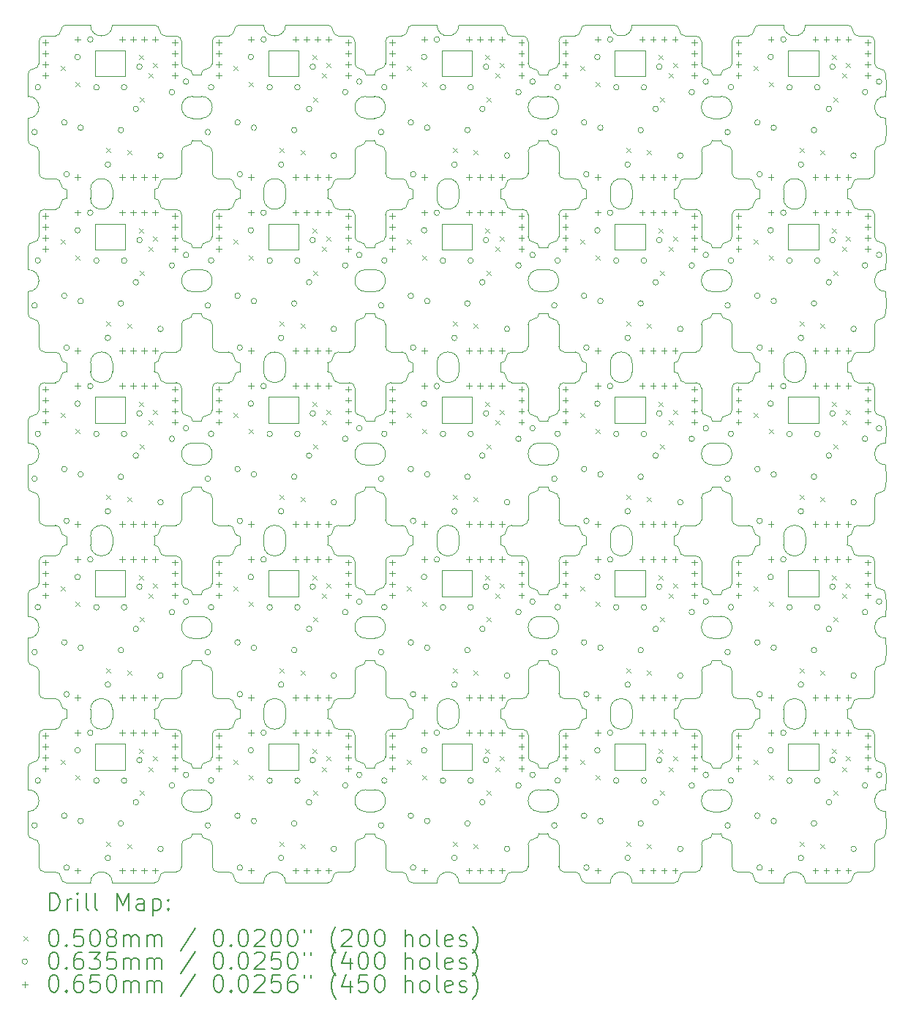
<source format=gbr>
%FSLAX45Y45*%
G04 Gerber Fmt 4.5, Leading zero omitted, Abs format (unit mm)*
G04 Created by KiCad (PCBNEW (6.0.4-0)) date 2022-05-03 13:05:34*
%MOMM*%
%LPD*%
G01*
G04 APERTURE LIST*
%TA.AperFunction,Profile*%
%ADD10C,0.100000*%
%TD*%
%ADD11C,0.200000*%
%ADD12C,0.050800*%
%ADD13C,0.063500*%
%ADD14C,0.065000*%
G04 APERTURE END LIST*
D10*
X15588500Y-23833100D02*
X15588500Y-23933100D01*
X13583500Y-23833100D02*
X13583500Y-23933100D01*
X11578500Y-23833100D02*
X11578500Y-23933100D01*
X9573500Y-23833100D02*
X9573500Y-23933100D01*
X7568500Y-23833100D02*
X7568500Y-23933100D01*
X15588500Y-21828100D02*
X15588500Y-21928100D01*
X13583500Y-21828100D02*
X13583500Y-21928100D01*
X11578500Y-21828100D02*
X11578500Y-21928100D01*
X9573500Y-21828100D02*
X9573500Y-21928100D01*
X7568500Y-21828100D02*
X7568500Y-21928100D01*
X15588500Y-19823100D02*
X15588500Y-19923100D01*
X13583500Y-19823100D02*
X13583500Y-19923100D01*
X11578500Y-19823100D02*
X11578500Y-19923100D01*
X9573500Y-19823100D02*
X9573500Y-19923100D01*
X7568500Y-19823100D02*
X7568500Y-19923100D01*
X15588500Y-17818100D02*
X15588500Y-17918100D01*
X13583500Y-17818100D02*
X13583500Y-17918100D01*
X11578500Y-17818100D02*
X11578500Y-17918100D01*
X9573500Y-17818100D02*
X9573500Y-17918100D01*
X7568500Y-17818100D02*
X7568500Y-17918100D01*
X15334500Y-23833100D02*
X15334500Y-23933100D01*
X13329500Y-23833100D02*
X13329500Y-23933100D01*
X11324500Y-23833100D02*
X11324500Y-23933100D01*
X9319500Y-23833100D02*
X9319500Y-23933100D01*
X7314500Y-23833100D02*
X7314500Y-23933100D01*
X15334500Y-21828100D02*
X15334500Y-21928100D01*
X13329500Y-21828100D02*
X13329500Y-21928100D01*
X11324500Y-21828100D02*
X11324500Y-21928100D01*
X9319500Y-21828100D02*
X9319500Y-21928100D01*
X7314500Y-21828100D02*
X7314500Y-21928100D01*
X15334500Y-19823100D02*
X15334500Y-19923100D01*
X13329500Y-19823100D02*
X13329500Y-19923100D01*
X11324500Y-19823100D02*
X11324500Y-19923100D01*
X9319500Y-19823100D02*
X9319500Y-19923100D01*
X7314500Y-19823100D02*
X7314500Y-19923100D01*
X15334500Y-17818100D02*
X15334500Y-17918100D01*
X13329500Y-17818100D02*
X13329500Y-17918100D01*
X11324500Y-17818100D02*
X11324500Y-17918100D01*
X9319500Y-17818100D02*
X9319500Y-17918100D01*
X7314500Y-17818100D02*
X7314500Y-17918100D01*
X14511300Y-25012600D02*
X14611300Y-25012600D01*
X14511300Y-24758600D02*
X14611300Y-24758600D01*
X12506300Y-25012600D02*
X12606300Y-25012600D01*
X12506300Y-24758600D02*
X12606300Y-24758600D01*
X10501300Y-25012600D02*
X10601300Y-25012600D01*
X10501300Y-24758600D02*
X10601300Y-24758600D01*
X8496300Y-25012600D02*
X8596300Y-25012600D01*
X8496300Y-24758600D02*
X8596300Y-24758600D01*
X14511300Y-23007600D02*
X14611300Y-23007600D01*
X14511300Y-22753600D02*
X14611300Y-22753600D01*
X12506300Y-23007600D02*
X12606300Y-23007600D01*
X12506300Y-22753600D02*
X12606300Y-22753600D01*
X10501300Y-23007600D02*
X10601300Y-23007600D01*
X10501300Y-22753600D02*
X10601300Y-22753600D01*
X8496300Y-23007600D02*
X8596300Y-23007600D01*
X8496300Y-22753600D02*
X8596300Y-22753600D01*
X14511300Y-21002600D02*
X14611300Y-21002600D01*
X14511300Y-20748600D02*
X14611300Y-20748600D01*
X12506300Y-21002600D02*
X12606300Y-21002600D01*
X12506300Y-20748600D02*
X12606300Y-20748600D01*
X10501300Y-21002600D02*
X10601300Y-21002600D01*
X10501300Y-20748600D02*
X10601300Y-20748600D01*
X8496300Y-21002600D02*
X8596300Y-21002600D01*
X8496300Y-20748600D02*
X8596300Y-20748600D01*
X14511300Y-18997600D02*
X14611300Y-18997600D01*
X14511300Y-18743600D02*
X14611300Y-18743600D01*
X12506300Y-18997600D02*
X12606300Y-18997600D01*
X12506300Y-18743600D02*
X12606300Y-18743600D01*
X10501300Y-18997600D02*
X10601300Y-18997600D01*
X10501300Y-18743600D02*
X10601300Y-18743600D01*
X8496300Y-18997600D02*
X8596300Y-18997600D01*
X8496300Y-18743600D02*
X8596300Y-18743600D01*
X14511300Y-16992600D02*
X14611300Y-16992600D01*
X14511300Y-16738600D02*
X14611300Y-16738600D01*
X12506300Y-16992600D02*
X12606300Y-16992600D01*
X12506300Y-16738600D02*
X12606300Y-16738600D01*
X10501300Y-16992600D02*
X10601300Y-16992600D01*
X10501300Y-16738600D02*
X10601300Y-16738600D01*
X8496300Y-16992600D02*
X8596300Y-16992600D01*
X8496300Y-16738600D02*
X8596300Y-16738600D01*
X8305800Y-17691100D02*
X8178800Y-17691100D01*
X7368700Y-16206550D02*
X7368700Y-16508650D01*
X7368700Y-16508650D02*
X7718900Y-16508650D01*
X7718900Y-16508650D02*
X7718900Y-16206550D01*
X7718900Y-16206550D02*
X7368700Y-16206550D01*
X8178800Y-16040100D02*
X8305800Y-16040100D01*
X8369300Y-16103600D02*
X8369300Y-16357600D01*
X6781800Y-16040100D02*
X6908800Y-16040100D01*
X6718300Y-16103600D02*
X6718300Y-16357600D01*
X6718300Y-17373600D02*
X6718300Y-17627600D01*
X6781800Y-17691100D02*
X6908800Y-17691100D01*
X8369300Y-17627600D02*
X8369300Y-17373600D01*
X7314500Y-15913100D02*
G75*
G03*
X7568500Y-15913100I127000J0D01*
G01*
X7568500Y-17818100D02*
G75*
G03*
X7314500Y-17818100I-127000J0D01*
G01*
X8659800Y-16421100D02*
G75*
G03*
X8723300Y-16357600I0J63500D01*
G01*
X6972300Y-21764600D02*
G75*
G03*
X7035800Y-21828100I63500J0D01*
G01*
X14320800Y-21701100D02*
X14193800Y-21701100D01*
X10982300Y-17754600D02*
G75*
G03*
X11045800Y-17818100I63500J0D01*
G01*
X8723300Y-19378600D02*
X8723300Y-19632600D01*
X14511300Y-20494600D02*
X14611300Y-20494600D01*
X7035800Y-15913100D02*
X7147500Y-15913100D01*
X6908800Y-20050100D02*
G75*
G03*
X6972300Y-19986600I0J63500D01*
G01*
X16516300Y-24504600D02*
G75*
G03*
X16452800Y-24441100I-63500J0D01*
G01*
X8432800Y-21320100D02*
G75*
G03*
X8369300Y-21383600I0J-63500D01*
G01*
X10728300Y-21383600D02*
G75*
G03*
X10664800Y-21320100I-63500J0D01*
G01*
X10601300Y-21256600D02*
G75*
G03*
X10664800Y-21320100I63500J0D01*
G01*
X14801800Y-18045100D02*
X14928800Y-18045100D01*
X12987300Y-25774600D02*
G75*
G03*
X13050800Y-25838100I63500J0D01*
G01*
X8913800Y-20050100D02*
G75*
G03*
X8977300Y-19986600I0J63500D01*
G01*
X9319500Y-15913100D02*
G75*
G03*
X9573500Y-15913100I127000J0D01*
G01*
X14130300Y-17981600D02*
G75*
G03*
X14066800Y-17918100I-63500J0D01*
G01*
X12796800Y-18045100D02*
X12923800Y-18045100D01*
X6718300Y-19378600D02*
G75*
G03*
X6654800Y-19315100I-63500J0D01*
G01*
X14447800Y-17310100D02*
G75*
G03*
X14511300Y-17246600I0J63500D01*
G01*
X15055800Y-25838100D02*
X15167500Y-25838100D01*
X8178800Y-20050100D02*
X8305800Y-20050100D01*
X11578500Y-19823100D02*
G75*
G03*
X11324500Y-19823100I-127000J0D01*
G01*
X9373700Y-22221550D02*
X9373700Y-22523650D01*
X10501300Y-18489600D02*
G75*
G03*
X10437800Y-18426100I-63500J0D01*
G01*
X14611300Y-21256600D02*
G75*
G03*
X14674800Y-21320100I63500J0D01*
G01*
X10791800Y-18045100D02*
X10918800Y-18045100D01*
X9373700Y-18211550D02*
X9373700Y-18513650D01*
X8432800Y-17310100D02*
G75*
G03*
X8496300Y-17246600I0J63500D01*
G01*
X6972300Y-17754600D02*
G75*
G03*
X7035800Y-17818100I63500J0D01*
G01*
X13383700Y-24528650D02*
X13733900Y-24528650D01*
X8051800Y-23833100D02*
G75*
G03*
X8115300Y-23769600I0J63500D01*
G01*
X10310800Y-25711100D02*
X10183800Y-25711100D01*
X10374300Y-23642600D02*
X10374300Y-23388600D01*
X10982300Y-23769600D02*
G75*
G03*
X10918800Y-23706100I-63500J0D01*
G01*
X10056800Y-19823100D02*
G75*
G03*
X10120300Y-19759600I0J63500D01*
G01*
X14992300Y-19759600D02*
G75*
G03*
X15055800Y-19823100I63500J0D01*
G01*
X16389300Y-22118600D02*
X16389300Y-22372600D01*
X10664800Y-20431100D02*
G75*
G03*
X10601300Y-20494600I0J-63500D01*
G01*
X14511300Y-16484600D02*
G75*
G03*
X14447800Y-16421100I-63500J0D01*
G01*
X10918800Y-18045100D02*
G75*
G03*
X10982300Y-17981600I0J63500D01*
G01*
X9573500Y-15913100D02*
X9962500Y-15913100D01*
X12506300Y-24504600D02*
X12606300Y-24504600D01*
X6591300Y-20748600D02*
X6591300Y-20607500D01*
X10437800Y-21320100D02*
G75*
G03*
X10374300Y-21383600I0J-63500D01*
G01*
X11578500Y-15913100D02*
X11967500Y-15913100D01*
X11378700Y-20518650D02*
X11728900Y-20518650D01*
X10374300Y-24123600D02*
G75*
G03*
X10310800Y-24060100I-63500J0D01*
G01*
X12506300Y-17246600D02*
X12606300Y-17246600D01*
X10437800Y-17310100D02*
G75*
G03*
X10374300Y-17373600I0J-63500D01*
G01*
X6718300Y-21383600D02*
X6718300Y-21637600D01*
X14511300Y-24758600D02*
G75*
G03*
X14511300Y-25012600I0J-127000D01*
G01*
X10056800Y-21828100D02*
X10056800Y-21928100D01*
X10982300Y-17754600D02*
G75*
G03*
X10918800Y-17691100I-63500J0D01*
G01*
X16516300Y-22499600D02*
X16517500Y-22612500D01*
X12379300Y-20113600D02*
G75*
G03*
X12315800Y-20050100I-63500J0D01*
G01*
X10728300Y-23388600D02*
G75*
G03*
X10664800Y-23325100I-63500J0D01*
G01*
X6591300Y-18743600D02*
X6591300Y-18602500D01*
X10601300Y-21002600D02*
G75*
G03*
X10601300Y-20748600I0J127000D01*
G01*
X8723300Y-25647600D02*
G75*
G03*
X8786800Y-25711100I63500J0D01*
G01*
X14066800Y-19823100D02*
G75*
G03*
X14130300Y-19759600I0J63500D01*
G01*
X10310800Y-21701100D02*
X10183800Y-21701100D01*
X10501300Y-16484600D02*
X10601300Y-16484600D01*
X12669800Y-22436100D02*
G75*
G03*
X12733300Y-22372600I0J63500D01*
G01*
X13733900Y-24528650D02*
X13733900Y-24226550D01*
X10664800Y-18426100D02*
G75*
G03*
X10601300Y-18489600I0J-63500D01*
G01*
X8496300Y-20494600D02*
G75*
G03*
X8432800Y-20431100I-63500J0D01*
G01*
X15388700Y-20518650D02*
X15738900Y-20518650D01*
X12188800Y-19696100D02*
G75*
G03*
X12125300Y-19759600I0J-63500D01*
G01*
X16389300Y-25647600D02*
X16389300Y-25393600D01*
X16135300Y-23996600D02*
G75*
G03*
X16198800Y-24060100I63500J0D01*
G01*
X14801800Y-17691100D02*
X14928800Y-17691100D01*
X16516300Y-25012600D02*
X16517500Y-25157500D01*
X12379300Y-18108600D02*
G75*
G03*
X12315800Y-18045100I-63500J0D01*
G01*
X14320800Y-23706100D02*
G75*
G03*
X14384300Y-23642600I0J63500D01*
G01*
X8496300Y-16738600D02*
G75*
G03*
X8496300Y-16992600I0J-127000D01*
G01*
X8369300Y-20113600D02*
X8369300Y-20367600D01*
X8977300Y-19759600D02*
G75*
G03*
X9040800Y-19823100I63500J0D01*
G01*
X16516300Y-16738600D02*
G75*
G03*
X16516300Y-16992600I0J-127000D01*
G01*
X15388700Y-16508650D02*
X15738900Y-16508650D01*
X8496300Y-22499600D02*
G75*
G03*
X8432800Y-22436100I-63500J0D01*
G01*
X13050800Y-17918100D02*
G75*
G03*
X12987300Y-17981600I0J-63500D01*
G01*
X12796800Y-22055100D02*
G75*
G03*
X12733300Y-22118600I0J-63500D01*
G01*
X11378700Y-16206550D02*
X11378700Y-16508650D01*
X15738900Y-24226550D02*
X15388700Y-24226550D01*
X10918800Y-20050100D02*
G75*
G03*
X10982300Y-19986600I0J63500D01*
G01*
X13050800Y-25838100D02*
X13162500Y-25838100D01*
X12379300Y-16103600D02*
X12379300Y-16357600D01*
X8496300Y-21256600D02*
X8596300Y-21256600D01*
X6591300Y-20607500D02*
X6591300Y-20494600D01*
X16325800Y-17691100D02*
G75*
G03*
X16389300Y-17627600I0J63500D01*
G01*
X16071800Y-21828100D02*
G75*
G03*
X16135300Y-21764600I0J63500D01*
G01*
X8659800Y-20431100D02*
G75*
G03*
X8723300Y-20367600I0J63500D01*
G01*
X14193800Y-17691100D02*
G75*
G03*
X14130300Y-17754600I0J-63500D01*
G01*
X16452800Y-17310100D02*
G75*
G03*
X16516300Y-17246600I0J63500D01*
G01*
X12188800Y-17691100D02*
G75*
G03*
X12125300Y-17754600I0J-63500D01*
G01*
X6972300Y-25774600D02*
G75*
G03*
X7035800Y-25838100I63500J0D01*
G01*
X13383700Y-18211550D02*
X13383700Y-18513650D01*
X10728300Y-19632600D02*
G75*
G03*
X10791800Y-19696100I63500J0D01*
G01*
X15738900Y-18211550D02*
X15388700Y-18211550D01*
X12379300Y-22372600D02*
G75*
G03*
X12442800Y-22436100I63500J0D01*
G01*
X12987300Y-21764600D02*
G75*
G03*
X12923800Y-21701100I-63500J0D01*
G01*
X8178800Y-24060100D02*
X8305800Y-24060100D01*
X10918800Y-22055100D02*
G75*
G03*
X10982300Y-21991600I0J63500D01*
G01*
X14992300Y-23769600D02*
G75*
G03*
X14928800Y-23706100I-63500J0D01*
G01*
X6591300Y-22612500D02*
X6591300Y-22499600D01*
X13050800Y-21928100D02*
G75*
G03*
X12987300Y-21991600I0J-63500D01*
G01*
X12733300Y-21383600D02*
G75*
G03*
X12669800Y-21320100I-63500J0D01*
G01*
X16389300Y-18108600D02*
G75*
G03*
X16325800Y-18045100I-63500J0D01*
G01*
X14738300Y-21383600D02*
X14738300Y-21637600D01*
X8432800Y-19315100D02*
G75*
G03*
X8496300Y-19251600I0J63500D01*
G01*
X10056800Y-17818100D02*
G75*
G03*
X10120300Y-17754600I0J63500D01*
G01*
X16325800Y-19696100D02*
X16198800Y-19696100D01*
X12442800Y-19315100D02*
G75*
G03*
X12379300Y-19378600I0J-63500D01*
G01*
X8051800Y-15913100D02*
X7957500Y-15913100D01*
X14384300Y-20113600D02*
G75*
G03*
X14320800Y-20050100I-63500J0D01*
G01*
X8369300Y-25647600D02*
X8369300Y-25393600D01*
X14511300Y-24504600D02*
X14611300Y-24504600D01*
X15388700Y-20216550D02*
X15388700Y-20518650D01*
X6972300Y-23769600D02*
G75*
G03*
X7035800Y-23833100I63500J0D01*
G01*
X14801800Y-22055100D02*
X14928800Y-22055100D01*
X14066800Y-25838100D02*
X13972500Y-25837500D01*
X12669800Y-20431100D02*
G75*
G03*
X12733300Y-20367600I0J63500D01*
G01*
X6591300Y-23261600D02*
G75*
G03*
X6654800Y-23325100I63500J0D01*
G01*
X11045800Y-17918100D02*
G75*
G03*
X10982300Y-17981600I0J-63500D01*
G01*
X6591300Y-21002600D02*
G75*
G03*
X6591300Y-20748600I0J127000D01*
G01*
X14193800Y-20050100D02*
X14320800Y-20050100D01*
X9573500Y-21828100D02*
G75*
G03*
X9319500Y-21828100I-127000J0D01*
G01*
X16135300Y-17981600D02*
G75*
G03*
X16071800Y-17918100I-63500J0D01*
G01*
X15738900Y-20518650D02*
X15738900Y-20216550D01*
X14320800Y-19696100D02*
X14193800Y-19696100D01*
X15388700Y-18211550D02*
X15388700Y-18513650D01*
X12379300Y-24377600D02*
G75*
G03*
X12442800Y-24441100I63500J0D01*
G01*
X14674800Y-24441100D02*
G75*
G03*
X14611300Y-24504600I0J-63500D01*
G01*
X10120300Y-23996600D02*
G75*
G03*
X10183800Y-24060100I63500J0D01*
G01*
X6718300Y-19378600D02*
X6718300Y-19632600D01*
X12606300Y-23261600D02*
G75*
G03*
X12669800Y-23325100I63500J0D01*
G01*
X8659800Y-16421100D02*
G75*
G03*
X8596300Y-16484600I0J-63500D01*
G01*
X10310800Y-17691100D02*
G75*
G03*
X10374300Y-17627600I0J63500D01*
G01*
X9040800Y-21828100D02*
X9040800Y-21928100D01*
X6781800Y-22055100D02*
G75*
G03*
X6718300Y-22118600I0J-63500D01*
G01*
X7314500Y-23933100D02*
G75*
G03*
X7568500Y-23933100I127000J0D01*
G01*
X7718900Y-18513650D02*
X7718900Y-18211550D01*
X9152500Y-15913100D02*
X9319500Y-15913100D01*
X10728300Y-19378600D02*
X10728300Y-19632600D01*
X10664800Y-16421100D02*
G75*
G03*
X10728300Y-16357600I0J63500D01*
G01*
X10791800Y-21701100D02*
X10918800Y-21701100D01*
X7314500Y-21928100D02*
G75*
G03*
X7568500Y-21928100I127000J0D01*
G01*
X14447800Y-19315100D02*
G75*
G03*
X14511300Y-19251600I0J63500D01*
G01*
X8786800Y-24060100D02*
G75*
G03*
X8723300Y-24123600I0J-63500D01*
G01*
X7718900Y-22523650D02*
X7718900Y-22221550D01*
X8659800Y-24441100D02*
G75*
G03*
X8596300Y-24504600I0J-63500D01*
G01*
X6591300Y-24758600D02*
X6591300Y-24617500D01*
X9373700Y-16206550D02*
X9373700Y-16508650D01*
X12379300Y-22118600D02*
G75*
G03*
X12315800Y-22055100I-63500J0D01*
G01*
X10120300Y-23996600D02*
G75*
G03*
X10056800Y-23933100I-63500J0D01*
G01*
X12442800Y-23325100D02*
G75*
G03*
X12379300Y-23388600I0J-63500D01*
G01*
X14511300Y-22499600D02*
X14611300Y-22499600D01*
X12733300Y-25393600D02*
X12733300Y-25647600D01*
X9573500Y-17818100D02*
G75*
G03*
X9319500Y-17818100I-127000J0D01*
G01*
X15055800Y-15913100D02*
G75*
G03*
X14992300Y-15976600I0J-63500D01*
G01*
X8723300Y-19378600D02*
G75*
G03*
X8659800Y-19315100I-63500J0D01*
G01*
X6591300Y-25266600D02*
G75*
G03*
X6654800Y-25330100I63500J0D01*
G01*
X14193800Y-21701100D02*
G75*
G03*
X14130300Y-21764600I0J-63500D01*
G01*
X10374300Y-16103600D02*
G75*
G03*
X10310800Y-16040100I-63500J0D01*
G01*
X9723900Y-16508650D02*
X9723900Y-16206550D01*
X15334500Y-19923100D02*
G75*
G03*
X15588500Y-19923100I127000J0D01*
G01*
X15588500Y-25838100D02*
G75*
G03*
X15334500Y-25838100I-127000J0D01*
G01*
X13050800Y-15913100D02*
X13162500Y-15913100D01*
X12733300Y-24123600D02*
X12733300Y-24377600D01*
X12125300Y-17981600D02*
G75*
G03*
X12188800Y-18045100I63500J0D01*
G01*
X12796800Y-16040100D02*
X12923800Y-16040100D01*
X14193800Y-24060100D02*
X14320800Y-24060100D01*
X12669800Y-16421100D02*
G75*
G03*
X12606300Y-16484600I0J-63500D01*
G01*
X8051800Y-17818100D02*
G75*
G03*
X8115300Y-17754600I0J63500D01*
G01*
X11045800Y-19823100D02*
X11045800Y-19923100D01*
X8432800Y-25330100D02*
G75*
G03*
X8369300Y-25393600I0J-63500D01*
G01*
X8051800Y-19823100D02*
X8051800Y-19923100D01*
X10501300Y-16484600D02*
G75*
G03*
X10437800Y-16421100I-63500J0D01*
G01*
X12506300Y-16738600D02*
G75*
G03*
X12506300Y-16992600I0J-127000D01*
G01*
X8977300Y-21764600D02*
G75*
G03*
X9040800Y-21828100I63500J0D01*
G01*
X12061800Y-17818100D02*
G75*
G03*
X12125300Y-17754600I0J63500D01*
G01*
X13329500Y-21928100D02*
G75*
G03*
X13583500Y-21928100I127000J0D01*
G01*
X10664800Y-20431100D02*
G75*
G03*
X10728300Y-20367600I0J63500D01*
G01*
X16516300Y-24504600D02*
X16517500Y-24617500D01*
X12733300Y-17627600D02*
G75*
G03*
X12796800Y-17691100I63500J0D01*
G01*
X10501300Y-18743600D02*
G75*
G03*
X10501300Y-18997600I0J-127000D01*
G01*
X7718900Y-24226550D02*
X7368700Y-24226550D01*
X14801800Y-16040100D02*
X14928800Y-16040100D01*
X16516300Y-20494600D02*
X16517500Y-20607500D01*
X8596300Y-23007600D02*
G75*
G03*
X8596300Y-22753600I0J127000D01*
G01*
X12506300Y-20494600D02*
X12606300Y-20494600D01*
X8051800Y-25838100D02*
X7957500Y-25837500D01*
X12442800Y-25330100D02*
G75*
G03*
X12506300Y-25266600I0J63500D01*
G01*
X10728300Y-25647600D02*
G75*
G03*
X10791800Y-25711100I63500J0D01*
G01*
X9723900Y-22523650D02*
X9723900Y-22221550D01*
X10310800Y-17691100D02*
X10183800Y-17691100D01*
X9040800Y-23933100D02*
G75*
G03*
X8977300Y-23996600I0J-63500D01*
G01*
X15388700Y-18513650D02*
X15738900Y-18513650D01*
X6591300Y-25012600D02*
G75*
G03*
X6591300Y-24758600I0J127000D01*
G01*
X10437800Y-25330100D02*
G75*
G03*
X10374300Y-25393600I0J-63500D01*
G01*
X14801800Y-25711100D02*
X14928800Y-25711100D01*
X9723900Y-18211550D02*
X9373700Y-18211550D01*
X8786800Y-16040100D02*
X8913800Y-16040100D01*
X11324500Y-21928100D02*
G75*
G03*
X11578500Y-21928100I127000J0D01*
G01*
X10601300Y-16992600D02*
G75*
G03*
X10601300Y-16738600I0J127000D01*
G01*
X12506300Y-24758600D02*
G75*
G03*
X12506300Y-25012600I0J-127000D01*
G01*
X11728900Y-16206550D02*
X11378700Y-16206550D01*
X14384300Y-24377600D02*
G75*
G03*
X14447800Y-24441100I63500J0D01*
G01*
X6718300Y-17627600D02*
G75*
G03*
X6781800Y-17691100I63500J0D01*
G01*
X7035800Y-21828100D02*
X7035800Y-21928100D01*
X14511300Y-18489600D02*
G75*
G03*
X14447800Y-18426100I-63500J0D01*
G01*
X14511300Y-24504600D02*
G75*
G03*
X14447800Y-24441100I-63500J0D01*
G01*
X14130300Y-21991600D02*
G75*
G03*
X14066800Y-21928100I-63500J0D01*
G01*
X8369300Y-16357600D02*
G75*
G03*
X8432800Y-16421100I63500J0D01*
G01*
X9573500Y-25838100D02*
X9962500Y-25837500D01*
X14066800Y-25838100D02*
G75*
G03*
X14130300Y-25774600I0J63500D01*
G01*
X12669800Y-18426100D02*
G75*
G03*
X12733300Y-18362600I0J63500D01*
G01*
X7314500Y-17918100D02*
G75*
G03*
X7568500Y-17918100I127000J0D01*
G01*
X11728900Y-18211550D02*
X11378700Y-18211550D01*
X6781800Y-24060100D02*
G75*
G03*
X6718300Y-24123600I0J-63500D01*
G01*
X14738300Y-19632600D02*
G75*
G03*
X14801800Y-19696100I63500J0D01*
G01*
X15334500Y-25838100D02*
X15167500Y-25838100D01*
X6654800Y-22436100D02*
G75*
G03*
X6718300Y-22372600I0J63500D01*
G01*
X13383700Y-18513650D02*
X13733900Y-18513650D01*
X14193800Y-18045100D02*
X14320800Y-18045100D01*
X7368700Y-24528650D02*
X7718900Y-24528650D01*
X10310800Y-21701100D02*
G75*
G03*
X10374300Y-21637600I0J63500D01*
G01*
X14384300Y-16103600D02*
G75*
G03*
X14320800Y-16040100I-63500J0D01*
G01*
X12796800Y-20050100D02*
G75*
G03*
X12733300Y-20113600I0J-63500D01*
G01*
X16325800Y-25711100D02*
X16198800Y-25711100D01*
X8596300Y-16992600D02*
G75*
G03*
X8596300Y-16738600I0J127000D01*
G01*
X15388700Y-22523650D02*
X15738900Y-22523650D01*
X10728300Y-23642600D02*
G75*
G03*
X10791800Y-23706100I63500J0D01*
G01*
X13050800Y-17818100D02*
X13050800Y-17918100D01*
X13050800Y-21828100D02*
X13050800Y-21928100D01*
X14801800Y-19696100D02*
X14928800Y-19696100D01*
X8305800Y-23706100D02*
X8178800Y-23706100D01*
X14611300Y-17246600D02*
G75*
G03*
X14674800Y-17310100I63500J0D01*
G01*
X14066800Y-19823100D02*
X14066800Y-19923100D01*
X16452800Y-19315100D02*
G75*
G03*
X16516300Y-19251600I0J63500D01*
G01*
X14384300Y-20113600D02*
X14384300Y-20367600D01*
X8305800Y-19696100D02*
X8178800Y-19696100D01*
X16325800Y-19696100D02*
G75*
G03*
X16389300Y-19632600I0J63500D01*
G01*
X16198800Y-22055100D02*
X16325800Y-22055100D01*
X14130300Y-15976600D02*
G75*
G03*
X14193800Y-16040100I63500J0D01*
G01*
X14674800Y-22436100D02*
G75*
G03*
X14611300Y-22499600I0J-63500D01*
G01*
X15738900Y-22523650D02*
X15738900Y-22221550D01*
X6718300Y-18108600D02*
X6718300Y-18362600D01*
X12506300Y-18489600D02*
X12606300Y-18489600D01*
X14066800Y-21828100D02*
G75*
G03*
X14130300Y-21764600I0J63500D01*
G01*
X14738300Y-25647600D02*
G75*
G03*
X14801800Y-25711100I63500J0D01*
G01*
X14674800Y-22436100D02*
G75*
G03*
X14738300Y-22372600I0J63500D01*
G01*
X16452800Y-23325100D02*
G75*
G03*
X16389300Y-23388600I0J-63500D01*
G01*
X15055800Y-19923100D02*
G75*
G03*
X14992300Y-19986600I0J-63500D01*
G01*
X9040800Y-21928100D02*
G75*
G03*
X8977300Y-21991600I0J-63500D01*
G01*
X15588500Y-23833100D02*
G75*
G03*
X15334500Y-23833100I-127000J0D01*
G01*
X8596300Y-25266600D02*
G75*
G03*
X8659800Y-25330100I63500J0D01*
G01*
X10374300Y-16357600D02*
G75*
G03*
X10437800Y-16421100I63500J0D01*
G01*
X10791800Y-18045100D02*
G75*
G03*
X10728300Y-18108600I0J-63500D01*
G01*
X16516300Y-22499600D02*
G75*
G03*
X16452800Y-22436100I-63500J0D01*
G01*
X16516300Y-21002600D02*
X16517500Y-21147500D01*
X16516300Y-23261600D02*
X16517500Y-23152500D01*
X13733900Y-18513650D02*
X13733900Y-18211550D01*
X14611300Y-19251600D02*
G75*
G03*
X14674800Y-19315100I63500J0D01*
G01*
X16516300Y-16484600D02*
G75*
G03*
X16452800Y-16421100I-63500J0D01*
G01*
X7568500Y-23833100D02*
G75*
G03*
X7314500Y-23833100I-127000J0D01*
G01*
X14320800Y-25711100D02*
G75*
G03*
X14384300Y-25647600I0J63500D01*
G01*
X10791800Y-24060100D02*
X10918800Y-24060100D01*
X16516300Y-21256600D02*
X16517500Y-21147500D01*
X14738300Y-18108600D02*
X14738300Y-18362600D01*
X12125300Y-21991600D02*
G75*
G03*
X12061800Y-21928100I-63500J0D01*
G01*
X13383700Y-22523650D02*
X13733900Y-22523650D01*
X12379300Y-20367600D02*
G75*
G03*
X12442800Y-20431100I63500J0D01*
G01*
X12733300Y-23642600D02*
G75*
G03*
X12796800Y-23706100I63500J0D01*
G01*
X12733300Y-18108600D02*
X12733300Y-18362600D01*
X12188800Y-20050100D02*
X12315800Y-20050100D01*
X10374300Y-24377600D02*
G75*
G03*
X10437800Y-24441100I63500J0D01*
G01*
X10601300Y-25012600D02*
G75*
G03*
X10601300Y-24758600I0J127000D01*
G01*
X8913800Y-16040100D02*
G75*
G03*
X8977300Y-15976600I0J63500D01*
G01*
X16389300Y-19632600D02*
X16389300Y-19378600D01*
X10728300Y-22118600D02*
X10728300Y-22372600D01*
X8659800Y-18426100D02*
G75*
G03*
X8596300Y-18489600I0J-63500D01*
G01*
X12379300Y-20113600D02*
X12379300Y-20367600D01*
X7035800Y-23933100D02*
G75*
G03*
X6972300Y-23996600I0J-63500D01*
G01*
X10664800Y-16421100D02*
G75*
G03*
X10601300Y-16484600I0J-63500D01*
G01*
X11378700Y-24226550D02*
X11378700Y-24528650D01*
X10437800Y-17310100D02*
G75*
G03*
X10501300Y-17246600I0J63500D01*
G01*
X14674800Y-20431100D02*
G75*
G03*
X14611300Y-20494600I0J-63500D01*
G01*
X14928800Y-16040100D02*
G75*
G03*
X14992300Y-15976600I0J63500D01*
G01*
X8723300Y-23388600D02*
G75*
G03*
X8659800Y-23325100I-63500J0D01*
G01*
X10501300Y-24758600D02*
G75*
G03*
X10501300Y-25012600I0J-127000D01*
G01*
X10056800Y-23833100D02*
X10056800Y-23933100D01*
X11728900Y-24528650D02*
X11728900Y-24226550D01*
X10374300Y-22118600D02*
G75*
G03*
X10310800Y-22055100I-63500J0D01*
G01*
X10982300Y-23769600D02*
G75*
G03*
X11045800Y-23833100I63500J0D01*
G01*
X14193800Y-25711100D02*
G75*
G03*
X14130300Y-25774600I0J-63500D01*
G01*
X10728300Y-17373600D02*
G75*
G03*
X10664800Y-17310100I-63500J0D01*
G01*
X14738300Y-25393600D02*
G75*
G03*
X14674800Y-25330100I-63500J0D01*
G01*
X14384300Y-20367600D02*
G75*
G03*
X14447800Y-20431100I63500J0D01*
G01*
X8305800Y-17691100D02*
G75*
G03*
X8369300Y-17627600I0J63500D01*
G01*
X8496300Y-17246600D02*
X8596300Y-17246600D01*
X11045800Y-23933100D02*
G75*
G03*
X10982300Y-23996600I0J-63500D01*
G01*
X8977300Y-19759600D02*
G75*
G03*
X8913800Y-19696100I-63500J0D01*
G01*
X12379300Y-22118600D02*
X12379300Y-22372600D01*
X12796800Y-17691100D02*
X12923800Y-17691100D01*
X6908800Y-24060100D02*
G75*
G03*
X6972300Y-23996600I0J63500D01*
G01*
X8496300Y-18489600D02*
G75*
G03*
X8432800Y-18426100I-63500J0D01*
G01*
X10728300Y-21637600D02*
G75*
G03*
X10791800Y-21701100I63500J0D01*
G01*
X16389300Y-23642600D02*
X16389300Y-23388600D01*
X9040800Y-19923100D02*
G75*
G03*
X8977300Y-19986600I0J-63500D01*
G01*
X12606300Y-21002600D02*
G75*
G03*
X12606300Y-20748600I0J127000D01*
G01*
X10310800Y-23706100D02*
G75*
G03*
X10374300Y-23642600I0J63500D01*
G01*
X14992300Y-21764600D02*
G75*
G03*
X14928800Y-21701100I-63500J0D01*
G01*
X6781800Y-20050100D02*
G75*
G03*
X6718300Y-20113600I0J-63500D01*
G01*
X8659800Y-24441100D02*
G75*
G03*
X8723300Y-24377600I0J63500D01*
G01*
X13583500Y-15913100D02*
X13972500Y-15913100D01*
X6591300Y-23007600D02*
G75*
G03*
X6591300Y-22753600I0J127000D01*
G01*
X10310800Y-25711100D02*
G75*
G03*
X10374300Y-25647600I0J63500D01*
G01*
X15738900Y-16508650D02*
X15738900Y-16206550D01*
X16198800Y-18045100D02*
X16325800Y-18045100D01*
X8596300Y-19251600D02*
G75*
G03*
X8659800Y-19315100I63500J0D01*
G01*
X10664800Y-24441100D02*
G75*
G03*
X10601300Y-24504600I0J-63500D01*
G01*
X8369300Y-22118600D02*
G75*
G03*
X8305800Y-22055100I-63500J0D01*
G01*
X14384300Y-21637600D02*
X14384300Y-21383600D01*
X14193800Y-22055100D02*
X14320800Y-22055100D01*
X12987300Y-25774600D02*
G75*
G03*
X12923800Y-25711100I-63500J0D01*
G01*
X14611300Y-23007600D02*
G75*
G03*
X14611300Y-22753600I0J127000D01*
G01*
X10183800Y-21701100D02*
G75*
G03*
X10120300Y-21764600I0J-63500D01*
G01*
X6591300Y-21002600D02*
X6592500Y-21147500D01*
X8977300Y-25774600D02*
G75*
G03*
X9040800Y-25838100I63500J0D01*
G01*
X12606300Y-19251600D02*
G75*
G03*
X12669800Y-19315100I63500J0D01*
G01*
X8723300Y-25393600D02*
G75*
G03*
X8659800Y-25330100I-63500J0D01*
G01*
X16198800Y-16040100D02*
X16325800Y-16040100D01*
X6972300Y-19759600D02*
G75*
G03*
X7035800Y-19823100I63500J0D01*
G01*
X10056800Y-25838100D02*
G75*
G03*
X10120300Y-25774600I0J63500D01*
G01*
X12442800Y-19315100D02*
G75*
G03*
X12506300Y-19251600I0J63500D01*
G01*
X16516300Y-20748600D02*
G75*
G03*
X16516300Y-21002600I0J-127000D01*
G01*
X14511300Y-20748600D02*
G75*
G03*
X14511300Y-21002600I0J-127000D01*
G01*
X10374300Y-18108600D02*
X10374300Y-18362600D01*
X12796800Y-18045100D02*
G75*
G03*
X12733300Y-18108600I0J-63500D01*
G01*
X12923800Y-16040100D02*
G75*
G03*
X12987300Y-15976600I0J63500D01*
G01*
X14447800Y-17310100D02*
G75*
G03*
X14384300Y-17373600I0J-63500D01*
G01*
X7035800Y-17918100D02*
G75*
G03*
X6972300Y-17981600I0J-63500D01*
G01*
X14511300Y-19251600D02*
X14611300Y-19251600D01*
X10601300Y-19251600D02*
G75*
G03*
X10664800Y-19315100I63500J0D01*
G01*
X16389300Y-20367600D02*
G75*
G03*
X16452800Y-20431100I63500J0D01*
G01*
X11324500Y-17918100D02*
G75*
G03*
X11578500Y-17918100I127000J0D01*
G01*
X12061800Y-25838100D02*
G75*
G03*
X12125300Y-25774600I0J63500D01*
G01*
X14674800Y-16421100D02*
G75*
G03*
X14738300Y-16357600I0J63500D01*
G01*
X12733300Y-16103600D02*
X12733300Y-16357600D01*
X10664800Y-18426100D02*
G75*
G03*
X10728300Y-18362600I0J63500D01*
G01*
X15738900Y-18513650D02*
X15738900Y-18211550D01*
X16325800Y-21701100D02*
G75*
G03*
X16389300Y-21637600I0J63500D01*
G01*
X10310800Y-23706100D02*
X10183800Y-23706100D01*
X12733300Y-20113600D02*
X12733300Y-20367600D01*
X9040800Y-15913100D02*
G75*
G03*
X8977300Y-15976600I0J-63500D01*
G01*
X7368700Y-20518650D02*
X7718900Y-20518650D01*
X11378700Y-20216550D02*
X11378700Y-20518650D01*
X8496300Y-24758600D02*
G75*
G03*
X8496300Y-25012600I0J-127000D01*
G01*
X8305800Y-21701100D02*
G75*
G03*
X8369300Y-21637600I0J63500D01*
G01*
X14320800Y-23706100D02*
X14193800Y-23706100D01*
X12733300Y-19378600D02*
X12733300Y-19632600D01*
X14992300Y-17754600D02*
G75*
G03*
X14928800Y-17691100I-63500J0D01*
G01*
X12796800Y-19696100D02*
X12923800Y-19696100D01*
X12188800Y-16040100D02*
X12315800Y-16040100D01*
X16452800Y-25330100D02*
G75*
G03*
X16516300Y-25266600I0J63500D01*
G01*
X9723900Y-18513650D02*
X9723900Y-18211550D01*
X10728300Y-21383600D02*
X10728300Y-21637600D01*
X9373700Y-20518650D02*
X9723900Y-20518650D01*
X16325800Y-23706100D02*
G75*
G03*
X16389300Y-23642600I0J63500D01*
G01*
X11578500Y-25838100D02*
G75*
G03*
X11324500Y-25838100I-127000J0D01*
G01*
X9040800Y-25838100D02*
X9152500Y-25838100D01*
X16389300Y-22118600D02*
G75*
G03*
X16325800Y-22055100I-63500J0D01*
G01*
X14130300Y-23996600D02*
G75*
G03*
X14193800Y-24060100I63500J0D01*
G01*
X6908800Y-18045100D02*
G75*
G03*
X6972300Y-17981600I0J63500D01*
G01*
X6781800Y-18045100D02*
G75*
G03*
X6718300Y-18108600I0J-63500D01*
G01*
X14447800Y-19315100D02*
G75*
G03*
X14384300Y-19378600I0J-63500D01*
G01*
X15055800Y-19823100D02*
X15055800Y-19923100D01*
X6718300Y-22118600D02*
X6718300Y-22372600D01*
X10437800Y-19315100D02*
G75*
G03*
X10374300Y-19378600I0J-63500D01*
G01*
X8369300Y-16103600D02*
G75*
G03*
X8305800Y-16040100I-63500J0D01*
G01*
X12606300Y-16992600D02*
G75*
G03*
X12606300Y-16738600I0J127000D01*
G01*
X14738300Y-19378600D02*
X14738300Y-19632600D01*
X12188800Y-25711100D02*
G75*
G03*
X12125300Y-25774600I0J-63500D01*
G01*
X10791800Y-23706100D02*
X10918800Y-23706100D01*
X12315800Y-21701100D02*
X12188800Y-21701100D01*
X6591300Y-16992600D02*
G75*
G03*
X6591300Y-16738600I0J127000D01*
G01*
X14511300Y-20494600D02*
G75*
G03*
X14447800Y-20431100I-63500J0D01*
G01*
X6718300Y-20113600D02*
X6718300Y-20367600D01*
X16389300Y-21637600D02*
X16389300Y-21383600D01*
X12125300Y-15976600D02*
G75*
G03*
X12188800Y-16040100I63500J0D01*
G01*
X14801800Y-23706100D02*
X14928800Y-23706100D01*
X9723900Y-20518650D02*
X9723900Y-20216550D01*
X12506300Y-20494600D02*
G75*
G03*
X12442800Y-20431100I-63500J0D01*
G01*
X16389300Y-24123600D02*
X16389300Y-24377600D01*
X12733300Y-19632600D02*
G75*
G03*
X12796800Y-19696100I63500J0D01*
G01*
X10310800Y-19696100D02*
X10183800Y-19696100D01*
X12379300Y-23642600D02*
X12379300Y-23388600D01*
X10982300Y-21764600D02*
G75*
G03*
X11045800Y-21828100I63500J0D01*
G01*
X12506300Y-18743600D02*
G75*
G03*
X12506300Y-18997600I0J-127000D01*
G01*
X8723300Y-17373600D02*
X8723300Y-17627600D01*
X12506300Y-25266600D02*
X12606300Y-25266600D01*
X6591300Y-21256600D02*
X6592500Y-21147500D01*
X8115300Y-17981600D02*
G75*
G03*
X8178800Y-18045100I63500J0D01*
G01*
X9040800Y-17818100D02*
X9040800Y-17918100D01*
X15738900Y-20216550D02*
X15388700Y-20216550D01*
X11728900Y-16508650D02*
X11728900Y-16206550D01*
X12796800Y-20050100D02*
X12923800Y-20050100D01*
X9040800Y-17918100D02*
G75*
G03*
X8977300Y-17981600I0J-63500D01*
G01*
X12379300Y-17627600D02*
X12379300Y-17373600D01*
X11578500Y-17818100D02*
G75*
G03*
X11324500Y-17818100I-127000J0D01*
G01*
X10791800Y-25711100D02*
X10918800Y-25711100D01*
X10791800Y-24060100D02*
G75*
G03*
X10728300Y-24123600I0J-63500D01*
G01*
X8305800Y-23706100D02*
G75*
G03*
X8369300Y-23642600I0J63500D01*
G01*
X12733300Y-21383600D02*
X12733300Y-21637600D01*
X14320800Y-17691100D02*
G75*
G03*
X14384300Y-17627600I0J63500D01*
G01*
X14611300Y-21002600D02*
G75*
G03*
X14611300Y-20748600I0J127000D01*
G01*
X6972300Y-23769600D02*
G75*
G03*
X6908800Y-23706100I-63500J0D01*
G01*
X16516300Y-24758600D02*
X16517500Y-24617500D01*
X12061800Y-23833100D02*
X12061800Y-23933100D01*
X10791800Y-22055100D02*
G75*
G03*
X10728300Y-22118600I0J-63500D01*
G01*
X8369300Y-18108600D02*
G75*
G03*
X8305800Y-18045100I-63500J0D01*
G01*
X7035800Y-15913100D02*
G75*
G03*
X6972300Y-15976600I0J-63500D01*
G01*
X14384300Y-18108600D02*
X14384300Y-18362600D01*
X14738300Y-20113600D02*
X14738300Y-20367600D01*
X8496300Y-23261600D02*
X8596300Y-23261600D01*
X16325800Y-25711100D02*
G75*
G03*
X16389300Y-25647600I0J63500D01*
G01*
X10374300Y-22372600D02*
G75*
G03*
X10437800Y-22436100I63500J0D01*
G01*
X8051800Y-19823100D02*
G75*
G03*
X8115300Y-19759600I0J63500D01*
G01*
X8115300Y-15976600D02*
G75*
G03*
X8051800Y-15913100I-63500J0D01*
G01*
X10437800Y-25330100D02*
G75*
G03*
X10501300Y-25266600I0J63500D01*
G01*
X14738300Y-23388600D02*
X14738300Y-23642600D01*
X13050800Y-23833100D02*
X13050800Y-23933100D01*
X14066800Y-23833100D02*
G75*
G03*
X14130300Y-23769600I0J63500D01*
G01*
X16516300Y-18489600D02*
G75*
G03*
X16452800Y-18426100I-63500J0D01*
G01*
X8369300Y-19632600D02*
X8369300Y-19378600D01*
X11324500Y-19923100D02*
G75*
G03*
X11578500Y-19923100I127000J0D01*
G01*
X11728900Y-20518650D02*
X11728900Y-20216550D01*
X12125300Y-19986600D02*
G75*
G03*
X12061800Y-19923100I-63500J0D01*
G01*
X6781800Y-24060100D02*
X6908800Y-24060100D01*
X8305800Y-25711100D02*
G75*
G03*
X8369300Y-25647600I0J63500D01*
G01*
X11045800Y-25838100D02*
X11157500Y-25838100D01*
X16516300Y-17246600D02*
X16517500Y-17137500D01*
X8496300Y-24504600D02*
X8596300Y-24504600D01*
X10501300Y-24504600D02*
G75*
G03*
X10437800Y-24441100I-63500J0D01*
G01*
X16516300Y-16992600D02*
X16517500Y-17137500D01*
X6718300Y-23642600D02*
G75*
G03*
X6781800Y-23706100I63500J0D01*
G01*
X8496300Y-16484600D02*
X8596300Y-16484600D01*
X8913800Y-18045100D02*
G75*
G03*
X8977300Y-17981600I0J63500D01*
G01*
X13733900Y-16206550D02*
X13383700Y-16206550D01*
X15388700Y-16206550D02*
X15388700Y-16508650D01*
X8496300Y-18743600D02*
G75*
G03*
X8496300Y-18997600I0J-127000D01*
G01*
X8178800Y-22055100D02*
X8305800Y-22055100D01*
X14384300Y-22372600D02*
G75*
G03*
X14447800Y-22436100I63500J0D01*
G01*
X14928800Y-20050100D02*
G75*
G03*
X14992300Y-19986600I0J63500D01*
G01*
X10501300Y-20494600D02*
X10601300Y-20494600D01*
X16198800Y-19696100D02*
G75*
G03*
X16135300Y-19759600I0J-63500D01*
G01*
X8305800Y-19696100D02*
G75*
G03*
X8369300Y-19632600I0J63500D01*
G01*
X12669800Y-24441100D02*
G75*
G03*
X12606300Y-24504600I0J-63500D01*
G01*
X14130300Y-21991600D02*
G75*
G03*
X14193800Y-22055100I63500J0D01*
G01*
X9373700Y-24528650D02*
X9723900Y-24528650D01*
X16325800Y-23706100D02*
X16198800Y-23706100D01*
X8178800Y-25711100D02*
G75*
G03*
X8115300Y-25774600I0J-63500D01*
G01*
X16071800Y-23833100D02*
X16071800Y-23933100D01*
X12188800Y-23706100D02*
G75*
G03*
X12125300Y-23769600I0J-63500D01*
G01*
X14738300Y-21383600D02*
G75*
G03*
X14674800Y-21320100I-63500J0D01*
G01*
X6781800Y-25711100D02*
X6908800Y-25711100D01*
X12733300Y-22118600D02*
X12733300Y-22372600D01*
X10728300Y-25393600D02*
G75*
G03*
X10664800Y-25330100I-63500J0D01*
G01*
X8432800Y-21320100D02*
G75*
G03*
X8496300Y-21256600I0J63500D01*
G01*
X16198800Y-21701100D02*
G75*
G03*
X16135300Y-21764600I0J-63500D01*
G01*
X11045800Y-21928100D02*
G75*
G03*
X10982300Y-21991600I0J-63500D01*
G01*
X13383700Y-24226550D02*
X13383700Y-24528650D01*
X12506300Y-22499600D02*
G75*
G03*
X12442800Y-22436100I-63500J0D01*
G01*
X9573500Y-25838100D02*
G75*
G03*
X9319500Y-25838100I-127000J0D01*
G01*
X6591300Y-18602500D02*
X6591300Y-18489600D01*
X14511300Y-16484600D02*
X14611300Y-16484600D01*
X14801800Y-20050100D02*
G75*
G03*
X14738300Y-20113600I0J-63500D01*
G01*
X10982300Y-25774600D02*
G75*
G03*
X10918800Y-25711100I-63500J0D01*
G01*
X15334500Y-23933100D02*
G75*
G03*
X15588500Y-23933100I127000J0D01*
G01*
X15588500Y-21828100D02*
G75*
G03*
X15334500Y-21828100I-127000J0D01*
G01*
X12733300Y-21637600D02*
G75*
G03*
X12796800Y-21701100I63500J0D01*
G01*
X12796800Y-23706100D02*
X12923800Y-23706100D01*
X16071800Y-17818100D02*
G75*
G03*
X16135300Y-17754600I0J63500D01*
G01*
X6654800Y-18426100D02*
G75*
G03*
X6591300Y-18489600I0J-63500D01*
G01*
X11378700Y-22523650D02*
X11728900Y-22523650D01*
X10374300Y-20113600D02*
G75*
G03*
X10310800Y-20050100I-63500J0D01*
G01*
X13733900Y-18211550D02*
X13383700Y-18211550D01*
X10664800Y-22436100D02*
G75*
G03*
X10728300Y-22372600I0J63500D01*
G01*
X13383700Y-20518650D02*
X13733900Y-20518650D01*
X14193800Y-23706100D02*
G75*
G03*
X14130300Y-23769600I0J-63500D01*
G01*
X12506300Y-22499600D02*
X12606300Y-22499600D01*
X14801800Y-24060100D02*
X14928800Y-24060100D01*
X6781800Y-18045100D02*
X6908800Y-18045100D01*
X12506300Y-16484600D02*
G75*
G03*
X12442800Y-16421100I-63500J0D01*
G01*
X16071800Y-15913100D02*
X15977500Y-15913100D01*
X10601300Y-18997600D02*
G75*
G03*
X10601300Y-18743600I0J127000D01*
G01*
X10601300Y-23007600D02*
G75*
G03*
X10601300Y-22753600I0J127000D01*
G01*
X10982300Y-19759600D02*
G75*
G03*
X10918800Y-19696100I-63500J0D01*
G01*
X6718300Y-24123600D02*
X6718300Y-24377600D01*
X16071800Y-25838100D02*
X15977500Y-25837500D01*
X8659800Y-20431100D02*
G75*
G03*
X8596300Y-20494600I0J-63500D01*
G01*
X8723300Y-23642600D02*
G75*
G03*
X8786800Y-23706100I63500J0D01*
G01*
X14801800Y-16040100D02*
G75*
G03*
X14738300Y-16103600I0J-63500D01*
G01*
X10374300Y-19632600D02*
X10374300Y-19378600D01*
X12796800Y-25711100D02*
X12923800Y-25711100D01*
X10183800Y-24060100D02*
X10310800Y-24060100D01*
X7368700Y-24226550D02*
X7368700Y-24528650D01*
X12506300Y-20748600D02*
G75*
G03*
X12506300Y-21002600I0J-127000D01*
G01*
X10501300Y-17246600D02*
X10601300Y-17246600D01*
X10601300Y-23261600D02*
G75*
G03*
X10664800Y-23325100I63500J0D01*
G01*
X13733900Y-20518650D02*
X13733900Y-20216550D01*
X12796800Y-22055100D02*
X12923800Y-22055100D01*
X16198800Y-17691100D02*
G75*
G03*
X16135300Y-17754600I0J-63500D01*
G01*
X14801800Y-24060100D02*
G75*
G03*
X14738300Y-24123600I0J-63500D01*
G01*
X12125300Y-21991600D02*
G75*
G03*
X12188800Y-22055100I63500J0D01*
G01*
X16516300Y-16484600D02*
X16517500Y-16597500D01*
X16389300Y-16357600D02*
G75*
G03*
X16452800Y-16421100I63500J0D01*
G01*
X7035800Y-25838100D02*
X7147500Y-25838100D01*
X16071800Y-21828100D02*
X16071800Y-21928100D01*
X16516300Y-18743600D02*
X16517500Y-18602500D01*
X8432800Y-23325100D02*
G75*
G03*
X8496300Y-23261600I0J63500D01*
G01*
X14611300Y-18997600D02*
G75*
G03*
X14611300Y-18743600I0J127000D01*
G01*
X16135300Y-15976600D02*
G75*
G03*
X16198800Y-16040100I63500J0D01*
G01*
X10437800Y-23325100D02*
G75*
G03*
X10501300Y-23261600I0J63500D01*
G01*
X16135300Y-21991600D02*
G75*
G03*
X16198800Y-22055100I63500J0D01*
G01*
X6591300Y-16992600D02*
X6592500Y-17137500D01*
X12733300Y-25393600D02*
G75*
G03*
X12669800Y-25330100I-63500J0D01*
G01*
X6908800Y-16040100D02*
G75*
G03*
X6972300Y-15976600I0J63500D01*
G01*
X12923800Y-20050100D02*
G75*
G03*
X12987300Y-19986600I0J63500D01*
G01*
X6718300Y-25393600D02*
G75*
G03*
X6654800Y-25330100I-63500J0D01*
G01*
X10183800Y-17691100D02*
G75*
G03*
X10120300Y-17754600I0J-63500D01*
G01*
X10728300Y-24123600D02*
X10728300Y-24377600D01*
X12606300Y-25266600D02*
G75*
G03*
X12669800Y-25330100I63500J0D01*
G01*
X6591300Y-18997600D02*
X6592500Y-19142500D01*
X7368700Y-18513650D02*
X7718900Y-18513650D01*
X6654800Y-16421100D02*
G75*
G03*
X6718300Y-16357600I0J63500D01*
G01*
X9373700Y-22523650D02*
X9723900Y-22523650D01*
X6781800Y-19696100D02*
X6908800Y-19696100D01*
X13383700Y-20216550D02*
X13383700Y-20518650D01*
X12379300Y-25647600D02*
X12379300Y-25393600D01*
X10501300Y-22753600D02*
G75*
G03*
X10501300Y-23007600I0J-127000D01*
G01*
X8723300Y-17627600D02*
G75*
G03*
X8786800Y-17691100I63500J0D01*
G01*
X11324500Y-25838100D02*
X11157500Y-25838100D01*
X10918800Y-16040100D02*
G75*
G03*
X10982300Y-15976600I0J63500D01*
G01*
X8369300Y-22372600D02*
G75*
G03*
X8432800Y-22436100I63500J0D01*
G01*
X9723900Y-16206550D02*
X9373700Y-16206550D01*
X10374300Y-25647600D02*
X10374300Y-25393600D01*
X8178800Y-17691100D02*
G75*
G03*
X8115300Y-17754600I0J-63500D01*
G01*
X14992300Y-23769600D02*
G75*
G03*
X15055800Y-23833100I63500J0D01*
G01*
X6718300Y-25393600D02*
X6718300Y-25647600D01*
X8913800Y-24060100D02*
G75*
G03*
X8977300Y-23996600I0J63500D01*
G01*
X10056800Y-21828100D02*
G75*
G03*
X10120300Y-21764600I0J63500D01*
G01*
X8178800Y-18045100D02*
X8305800Y-18045100D01*
X10982300Y-19759600D02*
G75*
G03*
X11045800Y-19823100I63500J0D01*
G01*
X12796800Y-24060100D02*
G75*
G03*
X12733300Y-24123600I0J-63500D01*
G01*
X13733900Y-22523650D02*
X13733900Y-22221550D01*
X6781800Y-21701100D02*
X6908800Y-21701100D01*
X9040800Y-23833100D02*
X9040800Y-23933100D01*
X10728300Y-16103600D02*
X10728300Y-16357600D01*
X12796800Y-24060100D02*
X12923800Y-24060100D01*
X11324500Y-15913100D02*
G75*
G03*
X11578500Y-15913100I127000J0D01*
G01*
X12669800Y-18426100D02*
G75*
G03*
X12606300Y-18489600I0J-63500D01*
G01*
X6591300Y-22753600D02*
X6591300Y-22612500D01*
X8369300Y-18108600D02*
X8369300Y-18362600D01*
X6972300Y-17754600D02*
G75*
G03*
X6908800Y-17691100I-63500J0D01*
G01*
X8723300Y-21637600D02*
G75*
G03*
X8786800Y-21701100I63500J0D01*
G01*
X14447800Y-23325100D02*
G75*
G03*
X14384300Y-23388600I0J-63500D01*
G01*
X8369300Y-23642600D02*
X8369300Y-23388600D01*
X8723300Y-21383600D02*
X8723300Y-21637600D01*
X12315800Y-21701100D02*
G75*
G03*
X12379300Y-21637600I0J63500D01*
G01*
X10501300Y-21256600D02*
X10601300Y-21256600D01*
X6591300Y-16597500D02*
X6591300Y-16484600D01*
X16198800Y-24060100D02*
X16325800Y-24060100D01*
X9319500Y-19923100D02*
G75*
G03*
X9573500Y-19923100I127000J0D01*
G01*
X8977300Y-23769600D02*
G75*
G03*
X8913800Y-23706100I-63500J0D01*
G01*
X14130300Y-15976600D02*
G75*
G03*
X14066800Y-15913100I-63500J0D01*
G01*
X10374300Y-18108600D02*
G75*
G03*
X10310800Y-18045100I-63500J0D01*
G01*
X14511300Y-22499600D02*
G75*
G03*
X14447800Y-22436100I-63500J0D01*
G01*
X12733300Y-23388600D02*
G75*
G03*
X12669800Y-23325100I-63500J0D01*
G01*
X8977300Y-17754600D02*
G75*
G03*
X8913800Y-17691100I-63500J0D01*
G01*
X12796800Y-21701100D02*
X12923800Y-21701100D01*
X12506300Y-16484600D02*
X12606300Y-16484600D01*
X16389300Y-20113600D02*
G75*
G03*
X16325800Y-20050100I-63500J0D01*
G01*
X8596300Y-23261600D02*
G75*
G03*
X8659800Y-23325100I63500J0D01*
G01*
X6591300Y-18997600D02*
G75*
G03*
X6591300Y-18743600I0J127000D01*
G01*
X8786800Y-18045100D02*
G75*
G03*
X8723300Y-18108600I0J-63500D01*
G01*
X10120300Y-19986600D02*
G75*
G03*
X10056800Y-19923100I-63500J0D01*
G01*
X13050800Y-19823100D02*
X13050800Y-19923100D01*
X8659800Y-22436100D02*
G75*
G03*
X8596300Y-22499600I0J-63500D01*
G01*
X8115300Y-17981600D02*
G75*
G03*
X8051800Y-17918100I-63500J0D01*
G01*
X8369300Y-24123600D02*
X8369300Y-24377600D01*
X10501300Y-22499600D02*
X10601300Y-22499600D01*
X14066800Y-17818100D02*
X14066800Y-17918100D01*
X8596300Y-25012600D02*
G75*
G03*
X8596300Y-24758600I0J127000D01*
G01*
X12987300Y-21764600D02*
G75*
G03*
X13050800Y-21828100I63500J0D01*
G01*
X12379300Y-19632600D02*
X12379300Y-19378600D01*
X10791800Y-16040100D02*
X10918800Y-16040100D01*
X6718300Y-25647600D02*
G75*
G03*
X6781800Y-25711100I63500J0D01*
G01*
X12442800Y-17310100D02*
G75*
G03*
X12379300Y-17373600I0J-63500D01*
G01*
X6718300Y-21637600D02*
G75*
G03*
X6781800Y-21701100I63500J0D01*
G01*
X14384300Y-22118600D02*
G75*
G03*
X14320800Y-22055100I-63500J0D01*
G01*
X10183800Y-20050100D02*
X10310800Y-20050100D01*
X10664800Y-24441100D02*
G75*
G03*
X10728300Y-24377600I0J63500D01*
G01*
X16516300Y-25266600D02*
X16517500Y-25157500D01*
X12442800Y-17310100D02*
G75*
G03*
X12506300Y-17246600I0J63500D01*
G01*
X10728300Y-23388600D02*
X10728300Y-23642600D01*
X10374300Y-16103600D02*
X10374300Y-16357600D01*
X8977300Y-17754600D02*
G75*
G03*
X9040800Y-17818100I63500J0D01*
G01*
X12379300Y-18108600D02*
X12379300Y-18362600D01*
X8977300Y-25774600D02*
G75*
G03*
X8913800Y-25711100I-63500J0D01*
G01*
X8913800Y-22055100D02*
G75*
G03*
X8977300Y-21991600I0J63500D01*
G01*
X15588500Y-15913100D02*
X15977500Y-15913100D01*
X10120300Y-15976600D02*
G75*
G03*
X10056800Y-15913100I-63500J0D01*
G01*
X14384300Y-17627600D02*
X14384300Y-17373600D01*
X16071800Y-25838100D02*
G75*
G03*
X16135300Y-25774600I0J63500D01*
G01*
X13733900Y-22221550D02*
X13383700Y-22221550D01*
X8786800Y-19696100D02*
X8913800Y-19696100D01*
X8496300Y-18489600D02*
X8596300Y-18489600D01*
X13733900Y-16508650D02*
X13733900Y-16206550D01*
X15388700Y-24528650D02*
X15738900Y-24528650D01*
X8369300Y-24123600D02*
G75*
G03*
X8305800Y-24060100I-63500J0D01*
G01*
X13329500Y-19923100D02*
G75*
G03*
X13583500Y-19923100I127000J0D01*
G01*
X14801800Y-18045100D02*
G75*
G03*
X14738300Y-18108600I0J-63500D01*
G01*
X8723300Y-22118600D02*
X8723300Y-22372600D01*
X13050800Y-15913100D02*
G75*
G03*
X12987300Y-15976600I0J-63500D01*
G01*
X15055800Y-15913100D02*
X15167500Y-15913100D01*
X8496300Y-22499600D02*
X8596300Y-22499600D01*
X13162500Y-15913100D02*
X13329500Y-15913100D01*
X14130300Y-17981600D02*
G75*
G03*
X14193800Y-18045100I63500J0D01*
G01*
X12061800Y-23833100D02*
G75*
G03*
X12125300Y-23769600I0J63500D01*
G01*
X12315800Y-25711100D02*
X12188800Y-25711100D01*
X16389300Y-18362600D02*
G75*
G03*
X16452800Y-18426100I63500J0D01*
G01*
X8496300Y-25266600D02*
X8596300Y-25266600D01*
X14384300Y-22118600D02*
X14384300Y-22372600D01*
X10183800Y-16040100D02*
X10310800Y-16040100D01*
X11045800Y-15913100D02*
G75*
G03*
X10982300Y-15976600I0J-63500D01*
G01*
X6718300Y-21383600D02*
G75*
G03*
X6654800Y-21320100I-63500J0D01*
G01*
X14511300Y-23261600D02*
X14611300Y-23261600D01*
X6781800Y-16040100D02*
G75*
G03*
X6718300Y-16103600I0J-63500D01*
G01*
X16198800Y-23706100D02*
G75*
G03*
X16135300Y-23769600I0J-63500D01*
G01*
X8432800Y-17310100D02*
G75*
G03*
X8369300Y-17373600I0J-63500D01*
G01*
X10601300Y-17246600D02*
G75*
G03*
X10664800Y-17310100I63500J0D01*
G01*
X14130300Y-19986600D02*
G75*
G03*
X14066800Y-19923100I-63500J0D01*
G01*
X7035800Y-21928100D02*
G75*
G03*
X6972300Y-21991600I0J-63500D01*
G01*
X15388700Y-22221550D02*
X15388700Y-22523650D01*
X11324500Y-23933100D02*
G75*
G03*
X11578500Y-23933100I127000J0D01*
G01*
X16516300Y-20494600D02*
G75*
G03*
X16452800Y-20431100I-63500J0D01*
G01*
X6718300Y-23388600D02*
X6718300Y-23642600D01*
X6591300Y-25012600D02*
X6592500Y-25157500D01*
X8305800Y-25711100D02*
X8178800Y-25711100D01*
X14992300Y-25774600D02*
G75*
G03*
X15055800Y-25838100I63500J0D01*
G01*
X10501300Y-19251600D02*
X10601300Y-19251600D01*
X12315800Y-17691100D02*
X12188800Y-17691100D01*
X8786800Y-18045100D02*
X8913800Y-18045100D01*
X12379300Y-24123600D02*
X12379300Y-24377600D01*
X8369300Y-20113600D02*
G75*
G03*
X8305800Y-20050100I-63500J0D01*
G01*
X6781800Y-20050100D02*
X6908800Y-20050100D01*
X16389300Y-16103600D02*
G75*
G03*
X16325800Y-16040100I-63500J0D01*
G01*
X8115300Y-19986600D02*
G75*
G03*
X8051800Y-19923100I-63500J0D01*
G01*
X16389300Y-24123600D02*
G75*
G03*
X16325800Y-24060100I-63500J0D01*
G01*
X12188800Y-24060100D02*
X12315800Y-24060100D01*
X6781800Y-23706100D02*
X6908800Y-23706100D01*
X12061800Y-21828100D02*
G75*
G03*
X12125300Y-21764600I0J63500D01*
G01*
X12379300Y-24123600D02*
G75*
G03*
X12315800Y-24060100I-63500J0D01*
G01*
X12315800Y-25711100D02*
G75*
G03*
X12379300Y-25647600I0J63500D01*
G01*
X12733300Y-17373600D02*
G75*
G03*
X12669800Y-17310100I-63500J0D01*
G01*
X14992300Y-21764600D02*
G75*
G03*
X15055800Y-21828100I63500J0D01*
G01*
X10120300Y-17981600D02*
G75*
G03*
X10183800Y-18045100I63500J0D01*
G01*
X14992300Y-17754600D02*
G75*
G03*
X15055800Y-17818100I63500J0D01*
G01*
X8115300Y-23996600D02*
G75*
G03*
X8178800Y-24060100I63500J0D01*
G01*
X16135300Y-21991600D02*
G75*
G03*
X16071800Y-21928100I-63500J0D01*
G01*
X8723300Y-17373600D02*
G75*
G03*
X8659800Y-17310100I-63500J0D01*
G01*
X10374300Y-20367600D02*
G75*
G03*
X10437800Y-20431100I63500J0D01*
G01*
X6654800Y-20431100D02*
G75*
G03*
X6718300Y-20367600I0J63500D01*
G01*
X8369300Y-18362600D02*
G75*
G03*
X8432800Y-18426100I63500J0D01*
G01*
X14193800Y-16040100D02*
X14320800Y-16040100D01*
X16198800Y-20050100D02*
X16325800Y-20050100D01*
X6591300Y-19251600D02*
X6592500Y-19142500D01*
X7368700Y-18211550D02*
X7368700Y-18513650D01*
X13329500Y-15913100D02*
G75*
G03*
X13583500Y-15913100I127000J0D01*
G01*
X14511300Y-18743600D02*
G75*
G03*
X14511300Y-18997600I0J-127000D01*
G01*
X16071800Y-23833100D02*
G75*
G03*
X16135300Y-23769600I0J63500D01*
G01*
X12125300Y-19986600D02*
G75*
G03*
X12188800Y-20050100I63500J0D01*
G01*
X10728300Y-18108600D02*
X10728300Y-18362600D01*
X10728300Y-17627600D02*
G75*
G03*
X10791800Y-17691100I63500J0D01*
G01*
X8596300Y-21002600D02*
G75*
G03*
X8596300Y-20748600I0J127000D01*
G01*
X12987300Y-17754600D02*
G75*
G03*
X13050800Y-17818100I63500J0D01*
G01*
X8723300Y-25393600D02*
X8723300Y-25647600D01*
X16516300Y-23007600D02*
X16517500Y-23152500D01*
X8178800Y-21701100D02*
G75*
G03*
X8115300Y-21764600I0J-63500D01*
G01*
X14193800Y-19696100D02*
G75*
G03*
X14130300Y-19759600I0J-63500D01*
G01*
X8723300Y-16103600D02*
X8723300Y-16357600D01*
X11728900Y-24226550D02*
X11378700Y-24226550D01*
X11728900Y-18513650D02*
X11728900Y-18211550D01*
X16516300Y-22753600D02*
G75*
G03*
X16516300Y-23007600I0J-127000D01*
G01*
X15055800Y-21828100D02*
X15055800Y-21928100D01*
X14447800Y-21320100D02*
G75*
G03*
X14384300Y-21383600I0J-63500D01*
G01*
X10120300Y-21991600D02*
G75*
G03*
X10183800Y-22055100I63500J0D01*
G01*
X11728900Y-22523650D02*
X11728900Y-22221550D01*
X15738900Y-16206550D02*
X15388700Y-16206550D01*
X12061800Y-19823100D02*
G75*
G03*
X12125300Y-19759600I0J63500D01*
G01*
X11378700Y-24528650D02*
X11728900Y-24528650D01*
X6781800Y-22055100D02*
X6908800Y-22055100D01*
X14447800Y-21320100D02*
G75*
G03*
X14511300Y-21256600I0J63500D01*
G01*
X12606300Y-23007600D02*
G75*
G03*
X12606300Y-22753600I0J127000D01*
G01*
X12733300Y-17373600D02*
X12733300Y-17627600D01*
X8723300Y-19632600D02*
G75*
G03*
X8786800Y-19696100I63500J0D01*
G01*
X16452800Y-17310100D02*
G75*
G03*
X16389300Y-17373600I0J-63500D01*
G01*
X16452800Y-21320100D02*
G75*
G03*
X16389300Y-21383600I0J-63500D01*
G01*
X13383700Y-16206550D02*
X13383700Y-16508650D01*
X13383700Y-16508650D02*
X13733900Y-16508650D01*
X12733300Y-25647600D02*
G75*
G03*
X12796800Y-25711100I63500J0D01*
G01*
X14738300Y-17627600D02*
G75*
G03*
X14801800Y-17691100I63500J0D01*
G01*
X7718900Y-20518650D02*
X7718900Y-20216550D01*
X10374300Y-18362600D02*
G75*
G03*
X10437800Y-18426100I63500J0D01*
G01*
X11045800Y-17818100D02*
X11045800Y-17918100D01*
X13583500Y-23833100D02*
G75*
G03*
X13329500Y-23833100I-127000J0D01*
G01*
X12442800Y-23325100D02*
G75*
G03*
X12506300Y-23261600I0J63500D01*
G01*
X6718300Y-19632600D02*
G75*
G03*
X6781800Y-19696100I63500J0D01*
G01*
X14384300Y-24123600D02*
G75*
G03*
X14320800Y-24060100I-63500J0D01*
G01*
X8305800Y-21701100D02*
X8178800Y-21701100D01*
X10728300Y-25393600D02*
X10728300Y-25647600D01*
X8786800Y-16040100D02*
G75*
G03*
X8723300Y-16103600I0J-63500D01*
G01*
X16516300Y-20748600D02*
X16517500Y-20607500D01*
X8369300Y-24377600D02*
G75*
G03*
X8432800Y-24441100I63500J0D01*
G01*
X16452800Y-23325100D02*
G75*
G03*
X16516300Y-23261600I0J63500D01*
G01*
X15055800Y-23833100D02*
X15055800Y-23933100D01*
X12923800Y-18045100D02*
G75*
G03*
X12987300Y-17981600I0J63500D01*
G01*
X10183800Y-22055100D02*
X10310800Y-22055100D01*
X11045800Y-23833100D02*
X11045800Y-23933100D01*
X8432800Y-23325100D02*
G75*
G03*
X8369300Y-23388600I0J-63500D01*
G01*
X6718300Y-23388600D02*
G75*
G03*
X6654800Y-23325100I-63500J0D01*
G01*
X16389300Y-18108600D02*
X16389300Y-18362600D01*
X14066800Y-15913100D02*
X13972500Y-15913100D01*
X14130300Y-23996600D02*
G75*
G03*
X14066800Y-23933100I-63500J0D01*
G01*
X10310800Y-19696100D02*
G75*
G03*
X10374300Y-19632600I0J63500D01*
G01*
X6654800Y-20431100D02*
G75*
G03*
X6591300Y-20494600I0J-63500D01*
G01*
X10501300Y-25266600D02*
X10601300Y-25266600D01*
X12379300Y-16357600D02*
G75*
G03*
X12442800Y-16421100I63500J0D01*
G01*
X9319500Y-21928100D02*
G75*
G03*
X9573500Y-21928100I127000J0D01*
G01*
X8369300Y-22118600D02*
X8369300Y-22372600D01*
X8786800Y-22055100D02*
G75*
G03*
X8723300Y-22118600I0J-63500D01*
G01*
X9373700Y-18513650D02*
X9723900Y-18513650D01*
X12188800Y-21701100D02*
G75*
G03*
X12125300Y-21764600I0J-63500D01*
G01*
X6972300Y-21764600D02*
G75*
G03*
X6908800Y-21701100I-63500J0D01*
G01*
X15055800Y-17918100D02*
G75*
G03*
X14992300Y-17981600I0J-63500D01*
G01*
X6972300Y-25774600D02*
G75*
G03*
X6908800Y-25711100I-63500J0D01*
G01*
X6591300Y-19251600D02*
G75*
G03*
X6654800Y-19315100I63500J0D01*
G01*
X9373700Y-20216550D02*
X9373700Y-20518650D01*
X7568500Y-19823100D02*
G75*
G03*
X7314500Y-19823100I-127000J0D01*
G01*
X7147500Y-15913100D02*
X7314500Y-15913100D01*
X10791800Y-16040100D02*
G75*
G03*
X10728300Y-16103600I0J-63500D01*
G01*
X15588500Y-17818100D02*
G75*
G03*
X15334500Y-17818100I-127000J0D01*
G01*
X11728900Y-20216550D02*
X11378700Y-20216550D01*
X12315800Y-19696100D02*
X12188800Y-19696100D01*
X12506300Y-24504600D02*
G75*
G03*
X12442800Y-24441100I-63500J0D01*
G01*
X8496300Y-20494600D02*
X8596300Y-20494600D01*
X10664800Y-22436100D02*
G75*
G03*
X10601300Y-22499600I0J-63500D01*
G01*
X14384300Y-23642600D02*
X14384300Y-23388600D01*
X6591300Y-17246600D02*
X6592500Y-17137500D01*
X12923800Y-24060100D02*
G75*
G03*
X12987300Y-23996600I0J63500D01*
G01*
X12315800Y-19696100D02*
G75*
G03*
X12379300Y-19632600I0J63500D01*
G01*
X16071800Y-17818100D02*
X16071800Y-17918100D01*
X11045800Y-19923100D02*
G75*
G03*
X10982300Y-19986600I0J-63500D01*
G01*
X14511300Y-16738600D02*
G75*
G03*
X14511300Y-16992600I0J-127000D01*
G01*
X14992300Y-19759600D02*
G75*
G03*
X14928800Y-19696100I-63500J0D01*
G01*
X7035800Y-19923100D02*
G75*
G03*
X6972300Y-19986600I0J-63500D01*
G01*
X10791800Y-20050100D02*
X10918800Y-20050100D01*
X11378700Y-18211550D02*
X11378700Y-18513650D01*
X8369300Y-21637600D02*
X8369300Y-21383600D01*
X14738300Y-24123600D02*
X14738300Y-24377600D01*
X12379300Y-16103600D02*
G75*
G03*
X12315800Y-16040100I-63500J0D01*
G01*
X14738300Y-16103600D02*
X14738300Y-16357600D01*
X12733300Y-23388600D02*
X12733300Y-23642600D01*
X9723900Y-22221550D02*
X9373700Y-22221550D01*
X8432800Y-19315100D02*
G75*
G03*
X8369300Y-19378600I0J-63500D01*
G01*
X13050800Y-23933100D02*
G75*
G03*
X12987300Y-23996600I0J-63500D01*
G01*
X12188800Y-18045100D02*
X12315800Y-18045100D01*
X8786800Y-22055100D02*
X8913800Y-22055100D01*
X16135300Y-19986600D02*
G75*
G03*
X16071800Y-19923100I-63500J0D01*
G01*
X12606300Y-17246600D02*
G75*
G03*
X12669800Y-17310100I63500J0D01*
G01*
X14674800Y-24441100D02*
G75*
G03*
X14738300Y-24377600I0J63500D01*
G01*
X9040800Y-15913100D02*
X9152500Y-15913100D01*
X6654800Y-24441100D02*
G75*
G03*
X6591300Y-24504600I0J-63500D01*
G01*
X7314500Y-19923100D02*
G75*
G03*
X7568500Y-19923100I127000J0D01*
G01*
X14447800Y-23325100D02*
G75*
G03*
X14511300Y-23261600I0J63500D01*
G01*
X10982300Y-21764600D02*
G75*
G03*
X10918800Y-21701100I-63500J0D01*
G01*
X6591300Y-24617500D02*
X6591300Y-24504600D01*
X12506300Y-23261600D02*
X12606300Y-23261600D01*
X16135300Y-15976600D02*
G75*
G03*
X16071800Y-15913100I-63500J0D01*
G01*
X11378700Y-22221550D02*
X11378700Y-22523650D01*
X12379300Y-21637600D02*
X12379300Y-21383600D01*
X16071800Y-19823100D02*
G75*
G03*
X16135300Y-19759600I0J63500D01*
G01*
X8659800Y-18426100D02*
G75*
G03*
X8723300Y-18362600I0J63500D01*
G01*
X10437800Y-19315100D02*
G75*
G03*
X10501300Y-19251600I0J63500D01*
G01*
X6591300Y-23261600D02*
X6592500Y-23152500D01*
X9319500Y-17918100D02*
G75*
G03*
X9573500Y-17918100I127000J0D01*
G01*
X12315800Y-23706100D02*
G75*
G03*
X12379300Y-23642600I0J63500D01*
G01*
X8496300Y-16484600D02*
G75*
G03*
X8432800Y-16421100I-63500J0D01*
G01*
X7035800Y-17818100D02*
X7035800Y-17918100D01*
X7718900Y-24528650D02*
X7718900Y-24226550D01*
X10437800Y-23325100D02*
G75*
G03*
X10374300Y-23388600I0J-63500D01*
G01*
X15388700Y-24226550D02*
X15388700Y-24528650D01*
X8786800Y-21701100D02*
X8913800Y-21701100D01*
X16325800Y-17691100D02*
X16198800Y-17691100D01*
X8723300Y-20113600D02*
X8723300Y-20367600D01*
X15055800Y-17818100D02*
X15055800Y-17918100D01*
X14738300Y-21637600D02*
G75*
G03*
X14801800Y-21701100I63500J0D01*
G01*
X14674800Y-18426100D02*
G75*
G03*
X14611300Y-18489600I0J-63500D01*
G01*
X7718900Y-18211550D02*
X7368700Y-18211550D01*
X13329500Y-25838100D02*
X13162500Y-25838100D01*
X13733900Y-20216550D02*
X13383700Y-20216550D01*
X7718900Y-20216550D02*
X7368700Y-20216550D01*
X12125300Y-15976600D02*
G75*
G03*
X12061800Y-15913100I-63500J0D01*
G01*
X12506300Y-21256600D02*
X12606300Y-21256600D01*
X10437800Y-21320100D02*
G75*
G03*
X10501300Y-21256600I0J63500D01*
G01*
X12442800Y-21320100D02*
G75*
G03*
X12506300Y-21256600I0J63500D01*
G01*
X9723900Y-24226550D02*
X9373700Y-24226550D01*
X15588500Y-25838100D02*
X15977500Y-25837500D01*
X8115300Y-15976600D02*
G75*
G03*
X8178800Y-16040100I63500J0D01*
G01*
X8723300Y-23388600D02*
X8723300Y-23642600D01*
X10120300Y-21991600D02*
G75*
G03*
X10056800Y-21928100I-63500J0D01*
G01*
X8051800Y-21828100D02*
X8051800Y-21928100D01*
X10728300Y-19378600D02*
G75*
G03*
X10664800Y-19315100I-63500J0D01*
G01*
X14801800Y-21701100D02*
X14928800Y-21701100D01*
X13583500Y-21828100D02*
G75*
G03*
X13329500Y-21828100I-127000J0D01*
G01*
X14801800Y-20050100D02*
X14928800Y-20050100D01*
X6591300Y-21256600D02*
G75*
G03*
X6654800Y-21320100I63500J0D01*
G01*
X16389300Y-22372600D02*
G75*
G03*
X16452800Y-22436100I63500J0D01*
G01*
X6908800Y-22055100D02*
G75*
G03*
X6972300Y-21991600I0J63500D01*
G01*
X12987300Y-23769600D02*
G75*
G03*
X13050800Y-23833100I63500J0D01*
G01*
X14320800Y-25711100D02*
X14193800Y-25711100D01*
X15334500Y-17918100D02*
G75*
G03*
X15588500Y-17918100I127000J0D01*
G01*
X14992300Y-25774600D02*
G75*
G03*
X14928800Y-25711100I-63500J0D01*
G01*
X16452800Y-21320100D02*
G75*
G03*
X16516300Y-21256600I0J63500D01*
G01*
X9373700Y-16508650D02*
X9723900Y-16508650D01*
X7568500Y-25838100D02*
X7957500Y-25837500D01*
X8786800Y-23706100D02*
X8913800Y-23706100D01*
X13329500Y-17918100D02*
G75*
G03*
X13583500Y-17918100I127000J0D01*
G01*
X12987300Y-19759600D02*
G75*
G03*
X12923800Y-19696100I-63500J0D01*
G01*
X14384300Y-24123600D02*
X14384300Y-24377600D01*
X10791800Y-19696100D02*
X10918800Y-19696100D01*
X14511300Y-21256600D02*
X14611300Y-21256600D01*
X9723900Y-20216550D02*
X9373700Y-20216550D01*
X14384300Y-16357600D02*
G75*
G03*
X14447800Y-16421100I63500J0D01*
G01*
X14384300Y-19632600D02*
X14384300Y-19378600D01*
X14928800Y-18045100D02*
G75*
G03*
X14992300Y-17981600I0J63500D01*
G01*
X14320800Y-19696100D02*
G75*
G03*
X14384300Y-19632600I0J63500D01*
G01*
X10791800Y-22055100D02*
X10918800Y-22055100D01*
X9319500Y-23933100D02*
G75*
G03*
X9573500Y-23933100I127000J0D01*
G01*
X14611300Y-25012600D02*
G75*
G03*
X14611300Y-24758600I0J127000D01*
G01*
X11045800Y-15913100D02*
X11157500Y-15913100D01*
X10501300Y-16738600D02*
G75*
G03*
X10501300Y-16992600I0J-127000D01*
G01*
X8115300Y-23996600D02*
G75*
G03*
X8051800Y-23933100I-63500J0D01*
G01*
X14511300Y-18489600D02*
X14611300Y-18489600D01*
X12315800Y-23706100D02*
X12188800Y-23706100D01*
X15738900Y-24528650D02*
X15738900Y-24226550D01*
X6718300Y-17373600D02*
G75*
G03*
X6654800Y-17310100I-63500J0D01*
G01*
X8178800Y-19696100D02*
G75*
G03*
X8115300Y-19759600I0J-63500D01*
G01*
X7368700Y-22523650D02*
X7718900Y-22523650D01*
X14320800Y-21701100D02*
G75*
G03*
X14384300Y-21637600I0J63500D01*
G01*
X8496300Y-24504600D02*
G75*
G03*
X8432800Y-24441100I-63500J0D01*
G01*
X9373700Y-24226550D02*
X9373700Y-24528650D01*
X12125300Y-23996600D02*
G75*
G03*
X12188800Y-24060100I63500J0D01*
G01*
X7568500Y-21828100D02*
G75*
G03*
X7314500Y-21828100I-127000J0D01*
G01*
X12669800Y-22436100D02*
G75*
G03*
X12606300Y-22499600I0J-63500D01*
G01*
X10601300Y-25266600D02*
G75*
G03*
X10664800Y-25330100I63500J0D01*
G01*
X8723300Y-18108600D02*
X8723300Y-18362600D01*
X10728300Y-17373600D02*
X10728300Y-17627600D01*
X9319500Y-25838100D02*
X9152500Y-25838100D01*
X12125300Y-23996600D02*
G75*
G03*
X12061800Y-23933100I-63500J0D01*
G01*
X10918800Y-24060100D02*
G75*
G03*
X10982300Y-23996600I0J63500D01*
G01*
X10120300Y-17981600D02*
G75*
G03*
X10056800Y-17918100I-63500J0D01*
G01*
X15055800Y-23933100D02*
G75*
G03*
X14992300Y-23996600I0J-63500D01*
G01*
X12061800Y-15913100D02*
X11967500Y-15913100D01*
X7035800Y-23833100D02*
X7035800Y-23933100D01*
X10791800Y-20050100D02*
G75*
G03*
X10728300Y-20113600I0J-63500D01*
G01*
X13583500Y-17818100D02*
G75*
G03*
X13329500Y-17818100I-127000J0D01*
G01*
X14130300Y-19986600D02*
G75*
G03*
X14193800Y-20050100I63500J0D01*
G01*
X16389300Y-20113600D02*
X16389300Y-20367600D01*
X8051800Y-21828100D02*
G75*
G03*
X8115300Y-21764600I0J63500D01*
G01*
X14511300Y-25266600D02*
X14611300Y-25266600D01*
X12669800Y-16421100D02*
G75*
G03*
X12733300Y-16357600I0J63500D01*
G01*
X7718900Y-22221550D02*
X7368700Y-22221550D01*
X12379300Y-18362600D02*
G75*
G03*
X12442800Y-18426100I63500J0D01*
G01*
X16389300Y-16103600D02*
X16389300Y-16357600D01*
X15055800Y-21928100D02*
G75*
G03*
X14992300Y-21991600I0J-63500D01*
G01*
X12606300Y-21256600D02*
G75*
G03*
X12669800Y-21320100I63500J0D01*
G01*
X12987300Y-23769600D02*
G75*
G03*
X12923800Y-23706100I-63500J0D01*
G01*
X10374300Y-24123600D02*
X10374300Y-24377600D01*
X16325800Y-21701100D02*
X16198800Y-21701100D01*
X15334500Y-21928100D02*
G75*
G03*
X15588500Y-21928100I127000J0D01*
G01*
X12987300Y-17754600D02*
G75*
G03*
X12923800Y-17691100I-63500J0D01*
G01*
X8786800Y-20050100D02*
G75*
G03*
X8723300Y-20113600I0J-63500D01*
G01*
X8786800Y-20050100D02*
X8913800Y-20050100D01*
X9040800Y-19823100D02*
X9040800Y-19923100D01*
X9723900Y-24528650D02*
X9723900Y-24226550D01*
X10183800Y-23706100D02*
G75*
G03*
X10120300Y-23769600I0J-63500D01*
G01*
X6654800Y-24441100D02*
G75*
G03*
X6718300Y-24377600I0J63500D01*
G01*
X8596300Y-17246600D02*
G75*
G03*
X8659800Y-17310100I63500J0D01*
G01*
X8115300Y-19986600D02*
G75*
G03*
X8178800Y-20050100I63500J0D01*
G01*
X10056800Y-23833100D02*
G75*
G03*
X10120300Y-23769600I0J63500D01*
G01*
X6591300Y-23007600D02*
X6592500Y-23152500D01*
X11578500Y-25838100D02*
X11967500Y-25837500D01*
X12061800Y-21828100D02*
X12061800Y-21928100D01*
X10501300Y-22499600D02*
G75*
G03*
X10437800Y-22436100I-63500J0D01*
G01*
X8977300Y-21764600D02*
G75*
G03*
X8913800Y-21701100I-63500J0D01*
G01*
X12606300Y-18997600D02*
G75*
G03*
X12606300Y-18743600I0J127000D01*
G01*
X10183800Y-18045100D02*
X10310800Y-18045100D01*
X16516300Y-18997600D02*
X16517500Y-19142500D01*
X9573500Y-19823100D02*
G75*
G03*
X9319500Y-19823100I-127000J0D01*
G01*
X16516300Y-22753600D02*
X16517500Y-22612500D01*
X14611300Y-25266600D02*
G75*
G03*
X14674800Y-25330100I63500J0D01*
G01*
X7368700Y-22221550D02*
X7368700Y-22523650D01*
X15334500Y-15913100D02*
G75*
G03*
X15588500Y-15913100I127000J0D01*
G01*
X16071800Y-19823100D02*
X16071800Y-19923100D01*
X10501300Y-24504600D02*
X10601300Y-24504600D01*
X10728300Y-20113600D02*
X10728300Y-20367600D01*
X12506300Y-18489600D02*
G75*
G03*
X12442800Y-18426100I-63500J0D01*
G01*
X10120300Y-19986600D02*
G75*
G03*
X10183800Y-20050100I63500J0D01*
G01*
X8115300Y-21991600D02*
G75*
G03*
X8178800Y-22055100I63500J0D01*
G01*
X14738300Y-19378600D02*
G75*
G03*
X14674800Y-19315100I-63500J0D01*
G01*
X8659800Y-22436100D02*
G75*
G03*
X8723300Y-22372600I0J63500D01*
G01*
X8496300Y-22753600D02*
G75*
G03*
X8496300Y-23007600I0J-127000D01*
G01*
X14611300Y-23261600D02*
G75*
G03*
X14674800Y-23325100I63500J0D01*
G01*
X12796800Y-16040100D02*
G75*
G03*
X12733300Y-16103600I0J-63500D01*
G01*
X16389300Y-17627600D02*
X16389300Y-17373600D01*
X12506300Y-19251600D02*
X12606300Y-19251600D01*
X14511300Y-17246600D02*
X14611300Y-17246600D01*
X12669800Y-24441100D02*
G75*
G03*
X12733300Y-24377600I0J63500D01*
G01*
X6654800Y-22436100D02*
G75*
G03*
X6591300Y-22499600I0J-63500D01*
G01*
X8051800Y-25838100D02*
G75*
G03*
X8115300Y-25774600I0J63500D01*
G01*
X12506300Y-22753600D02*
G75*
G03*
X12506300Y-23007600I0J-127000D01*
G01*
X8432800Y-25330100D02*
G75*
G03*
X8496300Y-25266600I0J63500D01*
G01*
X13583500Y-19823100D02*
G75*
G03*
X13329500Y-19823100I-127000J0D01*
G01*
X12987300Y-19759600D02*
G75*
G03*
X13050800Y-19823100I63500J0D01*
G01*
X14674800Y-18426100D02*
G75*
G03*
X14738300Y-18362600I0J63500D01*
G01*
X11578500Y-23833100D02*
G75*
G03*
X11324500Y-23833100I-127000J0D01*
G01*
X10501300Y-20748600D02*
G75*
G03*
X10501300Y-21002600I0J-127000D01*
G01*
X8496300Y-19251600D02*
X8596300Y-19251600D01*
X10120300Y-15976600D02*
G75*
G03*
X10183800Y-16040100I63500J0D01*
G01*
X16135300Y-19986600D02*
G75*
G03*
X16198800Y-20050100I63500J0D01*
G01*
X10501300Y-20494600D02*
G75*
G03*
X10437800Y-20431100I-63500J0D01*
G01*
X16516300Y-16738600D02*
X16517500Y-16597500D01*
X7568500Y-25838100D02*
G75*
G03*
X7314500Y-25838100I-127000J0D01*
G01*
X14066800Y-17818100D02*
G75*
G03*
X14130300Y-17754600I0J63500D01*
G01*
X8786800Y-25711100D02*
X8913800Y-25711100D01*
X11378700Y-18513650D02*
X11728900Y-18513650D01*
X10056800Y-17818100D02*
X10056800Y-17918100D01*
X8051800Y-17818100D02*
X8051800Y-17918100D01*
X11045800Y-21828100D02*
X11045800Y-21928100D01*
X14738300Y-17373600D02*
G75*
G03*
X14674800Y-17310100I-63500J0D01*
G01*
X13583500Y-25838100D02*
X13972500Y-25837500D01*
X15738900Y-22221550D02*
X15388700Y-22221550D01*
X12061800Y-17818100D02*
X12061800Y-17918100D01*
X7368700Y-20216550D02*
X7368700Y-20518650D01*
X10982300Y-25774600D02*
G75*
G03*
X11045800Y-25838100I63500J0D01*
G01*
X14738300Y-25393600D02*
X14738300Y-25647600D01*
X8977300Y-23769600D02*
G75*
G03*
X9040800Y-23833100I63500J0D01*
G01*
X10501300Y-18489600D02*
X10601300Y-18489600D01*
X14511300Y-22753600D02*
G75*
G03*
X14511300Y-23007600I0J-127000D01*
G01*
X10056800Y-15913100D02*
X9962500Y-15913100D01*
X6591300Y-17246600D02*
G75*
G03*
X6654800Y-17310100I63500J0D01*
G01*
X10501300Y-23261600D02*
X10601300Y-23261600D01*
X12733300Y-19378600D02*
G75*
G03*
X12669800Y-19315100I-63500J0D01*
G01*
X8596300Y-21256600D02*
G75*
G03*
X8659800Y-21320100I63500J0D01*
G01*
X12188800Y-22055100D02*
X12315800Y-22055100D01*
X14447800Y-25330100D02*
G75*
G03*
X14384300Y-25393600I0J-63500D01*
G01*
X14928800Y-22055100D02*
G75*
G03*
X14992300Y-21991600I0J63500D01*
G01*
X14674800Y-20431100D02*
G75*
G03*
X14738300Y-20367600I0J63500D01*
G01*
X10791800Y-17691100D02*
X10918800Y-17691100D01*
X6654800Y-18426100D02*
G75*
G03*
X6718300Y-18362600I0J63500D01*
G01*
X10374300Y-17627600D02*
X10374300Y-17373600D01*
X11728900Y-22221550D02*
X11378700Y-22221550D01*
X6591300Y-16738600D02*
X6591300Y-16597500D01*
X16135300Y-23996600D02*
G75*
G03*
X16071800Y-23933100I-63500J0D01*
G01*
X6591300Y-25266600D02*
X6592500Y-25157500D01*
X13329500Y-23933100D02*
G75*
G03*
X13583500Y-23933100I127000J0D01*
G01*
X8723300Y-24123600D02*
X8723300Y-24377600D01*
X8786800Y-17691100D02*
X8913800Y-17691100D01*
X14384300Y-16103600D02*
X14384300Y-16357600D01*
X16516300Y-18489600D02*
X16517500Y-18602500D01*
X11157500Y-15913100D02*
X11324500Y-15913100D01*
X14384300Y-18108600D02*
G75*
G03*
X14320800Y-18045100I-63500J0D01*
G01*
X13383700Y-22221550D02*
X13383700Y-22523650D01*
X14738300Y-17373600D02*
X14738300Y-17627600D01*
X6654800Y-16421100D02*
G75*
G03*
X6591300Y-16484600I0J-63500D01*
G01*
X12315800Y-17691100D02*
G75*
G03*
X12379300Y-17627600I0J63500D01*
G01*
X16516300Y-19251600D02*
X16517500Y-19142500D01*
X10183800Y-25711100D02*
G75*
G03*
X10120300Y-25774600I0J-63500D01*
G01*
X14066800Y-21828100D02*
X14066800Y-21928100D01*
X10056800Y-25838100D02*
X9962500Y-25837500D01*
X12669800Y-20431100D02*
G75*
G03*
X12606300Y-20494600I0J-63500D01*
G01*
X8496300Y-20748600D02*
G75*
G03*
X8496300Y-21002600I0J-127000D01*
G01*
X14738300Y-22118600D02*
X14738300Y-22372600D01*
X15588500Y-19823100D02*
G75*
G03*
X15334500Y-19823100I-127000J0D01*
G01*
X12442800Y-21320100D02*
G75*
G03*
X12379300Y-21383600I0J-63500D01*
G01*
X14928800Y-24060100D02*
G75*
G03*
X14992300Y-23996600I0J63500D01*
G01*
X6972300Y-19759600D02*
G75*
G03*
X6908800Y-19696100I-63500J0D01*
G01*
X10374300Y-20113600D02*
X10374300Y-20367600D01*
X12442800Y-25330100D02*
G75*
G03*
X12379300Y-25393600I0J-63500D01*
G01*
X7035800Y-19823100D02*
X7035800Y-19923100D01*
X9573500Y-23833100D02*
G75*
G03*
X9319500Y-23833100I-127000J0D01*
G01*
X14674800Y-16421100D02*
G75*
G03*
X14611300Y-16484600I0J-63500D01*
G01*
X14611300Y-16992600D02*
G75*
G03*
X14611300Y-16738600I0J127000D01*
G01*
X8051800Y-23833100D02*
X8051800Y-23933100D01*
X15167500Y-15913100D02*
X15334500Y-15913100D01*
X14738300Y-23642600D02*
G75*
G03*
X14801800Y-23706100I63500J0D01*
G01*
X11578500Y-21828100D02*
G75*
G03*
X11324500Y-21828100I-127000J0D01*
G01*
X14066800Y-23833100D02*
X14066800Y-23933100D01*
X14738300Y-23388600D02*
G75*
G03*
X14674800Y-23325100I-63500J0D01*
G01*
X12923800Y-22055100D02*
G75*
G03*
X12987300Y-21991600I0J63500D01*
G01*
X14384300Y-25647600D02*
X14384300Y-25393600D01*
X8178800Y-23706100D02*
G75*
G03*
X8115300Y-23769600I0J-63500D01*
G01*
X16135300Y-17981600D02*
G75*
G03*
X16198800Y-18045100I63500J0D01*
G01*
X16516300Y-24758600D02*
G75*
G03*
X16516300Y-25012600I0J-127000D01*
G01*
X13050800Y-19923100D02*
G75*
G03*
X12987300Y-19986600I0J-63500D01*
G01*
X11378700Y-16508650D02*
X11728900Y-16508650D01*
X16516300Y-18743600D02*
G75*
G03*
X16516300Y-18997600I0J-127000D01*
G01*
X7568500Y-15913100D02*
X7957500Y-15913100D01*
X16389300Y-24377600D02*
G75*
G03*
X16452800Y-24441100I63500J0D01*
G01*
X8723300Y-21383600D02*
G75*
G03*
X8659800Y-21320100I-63500J0D01*
G01*
X7314500Y-25838100D02*
X7147500Y-25838100D01*
X13733900Y-24226550D02*
X13383700Y-24226550D01*
X12061800Y-19823100D02*
X12061800Y-19923100D01*
X14801800Y-22055100D02*
G75*
G03*
X14738300Y-22118600I0J-63500D01*
G01*
X10183800Y-19696100D02*
G75*
G03*
X10120300Y-19759600I0J-63500D01*
G01*
X10056800Y-19823100D02*
X10056800Y-19923100D01*
X10374300Y-21637600D02*
X10374300Y-21383600D01*
X12061800Y-25838100D02*
X11967500Y-25837500D01*
X14320800Y-17691100D02*
X14193800Y-17691100D01*
X14447800Y-25330100D02*
G75*
G03*
X14511300Y-25266600I0J63500D01*
G01*
X16452800Y-25330100D02*
G75*
G03*
X16389300Y-25393600I0J-63500D01*
G01*
X8786800Y-24060100D02*
X8913800Y-24060100D01*
X14384300Y-18362600D02*
G75*
G03*
X14447800Y-18426100I63500J0D01*
G01*
X16198800Y-25711100D02*
G75*
G03*
X16135300Y-25774600I0J-63500D01*
G01*
X16452800Y-19315100D02*
G75*
G03*
X16389300Y-19378600I0J-63500D01*
G01*
X8115300Y-21991600D02*
G75*
G03*
X8051800Y-21928100I-63500J0D01*
G01*
X8596300Y-18997600D02*
G75*
G03*
X8596300Y-18743600I0J127000D01*
G01*
X10374300Y-22118600D02*
X10374300Y-22372600D01*
X12125300Y-17981600D02*
G75*
G03*
X12061800Y-17918100I-63500J0D01*
G01*
X13583500Y-25838100D02*
G75*
G03*
X13329500Y-25838100I-127000J0D01*
G01*
X8369300Y-20367600D02*
G75*
G03*
X8432800Y-20431100I63500J0D01*
G01*
X12606300Y-25012600D02*
G75*
G03*
X12606300Y-24758600I0J127000D01*
G01*
D11*
D12*
X6967220Y-16389350D02*
X7018020Y-16440150D01*
X7018020Y-16389350D02*
X6967220Y-16440150D01*
X6967220Y-18394350D02*
X7018020Y-18445150D01*
X7018020Y-18394350D02*
X6967220Y-18445150D01*
X6967220Y-20399350D02*
X7018020Y-20450150D01*
X7018020Y-20399350D02*
X6967220Y-20450150D01*
X6967220Y-22404350D02*
X7018020Y-22455150D01*
X7018020Y-22404350D02*
X6967220Y-22455150D01*
X6967220Y-24409350D02*
X7018020Y-24460150D01*
X7018020Y-24409350D02*
X6967220Y-24460150D01*
X7142480Y-16573500D02*
X7193280Y-16624300D01*
X7193280Y-16573500D02*
X7142480Y-16624300D01*
X7142480Y-18578500D02*
X7193280Y-18629300D01*
X7193280Y-18578500D02*
X7142480Y-18629300D01*
X7142480Y-20583500D02*
X7193280Y-20634300D01*
X7193280Y-20583500D02*
X7142480Y-20634300D01*
X7142480Y-22588500D02*
X7193280Y-22639300D01*
X7193280Y-22588500D02*
X7142480Y-22639300D01*
X7142480Y-24593500D02*
X7193280Y-24644300D01*
X7193280Y-24593500D02*
X7142480Y-24644300D01*
X7499350Y-17338040D02*
X7550150Y-17388840D01*
X7550150Y-17338040D02*
X7499350Y-17388840D01*
X7499350Y-19343040D02*
X7550150Y-19393840D01*
X7550150Y-19343040D02*
X7499350Y-19393840D01*
X7499350Y-21348040D02*
X7550150Y-21398840D01*
X7550150Y-21348040D02*
X7499350Y-21398840D01*
X7499350Y-23353040D02*
X7550150Y-23403840D01*
X7550150Y-23353040D02*
X7499350Y-23403840D01*
X7499350Y-25358040D02*
X7550150Y-25408840D01*
X7550150Y-25358040D02*
X7499350Y-25408840D01*
X7739380Y-17363440D02*
X7790180Y-17414240D01*
X7790180Y-17363440D02*
X7739380Y-17414240D01*
X7739380Y-19368440D02*
X7790180Y-19419240D01*
X7790180Y-19368440D02*
X7739380Y-19419240D01*
X7739380Y-21373440D02*
X7790180Y-21424240D01*
X7790180Y-21373440D02*
X7739380Y-21424240D01*
X7739380Y-23378440D02*
X7790180Y-23429240D01*
X7790180Y-23378440D02*
X7739380Y-23429240D01*
X7739380Y-25383440D02*
X7790180Y-25434240D01*
X7790180Y-25383440D02*
X7739380Y-25434240D01*
X7875270Y-16263620D02*
X7926070Y-16314420D01*
X7926070Y-16263620D02*
X7875270Y-16314420D01*
X7875270Y-18268620D02*
X7926070Y-18319420D01*
X7926070Y-18268620D02*
X7875270Y-18319420D01*
X7875270Y-20273620D02*
X7926070Y-20324420D01*
X7926070Y-20273620D02*
X7875270Y-20324420D01*
X7875270Y-22278620D02*
X7926070Y-22329420D01*
X7926070Y-22278620D02*
X7875270Y-22329420D01*
X7875270Y-24283620D02*
X7926070Y-24334420D01*
X7926070Y-24283620D02*
X7875270Y-24334420D01*
X7889240Y-16751300D02*
X7940040Y-16802100D01*
X7940040Y-16751300D02*
X7889240Y-16802100D01*
X7889240Y-18756300D02*
X7940040Y-18807100D01*
X7940040Y-18756300D02*
X7889240Y-18807100D01*
X7889240Y-20761300D02*
X7940040Y-20812100D01*
X7940040Y-20761300D02*
X7889240Y-20812100D01*
X7889240Y-22766300D02*
X7940040Y-22817100D01*
X7940040Y-22766300D02*
X7889240Y-22817100D01*
X7889240Y-24771300D02*
X7940040Y-24822100D01*
X7940040Y-24771300D02*
X7889240Y-24822100D01*
X7989570Y-16475710D02*
X8040370Y-16526510D01*
X8040370Y-16475710D02*
X7989570Y-16526510D01*
X7989570Y-18480710D02*
X8040370Y-18531510D01*
X8040370Y-18480710D02*
X7989570Y-18531510D01*
X7989570Y-20485710D02*
X8040370Y-20536510D01*
X8040370Y-20485710D02*
X7989570Y-20536510D01*
X7989570Y-22490710D02*
X8040370Y-22541510D01*
X8040370Y-22490710D02*
X7989570Y-22541510D01*
X7989570Y-24495710D02*
X8040370Y-24546510D01*
X8040370Y-24495710D02*
X7989570Y-24546510D01*
X8039100Y-16355060D02*
X8089900Y-16405860D01*
X8089900Y-16355060D02*
X8039100Y-16405860D01*
X8039100Y-18360060D02*
X8089900Y-18410860D01*
X8089900Y-18360060D02*
X8039100Y-18410860D01*
X8039100Y-20365060D02*
X8089900Y-20415860D01*
X8089900Y-20365060D02*
X8039100Y-20415860D01*
X8039100Y-22370060D02*
X8089900Y-22420860D01*
X8089900Y-22370060D02*
X8039100Y-22420860D01*
X8039100Y-24375060D02*
X8089900Y-24425860D01*
X8089900Y-24375060D02*
X8039100Y-24425860D01*
X8972220Y-16389350D02*
X9023020Y-16440150D01*
X9023020Y-16389350D02*
X8972220Y-16440150D01*
X8972220Y-18394350D02*
X9023020Y-18445150D01*
X9023020Y-18394350D02*
X8972220Y-18445150D01*
X8972220Y-20399350D02*
X9023020Y-20450150D01*
X9023020Y-20399350D02*
X8972220Y-20450150D01*
X8972220Y-22404350D02*
X9023020Y-22455150D01*
X9023020Y-22404350D02*
X8972220Y-22455150D01*
X8972220Y-24409350D02*
X9023020Y-24460150D01*
X9023020Y-24409350D02*
X8972220Y-24460150D01*
X9147480Y-16573500D02*
X9198280Y-16624300D01*
X9198280Y-16573500D02*
X9147480Y-16624300D01*
X9147480Y-18578500D02*
X9198280Y-18629300D01*
X9198280Y-18578500D02*
X9147480Y-18629300D01*
X9147480Y-20583500D02*
X9198280Y-20634300D01*
X9198280Y-20583500D02*
X9147480Y-20634300D01*
X9147480Y-22588500D02*
X9198280Y-22639300D01*
X9198280Y-22588500D02*
X9147480Y-22639300D01*
X9147480Y-24593500D02*
X9198280Y-24644300D01*
X9198280Y-24593500D02*
X9147480Y-24644300D01*
X9504350Y-17338040D02*
X9555150Y-17388840D01*
X9555150Y-17338040D02*
X9504350Y-17388840D01*
X9504350Y-19343040D02*
X9555150Y-19393840D01*
X9555150Y-19343040D02*
X9504350Y-19393840D01*
X9504350Y-21348040D02*
X9555150Y-21398840D01*
X9555150Y-21348040D02*
X9504350Y-21398840D01*
X9504350Y-23353040D02*
X9555150Y-23403840D01*
X9555150Y-23353040D02*
X9504350Y-23403840D01*
X9504350Y-25358040D02*
X9555150Y-25408840D01*
X9555150Y-25358040D02*
X9504350Y-25408840D01*
X9744380Y-17363440D02*
X9795180Y-17414240D01*
X9795180Y-17363440D02*
X9744380Y-17414240D01*
X9744380Y-19368440D02*
X9795180Y-19419240D01*
X9795180Y-19368440D02*
X9744380Y-19419240D01*
X9744380Y-21373440D02*
X9795180Y-21424240D01*
X9795180Y-21373440D02*
X9744380Y-21424240D01*
X9744380Y-23378440D02*
X9795180Y-23429240D01*
X9795180Y-23378440D02*
X9744380Y-23429240D01*
X9744380Y-25383440D02*
X9795180Y-25434240D01*
X9795180Y-25383440D02*
X9744380Y-25434240D01*
X9880270Y-16263620D02*
X9931070Y-16314420D01*
X9931070Y-16263620D02*
X9880270Y-16314420D01*
X9880270Y-18268620D02*
X9931070Y-18319420D01*
X9931070Y-18268620D02*
X9880270Y-18319420D01*
X9880270Y-20273620D02*
X9931070Y-20324420D01*
X9931070Y-20273620D02*
X9880270Y-20324420D01*
X9880270Y-22278620D02*
X9931070Y-22329420D01*
X9931070Y-22278620D02*
X9880270Y-22329420D01*
X9880270Y-24283620D02*
X9931070Y-24334420D01*
X9931070Y-24283620D02*
X9880270Y-24334420D01*
X9894240Y-16751300D02*
X9945040Y-16802100D01*
X9945040Y-16751300D02*
X9894240Y-16802100D01*
X9894240Y-18756300D02*
X9945040Y-18807100D01*
X9945040Y-18756300D02*
X9894240Y-18807100D01*
X9894240Y-20761300D02*
X9945040Y-20812100D01*
X9945040Y-20761300D02*
X9894240Y-20812100D01*
X9894240Y-22766300D02*
X9945040Y-22817100D01*
X9945040Y-22766300D02*
X9894240Y-22817100D01*
X9894240Y-24771300D02*
X9945040Y-24822100D01*
X9945040Y-24771300D02*
X9894240Y-24822100D01*
X9994570Y-16475710D02*
X10045370Y-16526510D01*
X10045370Y-16475710D02*
X9994570Y-16526510D01*
X9994570Y-18480710D02*
X10045370Y-18531510D01*
X10045370Y-18480710D02*
X9994570Y-18531510D01*
X9994570Y-20485710D02*
X10045370Y-20536510D01*
X10045370Y-20485710D02*
X9994570Y-20536510D01*
X9994570Y-22490710D02*
X10045370Y-22541510D01*
X10045370Y-22490710D02*
X9994570Y-22541510D01*
X9994570Y-24495710D02*
X10045370Y-24546510D01*
X10045370Y-24495710D02*
X9994570Y-24546510D01*
X10044100Y-16355060D02*
X10094900Y-16405860D01*
X10094900Y-16355060D02*
X10044100Y-16405860D01*
X10044100Y-18360060D02*
X10094900Y-18410860D01*
X10094900Y-18360060D02*
X10044100Y-18410860D01*
X10044100Y-20365060D02*
X10094900Y-20415860D01*
X10094900Y-20365060D02*
X10044100Y-20415860D01*
X10044100Y-22370060D02*
X10094900Y-22420860D01*
X10094900Y-22370060D02*
X10044100Y-22420860D01*
X10044100Y-24375060D02*
X10094900Y-24425860D01*
X10094900Y-24375060D02*
X10044100Y-24425860D01*
X10977220Y-16389350D02*
X11028020Y-16440150D01*
X11028020Y-16389350D02*
X10977220Y-16440150D01*
X10977220Y-18394350D02*
X11028020Y-18445150D01*
X11028020Y-18394350D02*
X10977220Y-18445150D01*
X10977220Y-20399350D02*
X11028020Y-20450150D01*
X11028020Y-20399350D02*
X10977220Y-20450150D01*
X10977220Y-22404350D02*
X11028020Y-22455150D01*
X11028020Y-22404350D02*
X10977220Y-22455150D01*
X10977220Y-24409350D02*
X11028020Y-24460150D01*
X11028020Y-24409350D02*
X10977220Y-24460150D01*
X11152480Y-16573500D02*
X11203280Y-16624300D01*
X11203280Y-16573500D02*
X11152480Y-16624300D01*
X11152480Y-18578500D02*
X11203280Y-18629300D01*
X11203280Y-18578500D02*
X11152480Y-18629300D01*
X11152480Y-20583500D02*
X11203280Y-20634300D01*
X11203280Y-20583500D02*
X11152480Y-20634300D01*
X11152480Y-22588500D02*
X11203280Y-22639300D01*
X11203280Y-22588500D02*
X11152480Y-22639300D01*
X11152480Y-24593500D02*
X11203280Y-24644300D01*
X11203280Y-24593500D02*
X11152480Y-24644300D01*
X11509350Y-17338040D02*
X11560150Y-17388840D01*
X11560150Y-17338040D02*
X11509350Y-17388840D01*
X11509350Y-19343040D02*
X11560150Y-19393840D01*
X11560150Y-19343040D02*
X11509350Y-19393840D01*
X11509350Y-21348040D02*
X11560150Y-21398840D01*
X11560150Y-21348040D02*
X11509350Y-21398840D01*
X11509350Y-23353040D02*
X11560150Y-23403840D01*
X11560150Y-23353040D02*
X11509350Y-23403840D01*
X11509350Y-25358040D02*
X11560150Y-25408840D01*
X11560150Y-25358040D02*
X11509350Y-25408840D01*
X11749380Y-17363440D02*
X11800180Y-17414240D01*
X11800180Y-17363440D02*
X11749380Y-17414240D01*
X11749380Y-19368440D02*
X11800180Y-19419240D01*
X11800180Y-19368440D02*
X11749380Y-19419240D01*
X11749380Y-21373440D02*
X11800180Y-21424240D01*
X11800180Y-21373440D02*
X11749380Y-21424240D01*
X11749380Y-23378440D02*
X11800180Y-23429240D01*
X11800180Y-23378440D02*
X11749380Y-23429240D01*
X11749380Y-25383440D02*
X11800180Y-25434240D01*
X11800180Y-25383440D02*
X11749380Y-25434240D01*
X11885270Y-16263620D02*
X11936070Y-16314420D01*
X11936070Y-16263620D02*
X11885270Y-16314420D01*
X11885270Y-18268620D02*
X11936070Y-18319420D01*
X11936070Y-18268620D02*
X11885270Y-18319420D01*
X11885270Y-20273620D02*
X11936070Y-20324420D01*
X11936070Y-20273620D02*
X11885270Y-20324420D01*
X11885270Y-22278620D02*
X11936070Y-22329420D01*
X11936070Y-22278620D02*
X11885270Y-22329420D01*
X11885270Y-24283620D02*
X11936070Y-24334420D01*
X11936070Y-24283620D02*
X11885270Y-24334420D01*
X11899240Y-16751300D02*
X11950040Y-16802100D01*
X11950040Y-16751300D02*
X11899240Y-16802100D01*
X11899240Y-18756300D02*
X11950040Y-18807100D01*
X11950040Y-18756300D02*
X11899240Y-18807100D01*
X11899240Y-20761300D02*
X11950040Y-20812100D01*
X11950040Y-20761300D02*
X11899240Y-20812100D01*
X11899240Y-22766300D02*
X11950040Y-22817100D01*
X11950040Y-22766300D02*
X11899240Y-22817100D01*
X11899240Y-24771300D02*
X11950040Y-24822100D01*
X11950040Y-24771300D02*
X11899240Y-24822100D01*
X11999570Y-16475710D02*
X12050370Y-16526510D01*
X12050370Y-16475710D02*
X11999570Y-16526510D01*
X11999570Y-18480710D02*
X12050370Y-18531510D01*
X12050370Y-18480710D02*
X11999570Y-18531510D01*
X11999570Y-20485710D02*
X12050370Y-20536510D01*
X12050370Y-20485710D02*
X11999570Y-20536510D01*
X11999570Y-22490710D02*
X12050370Y-22541510D01*
X12050370Y-22490710D02*
X11999570Y-22541510D01*
X11999570Y-24495710D02*
X12050370Y-24546510D01*
X12050370Y-24495710D02*
X11999570Y-24546510D01*
X12049100Y-16355060D02*
X12099900Y-16405860D01*
X12099900Y-16355060D02*
X12049100Y-16405860D01*
X12049100Y-18360060D02*
X12099900Y-18410860D01*
X12099900Y-18360060D02*
X12049100Y-18410860D01*
X12049100Y-20365060D02*
X12099900Y-20415860D01*
X12099900Y-20365060D02*
X12049100Y-20415860D01*
X12049100Y-22370060D02*
X12099900Y-22420860D01*
X12099900Y-22370060D02*
X12049100Y-22420860D01*
X12049100Y-24375060D02*
X12099900Y-24425860D01*
X12099900Y-24375060D02*
X12049100Y-24425860D01*
X12982220Y-16389350D02*
X13033020Y-16440150D01*
X13033020Y-16389350D02*
X12982220Y-16440150D01*
X12982220Y-18394350D02*
X13033020Y-18445150D01*
X13033020Y-18394350D02*
X12982220Y-18445150D01*
X12982220Y-20399350D02*
X13033020Y-20450150D01*
X13033020Y-20399350D02*
X12982220Y-20450150D01*
X12982220Y-22404350D02*
X13033020Y-22455150D01*
X13033020Y-22404350D02*
X12982220Y-22455150D01*
X12982220Y-24409350D02*
X13033020Y-24460150D01*
X13033020Y-24409350D02*
X12982220Y-24460150D01*
X13157480Y-16573500D02*
X13208280Y-16624300D01*
X13208280Y-16573500D02*
X13157480Y-16624300D01*
X13157480Y-18578500D02*
X13208280Y-18629300D01*
X13208280Y-18578500D02*
X13157480Y-18629300D01*
X13157480Y-20583500D02*
X13208280Y-20634300D01*
X13208280Y-20583500D02*
X13157480Y-20634300D01*
X13157480Y-22588500D02*
X13208280Y-22639300D01*
X13208280Y-22588500D02*
X13157480Y-22639300D01*
X13157480Y-24593500D02*
X13208280Y-24644300D01*
X13208280Y-24593500D02*
X13157480Y-24644300D01*
X13514350Y-17338040D02*
X13565150Y-17388840D01*
X13565150Y-17338040D02*
X13514350Y-17388840D01*
X13514350Y-19343040D02*
X13565150Y-19393840D01*
X13565150Y-19343040D02*
X13514350Y-19393840D01*
X13514350Y-21348040D02*
X13565150Y-21398840D01*
X13565150Y-21348040D02*
X13514350Y-21398840D01*
X13514350Y-23353040D02*
X13565150Y-23403840D01*
X13565150Y-23353040D02*
X13514350Y-23403840D01*
X13514350Y-25358040D02*
X13565150Y-25408840D01*
X13565150Y-25358040D02*
X13514350Y-25408840D01*
X13754380Y-17363440D02*
X13805180Y-17414240D01*
X13805180Y-17363440D02*
X13754380Y-17414240D01*
X13754380Y-19368440D02*
X13805180Y-19419240D01*
X13805180Y-19368440D02*
X13754380Y-19419240D01*
X13754380Y-21373440D02*
X13805180Y-21424240D01*
X13805180Y-21373440D02*
X13754380Y-21424240D01*
X13754380Y-23378440D02*
X13805180Y-23429240D01*
X13805180Y-23378440D02*
X13754380Y-23429240D01*
X13754380Y-25383440D02*
X13805180Y-25434240D01*
X13805180Y-25383440D02*
X13754380Y-25434240D01*
X13890270Y-16263620D02*
X13941070Y-16314420D01*
X13941070Y-16263620D02*
X13890270Y-16314420D01*
X13890270Y-18268620D02*
X13941070Y-18319420D01*
X13941070Y-18268620D02*
X13890270Y-18319420D01*
X13890270Y-20273620D02*
X13941070Y-20324420D01*
X13941070Y-20273620D02*
X13890270Y-20324420D01*
X13890270Y-22278620D02*
X13941070Y-22329420D01*
X13941070Y-22278620D02*
X13890270Y-22329420D01*
X13890270Y-24283620D02*
X13941070Y-24334420D01*
X13941070Y-24283620D02*
X13890270Y-24334420D01*
X13904240Y-16751300D02*
X13955040Y-16802100D01*
X13955040Y-16751300D02*
X13904240Y-16802100D01*
X13904240Y-18756300D02*
X13955040Y-18807100D01*
X13955040Y-18756300D02*
X13904240Y-18807100D01*
X13904240Y-20761300D02*
X13955040Y-20812100D01*
X13955040Y-20761300D02*
X13904240Y-20812100D01*
X13904240Y-22766300D02*
X13955040Y-22817100D01*
X13955040Y-22766300D02*
X13904240Y-22817100D01*
X13904240Y-24771300D02*
X13955040Y-24822100D01*
X13955040Y-24771300D02*
X13904240Y-24822100D01*
X14004570Y-16475710D02*
X14055370Y-16526510D01*
X14055370Y-16475710D02*
X14004570Y-16526510D01*
X14004570Y-18480710D02*
X14055370Y-18531510D01*
X14055370Y-18480710D02*
X14004570Y-18531510D01*
X14004570Y-20485710D02*
X14055370Y-20536510D01*
X14055370Y-20485710D02*
X14004570Y-20536510D01*
X14004570Y-22490710D02*
X14055370Y-22541510D01*
X14055370Y-22490710D02*
X14004570Y-22541510D01*
X14004570Y-24495710D02*
X14055370Y-24546510D01*
X14055370Y-24495710D02*
X14004570Y-24546510D01*
X14054100Y-16355060D02*
X14104900Y-16405860D01*
X14104900Y-16355060D02*
X14054100Y-16405860D01*
X14054100Y-18360060D02*
X14104900Y-18410860D01*
X14104900Y-18360060D02*
X14054100Y-18410860D01*
X14054100Y-20365060D02*
X14104900Y-20415860D01*
X14104900Y-20365060D02*
X14054100Y-20415860D01*
X14054100Y-22370060D02*
X14104900Y-22420860D01*
X14104900Y-22370060D02*
X14054100Y-22420860D01*
X14054100Y-24375060D02*
X14104900Y-24425860D01*
X14104900Y-24375060D02*
X14054100Y-24425860D01*
X14987220Y-16389350D02*
X15038020Y-16440150D01*
X15038020Y-16389350D02*
X14987220Y-16440150D01*
X14987220Y-18394350D02*
X15038020Y-18445150D01*
X15038020Y-18394350D02*
X14987220Y-18445150D01*
X14987220Y-20399350D02*
X15038020Y-20450150D01*
X15038020Y-20399350D02*
X14987220Y-20450150D01*
X14987220Y-22404350D02*
X15038020Y-22455150D01*
X15038020Y-22404350D02*
X14987220Y-22455150D01*
X14987220Y-24409350D02*
X15038020Y-24460150D01*
X15038020Y-24409350D02*
X14987220Y-24460150D01*
X15162480Y-16573500D02*
X15213280Y-16624300D01*
X15213280Y-16573500D02*
X15162480Y-16624300D01*
X15162480Y-18578500D02*
X15213280Y-18629300D01*
X15213280Y-18578500D02*
X15162480Y-18629300D01*
X15162480Y-20583500D02*
X15213280Y-20634300D01*
X15213280Y-20583500D02*
X15162480Y-20634300D01*
X15162480Y-22588500D02*
X15213280Y-22639300D01*
X15213280Y-22588500D02*
X15162480Y-22639300D01*
X15162480Y-24593500D02*
X15213280Y-24644300D01*
X15213280Y-24593500D02*
X15162480Y-24644300D01*
X15519350Y-17338040D02*
X15570150Y-17388840D01*
X15570150Y-17338040D02*
X15519350Y-17388840D01*
X15519350Y-19343040D02*
X15570150Y-19393840D01*
X15570150Y-19343040D02*
X15519350Y-19393840D01*
X15519350Y-21348040D02*
X15570150Y-21398840D01*
X15570150Y-21348040D02*
X15519350Y-21398840D01*
X15519350Y-23353040D02*
X15570150Y-23403840D01*
X15570150Y-23353040D02*
X15519350Y-23403840D01*
X15519350Y-25358040D02*
X15570150Y-25408840D01*
X15570150Y-25358040D02*
X15519350Y-25408840D01*
X15759380Y-17363440D02*
X15810180Y-17414240D01*
X15810180Y-17363440D02*
X15759380Y-17414240D01*
X15759380Y-19368440D02*
X15810180Y-19419240D01*
X15810180Y-19368440D02*
X15759380Y-19419240D01*
X15759380Y-21373440D02*
X15810180Y-21424240D01*
X15810180Y-21373440D02*
X15759380Y-21424240D01*
X15759380Y-23378440D02*
X15810180Y-23429240D01*
X15810180Y-23378440D02*
X15759380Y-23429240D01*
X15759380Y-25383440D02*
X15810180Y-25434240D01*
X15810180Y-25383440D02*
X15759380Y-25434240D01*
X15895270Y-16263620D02*
X15946070Y-16314420D01*
X15946070Y-16263620D02*
X15895270Y-16314420D01*
X15895270Y-18268620D02*
X15946070Y-18319420D01*
X15946070Y-18268620D02*
X15895270Y-18319420D01*
X15895270Y-20273620D02*
X15946070Y-20324420D01*
X15946070Y-20273620D02*
X15895270Y-20324420D01*
X15895270Y-22278620D02*
X15946070Y-22329420D01*
X15946070Y-22278620D02*
X15895270Y-22329420D01*
X15895270Y-24283620D02*
X15946070Y-24334420D01*
X15946070Y-24283620D02*
X15895270Y-24334420D01*
X15909240Y-16751300D02*
X15960040Y-16802100D01*
X15960040Y-16751300D02*
X15909240Y-16802100D01*
X15909240Y-18756300D02*
X15960040Y-18807100D01*
X15960040Y-18756300D02*
X15909240Y-18807100D01*
X15909240Y-20761300D02*
X15960040Y-20812100D01*
X15960040Y-20761300D02*
X15909240Y-20812100D01*
X15909240Y-22766300D02*
X15960040Y-22817100D01*
X15960040Y-22766300D02*
X15909240Y-22817100D01*
X15909240Y-24771300D02*
X15960040Y-24822100D01*
X15960040Y-24771300D02*
X15909240Y-24822100D01*
X16009570Y-16475710D02*
X16060370Y-16526510D01*
X16060370Y-16475710D02*
X16009570Y-16526510D01*
X16009570Y-18480710D02*
X16060370Y-18531510D01*
X16060370Y-18480710D02*
X16009570Y-18531510D01*
X16009570Y-20485710D02*
X16060370Y-20536510D01*
X16060370Y-20485710D02*
X16009570Y-20536510D01*
X16009570Y-22490710D02*
X16060370Y-22541510D01*
X16060370Y-22490710D02*
X16009570Y-22541510D01*
X16009570Y-24495710D02*
X16060370Y-24546510D01*
X16060370Y-24495710D02*
X16009570Y-24546510D01*
X16059100Y-16355060D02*
X16109900Y-16405860D01*
X16109900Y-16355060D02*
X16059100Y-16405860D01*
X16059100Y-18360060D02*
X16109900Y-18410860D01*
X16109900Y-18360060D02*
X16059100Y-18410860D01*
X16059100Y-20365060D02*
X16109900Y-20415860D01*
X16109900Y-20365060D02*
X16059100Y-20415860D01*
X16059100Y-22370060D02*
X16109900Y-22420860D01*
X16109900Y-22370060D02*
X16059100Y-22420860D01*
X16059100Y-24375060D02*
X16109900Y-24425860D01*
X16109900Y-24375060D02*
X16059100Y-24425860D01*
D13*
X6699250Y-17152620D02*
G75*
G03*
X6699250Y-17152620I-31750J0D01*
G01*
X6699250Y-19157620D02*
G75*
G03*
X6699250Y-19157620I-31750J0D01*
G01*
X6699250Y-21162620D02*
G75*
G03*
X6699250Y-21162620I-31750J0D01*
G01*
X6699250Y-23167620D02*
G75*
G03*
X6699250Y-23167620I-31750J0D01*
G01*
X6699250Y-25172620D02*
G75*
G03*
X6699250Y-25172620I-31750J0D01*
G01*
X6737350Y-16633190D02*
G75*
G03*
X6737350Y-16633190I-31750J0D01*
G01*
X6737350Y-18638190D02*
G75*
G03*
X6737350Y-18638190I-31750J0D01*
G01*
X6737350Y-20643190D02*
G75*
G03*
X6737350Y-20643190I-31750J0D01*
G01*
X6737350Y-22648190D02*
G75*
G03*
X6737350Y-22648190I-31750J0D01*
G01*
X6737350Y-24653190D02*
G75*
G03*
X6737350Y-24653190I-31750J0D01*
G01*
X7043420Y-17040860D02*
G75*
G03*
X7043420Y-17040860I-31750J0D01*
G01*
X7043420Y-19045860D02*
G75*
G03*
X7043420Y-19045860I-31750J0D01*
G01*
X7043420Y-21050860D02*
G75*
G03*
X7043420Y-21050860I-31750J0D01*
G01*
X7043420Y-23055860D02*
G75*
G03*
X7043420Y-23055860I-31750J0D01*
G01*
X7043420Y-25060860D02*
G75*
G03*
X7043420Y-25060860I-31750J0D01*
G01*
X7070090Y-17640300D02*
G75*
G03*
X7070090Y-17640300I-31750J0D01*
G01*
X7070090Y-19645300D02*
G75*
G03*
X7070090Y-19645300I-31750J0D01*
G01*
X7070090Y-21650300D02*
G75*
G03*
X7070090Y-21650300I-31750J0D01*
G01*
X7070090Y-23655300D02*
G75*
G03*
X7070090Y-23655300I-31750J0D01*
G01*
X7070090Y-25660300D02*
G75*
G03*
X7070090Y-25660300I-31750J0D01*
G01*
X7197090Y-16283940D02*
G75*
G03*
X7197090Y-16283940I-31750J0D01*
G01*
X7197090Y-18288940D02*
G75*
G03*
X7197090Y-18288940I-31750J0D01*
G01*
X7197090Y-20293940D02*
G75*
G03*
X7197090Y-20293940I-31750J0D01*
G01*
X7197090Y-22298940D02*
G75*
G03*
X7197090Y-22298940I-31750J0D01*
G01*
X7197090Y-24303940D02*
G75*
G03*
X7197090Y-24303940I-31750J0D01*
G01*
X7232650Y-17101820D02*
G75*
G03*
X7232650Y-17101820I-31750J0D01*
G01*
X7232650Y-19106820D02*
G75*
G03*
X7232650Y-19106820I-31750J0D01*
G01*
X7232650Y-21111820D02*
G75*
G03*
X7232650Y-21111820I-31750J0D01*
G01*
X7232650Y-23116820D02*
G75*
G03*
X7232650Y-23116820I-31750J0D01*
G01*
X7232650Y-25121820D02*
G75*
G03*
X7232650Y-25121820I-31750J0D01*
G01*
X7344410Y-16080740D02*
G75*
G03*
X7344410Y-16080740I-31750J0D01*
G01*
X7344410Y-18085740D02*
G75*
G03*
X7344410Y-18085740I-31750J0D01*
G01*
X7344410Y-20090740D02*
G75*
G03*
X7344410Y-20090740I-31750J0D01*
G01*
X7344410Y-22095740D02*
G75*
G03*
X7344410Y-22095740I-31750J0D01*
G01*
X7344410Y-24100740D02*
G75*
G03*
X7344410Y-24100740I-31750J0D01*
G01*
X7415530Y-16634460D02*
G75*
G03*
X7415530Y-16634460I-31750J0D01*
G01*
X7415530Y-18639460D02*
G75*
G03*
X7415530Y-18639460I-31750J0D01*
G01*
X7415530Y-20644460D02*
G75*
G03*
X7415530Y-20644460I-31750J0D01*
G01*
X7415530Y-22649460D02*
G75*
G03*
X7415530Y-22649460I-31750J0D01*
G01*
X7415530Y-24654460D02*
G75*
G03*
X7415530Y-24654460I-31750J0D01*
G01*
X7547610Y-17528540D02*
G75*
G03*
X7547610Y-17528540I-31750J0D01*
G01*
X7547610Y-19533540D02*
G75*
G03*
X7547610Y-19533540I-31750J0D01*
G01*
X7547610Y-21538540D02*
G75*
G03*
X7547610Y-21538540I-31750J0D01*
G01*
X7547610Y-23543540D02*
G75*
G03*
X7547610Y-23543540I-31750J0D01*
G01*
X7547610Y-25548540D02*
G75*
G03*
X7547610Y-25548540I-31750J0D01*
G01*
X7698740Y-17129760D02*
G75*
G03*
X7698740Y-17129760I-31750J0D01*
G01*
X7698740Y-19134760D02*
G75*
G03*
X7698740Y-19134760I-31750J0D01*
G01*
X7698740Y-21139760D02*
G75*
G03*
X7698740Y-21139760I-31750J0D01*
G01*
X7698740Y-23144760D02*
G75*
G03*
X7698740Y-23144760I-31750J0D01*
G01*
X7698740Y-25149760D02*
G75*
G03*
X7698740Y-25149760I-31750J0D01*
G01*
X7735570Y-16634460D02*
G75*
G03*
X7735570Y-16634460I-31750J0D01*
G01*
X7735570Y-18639460D02*
G75*
G03*
X7735570Y-18639460I-31750J0D01*
G01*
X7735570Y-20644460D02*
G75*
G03*
X7735570Y-20644460I-31750J0D01*
G01*
X7735570Y-22649460D02*
G75*
G03*
X7735570Y-22649460I-31750J0D01*
G01*
X7735570Y-24654460D02*
G75*
G03*
X7735570Y-24654460I-31750J0D01*
G01*
X7871460Y-16884650D02*
G75*
G03*
X7871460Y-16884650I-31750J0D01*
G01*
X7871460Y-18889650D02*
G75*
G03*
X7871460Y-18889650I-31750J0D01*
G01*
X7871460Y-20894650D02*
G75*
G03*
X7871460Y-20894650I-31750J0D01*
G01*
X7871460Y-22899650D02*
G75*
G03*
X7871460Y-22899650I-31750J0D01*
G01*
X7871460Y-24904650D02*
G75*
G03*
X7871460Y-24904650I-31750J0D01*
G01*
X7913370Y-16396970D02*
G75*
G03*
X7913370Y-16396970I-31750J0D01*
G01*
X7913370Y-18401970D02*
G75*
G03*
X7913370Y-18401970I-31750J0D01*
G01*
X7913370Y-20406970D02*
G75*
G03*
X7913370Y-20406970I-31750J0D01*
G01*
X7913370Y-22411970D02*
G75*
G03*
X7913370Y-22411970I-31750J0D01*
G01*
X7913370Y-24416970D02*
G75*
G03*
X7913370Y-24416970I-31750J0D01*
G01*
X8157210Y-17424400D02*
G75*
G03*
X8157210Y-17424400I-31750J0D01*
G01*
X8157210Y-19429400D02*
G75*
G03*
X8157210Y-19429400I-31750J0D01*
G01*
X8157210Y-21434400D02*
G75*
G03*
X8157210Y-21434400I-31750J0D01*
G01*
X8157210Y-23439400D02*
G75*
G03*
X8157210Y-23439400I-31750J0D01*
G01*
X8157210Y-25444400D02*
G75*
G03*
X8157210Y-25444400I-31750J0D01*
G01*
X8289290Y-16690340D02*
G75*
G03*
X8289290Y-16690340I-31750J0D01*
G01*
X8289290Y-18695340D02*
G75*
G03*
X8289290Y-18695340I-31750J0D01*
G01*
X8289290Y-20700340D02*
G75*
G03*
X8289290Y-20700340I-31750J0D01*
G01*
X8289290Y-22705340D02*
G75*
G03*
X8289290Y-22705340I-31750J0D01*
G01*
X8289290Y-24710340D02*
G75*
G03*
X8289290Y-24710340I-31750J0D01*
G01*
X8451850Y-16568420D02*
G75*
G03*
X8451850Y-16568420I-31750J0D01*
G01*
X8451850Y-18573420D02*
G75*
G03*
X8451850Y-18573420I-31750J0D01*
G01*
X8451850Y-20578420D02*
G75*
G03*
X8451850Y-20578420I-31750J0D01*
G01*
X8451850Y-22583420D02*
G75*
G03*
X8451850Y-22583420I-31750J0D01*
G01*
X8451850Y-24588420D02*
G75*
G03*
X8451850Y-24588420I-31750J0D01*
G01*
X8704250Y-17152620D02*
G75*
G03*
X8704250Y-17152620I-31750J0D01*
G01*
X8704250Y-19157620D02*
G75*
G03*
X8704250Y-19157620I-31750J0D01*
G01*
X8704250Y-21162620D02*
G75*
G03*
X8704250Y-21162620I-31750J0D01*
G01*
X8704250Y-23167620D02*
G75*
G03*
X8704250Y-23167620I-31750J0D01*
G01*
X8704250Y-25172620D02*
G75*
G03*
X8704250Y-25172620I-31750J0D01*
G01*
X8742350Y-16633190D02*
G75*
G03*
X8742350Y-16633190I-31750J0D01*
G01*
X8742350Y-18638190D02*
G75*
G03*
X8742350Y-18638190I-31750J0D01*
G01*
X8742350Y-20643190D02*
G75*
G03*
X8742350Y-20643190I-31750J0D01*
G01*
X8742350Y-22648190D02*
G75*
G03*
X8742350Y-22648190I-31750J0D01*
G01*
X8742350Y-24653190D02*
G75*
G03*
X8742350Y-24653190I-31750J0D01*
G01*
X9048420Y-17040860D02*
G75*
G03*
X9048420Y-17040860I-31750J0D01*
G01*
X9048420Y-19045860D02*
G75*
G03*
X9048420Y-19045860I-31750J0D01*
G01*
X9048420Y-21050860D02*
G75*
G03*
X9048420Y-21050860I-31750J0D01*
G01*
X9048420Y-23055860D02*
G75*
G03*
X9048420Y-23055860I-31750J0D01*
G01*
X9048420Y-25060860D02*
G75*
G03*
X9048420Y-25060860I-31750J0D01*
G01*
X9075090Y-17640300D02*
G75*
G03*
X9075090Y-17640300I-31750J0D01*
G01*
X9075090Y-19645300D02*
G75*
G03*
X9075090Y-19645300I-31750J0D01*
G01*
X9075090Y-21650300D02*
G75*
G03*
X9075090Y-21650300I-31750J0D01*
G01*
X9075090Y-23655300D02*
G75*
G03*
X9075090Y-23655300I-31750J0D01*
G01*
X9075090Y-25660300D02*
G75*
G03*
X9075090Y-25660300I-31750J0D01*
G01*
X9202090Y-16283940D02*
G75*
G03*
X9202090Y-16283940I-31750J0D01*
G01*
X9202090Y-18288940D02*
G75*
G03*
X9202090Y-18288940I-31750J0D01*
G01*
X9202090Y-20293940D02*
G75*
G03*
X9202090Y-20293940I-31750J0D01*
G01*
X9202090Y-22298940D02*
G75*
G03*
X9202090Y-22298940I-31750J0D01*
G01*
X9202090Y-24303940D02*
G75*
G03*
X9202090Y-24303940I-31750J0D01*
G01*
X9237650Y-17101820D02*
G75*
G03*
X9237650Y-17101820I-31750J0D01*
G01*
X9237650Y-19106820D02*
G75*
G03*
X9237650Y-19106820I-31750J0D01*
G01*
X9237650Y-21111820D02*
G75*
G03*
X9237650Y-21111820I-31750J0D01*
G01*
X9237650Y-23116820D02*
G75*
G03*
X9237650Y-23116820I-31750J0D01*
G01*
X9237650Y-25121820D02*
G75*
G03*
X9237650Y-25121820I-31750J0D01*
G01*
X9349410Y-16080740D02*
G75*
G03*
X9349410Y-16080740I-31750J0D01*
G01*
X9349410Y-18085740D02*
G75*
G03*
X9349410Y-18085740I-31750J0D01*
G01*
X9349410Y-20090740D02*
G75*
G03*
X9349410Y-20090740I-31750J0D01*
G01*
X9349410Y-22095740D02*
G75*
G03*
X9349410Y-22095740I-31750J0D01*
G01*
X9349410Y-24100740D02*
G75*
G03*
X9349410Y-24100740I-31750J0D01*
G01*
X9420530Y-16634460D02*
G75*
G03*
X9420530Y-16634460I-31750J0D01*
G01*
X9420530Y-18639460D02*
G75*
G03*
X9420530Y-18639460I-31750J0D01*
G01*
X9420530Y-20644460D02*
G75*
G03*
X9420530Y-20644460I-31750J0D01*
G01*
X9420530Y-22649460D02*
G75*
G03*
X9420530Y-22649460I-31750J0D01*
G01*
X9420530Y-24654460D02*
G75*
G03*
X9420530Y-24654460I-31750J0D01*
G01*
X9552610Y-17528540D02*
G75*
G03*
X9552610Y-17528540I-31750J0D01*
G01*
X9552610Y-19533540D02*
G75*
G03*
X9552610Y-19533540I-31750J0D01*
G01*
X9552610Y-21538540D02*
G75*
G03*
X9552610Y-21538540I-31750J0D01*
G01*
X9552610Y-23543540D02*
G75*
G03*
X9552610Y-23543540I-31750J0D01*
G01*
X9552610Y-25548540D02*
G75*
G03*
X9552610Y-25548540I-31750J0D01*
G01*
X9703740Y-17129760D02*
G75*
G03*
X9703740Y-17129760I-31750J0D01*
G01*
X9703740Y-19134760D02*
G75*
G03*
X9703740Y-19134760I-31750J0D01*
G01*
X9703740Y-21139760D02*
G75*
G03*
X9703740Y-21139760I-31750J0D01*
G01*
X9703740Y-23144760D02*
G75*
G03*
X9703740Y-23144760I-31750J0D01*
G01*
X9703740Y-25149760D02*
G75*
G03*
X9703740Y-25149760I-31750J0D01*
G01*
X9740570Y-16634460D02*
G75*
G03*
X9740570Y-16634460I-31750J0D01*
G01*
X9740570Y-18639460D02*
G75*
G03*
X9740570Y-18639460I-31750J0D01*
G01*
X9740570Y-20644460D02*
G75*
G03*
X9740570Y-20644460I-31750J0D01*
G01*
X9740570Y-22649460D02*
G75*
G03*
X9740570Y-22649460I-31750J0D01*
G01*
X9740570Y-24654460D02*
G75*
G03*
X9740570Y-24654460I-31750J0D01*
G01*
X9876460Y-16884650D02*
G75*
G03*
X9876460Y-16884650I-31750J0D01*
G01*
X9876460Y-18889650D02*
G75*
G03*
X9876460Y-18889650I-31750J0D01*
G01*
X9876460Y-20894650D02*
G75*
G03*
X9876460Y-20894650I-31750J0D01*
G01*
X9876460Y-22899650D02*
G75*
G03*
X9876460Y-22899650I-31750J0D01*
G01*
X9876460Y-24904650D02*
G75*
G03*
X9876460Y-24904650I-31750J0D01*
G01*
X9918370Y-16396970D02*
G75*
G03*
X9918370Y-16396970I-31750J0D01*
G01*
X9918370Y-18401970D02*
G75*
G03*
X9918370Y-18401970I-31750J0D01*
G01*
X9918370Y-20406970D02*
G75*
G03*
X9918370Y-20406970I-31750J0D01*
G01*
X9918370Y-22411970D02*
G75*
G03*
X9918370Y-22411970I-31750J0D01*
G01*
X9918370Y-24416970D02*
G75*
G03*
X9918370Y-24416970I-31750J0D01*
G01*
X10162210Y-17424400D02*
G75*
G03*
X10162210Y-17424400I-31750J0D01*
G01*
X10162210Y-19429400D02*
G75*
G03*
X10162210Y-19429400I-31750J0D01*
G01*
X10162210Y-21434400D02*
G75*
G03*
X10162210Y-21434400I-31750J0D01*
G01*
X10162210Y-23439400D02*
G75*
G03*
X10162210Y-23439400I-31750J0D01*
G01*
X10162210Y-25444400D02*
G75*
G03*
X10162210Y-25444400I-31750J0D01*
G01*
X10294290Y-16690340D02*
G75*
G03*
X10294290Y-16690340I-31750J0D01*
G01*
X10294290Y-18695340D02*
G75*
G03*
X10294290Y-18695340I-31750J0D01*
G01*
X10294290Y-20700340D02*
G75*
G03*
X10294290Y-20700340I-31750J0D01*
G01*
X10294290Y-22705340D02*
G75*
G03*
X10294290Y-22705340I-31750J0D01*
G01*
X10294290Y-24710340D02*
G75*
G03*
X10294290Y-24710340I-31750J0D01*
G01*
X10456850Y-16568420D02*
G75*
G03*
X10456850Y-16568420I-31750J0D01*
G01*
X10456850Y-18573420D02*
G75*
G03*
X10456850Y-18573420I-31750J0D01*
G01*
X10456850Y-20578420D02*
G75*
G03*
X10456850Y-20578420I-31750J0D01*
G01*
X10456850Y-22583420D02*
G75*
G03*
X10456850Y-22583420I-31750J0D01*
G01*
X10456850Y-24588420D02*
G75*
G03*
X10456850Y-24588420I-31750J0D01*
G01*
X10709250Y-17152620D02*
G75*
G03*
X10709250Y-17152620I-31750J0D01*
G01*
X10709250Y-19157620D02*
G75*
G03*
X10709250Y-19157620I-31750J0D01*
G01*
X10709250Y-21162620D02*
G75*
G03*
X10709250Y-21162620I-31750J0D01*
G01*
X10709250Y-23167620D02*
G75*
G03*
X10709250Y-23167620I-31750J0D01*
G01*
X10709250Y-25172620D02*
G75*
G03*
X10709250Y-25172620I-31750J0D01*
G01*
X10747350Y-16633190D02*
G75*
G03*
X10747350Y-16633190I-31750J0D01*
G01*
X10747350Y-18638190D02*
G75*
G03*
X10747350Y-18638190I-31750J0D01*
G01*
X10747350Y-20643190D02*
G75*
G03*
X10747350Y-20643190I-31750J0D01*
G01*
X10747350Y-22648190D02*
G75*
G03*
X10747350Y-22648190I-31750J0D01*
G01*
X10747350Y-24653190D02*
G75*
G03*
X10747350Y-24653190I-31750J0D01*
G01*
X11053420Y-17040860D02*
G75*
G03*
X11053420Y-17040860I-31750J0D01*
G01*
X11053420Y-19045860D02*
G75*
G03*
X11053420Y-19045860I-31750J0D01*
G01*
X11053420Y-21050860D02*
G75*
G03*
X11053420Y-21050860I-31750J0D01*
G01*
X11053420Y-23055860D02*
G75*
G03*
X11053420Y-23055860I-31750J0D01*
G01*
X11053420Y-25060860D02*
G75*
G03*
X11053420Y-25060860I-31750J0D01*
G01*
X11080090Y-17640300D02*
G75*
G03*
X11080090Y-17640300I-31750J0D01*
G01*
X11080090Y-19645300D02*
G75*
G03*
X11080090Y-19645300I-31750J0D01*
G01*
X11080090Y-21650300D02*
G75*
G03*
X11080090Y-21650300I-31750J0D01*
G01*
X11080090Y-23655300D02*
G75*
G03*
X11080090Y-23655300I-31750J0D01*
G01*
X11080090Y-25660300D02*
G75*
G03*
X11080090Y-25660300I-31750J0D01*
G01*
X11207090Y-16283940D02*
G75*
G03*
X11207090Y-16283940I-31750J0D01*
G01*
X11207090Y-18288940D02*
G75*
G03*
X11207090Y-18288940I-31750J0D01*
G01*
X11207090Y-20293940D02*
G75*
G03*
X11207090Y-20293940I-31750J0D01*
G01*
X11207090Y-22298940D02*
G75*
G03*
X11207090Y-22298940I-31750J0D01*
G01*
X11207090Y-24303940D02*
G75*
G03*
X11207090Y-24303940I-31750J0D01*
G01*
X11242650Y-17101820D02*
G75*
G03*
X11242650Y-17101820I-31750J0D01*
G01*
X11242650Y-19106820D02*
G75*
G03*
X11242650Y-19106820I-31750J0D01*
G01*
X11242650Y-21111820D02*
G75*
G03*
X11242650Y-21111820I-31750J0D01*
G01*
X11242650Y-23116820D02*
G75*
G03*
X11242650Y-23116820I-31750J0D01*
G01*
X11242650Y-25121820D02*
G75*
G03*
X11242650Y-25121820I-31750J0D01*
G01*
X11354410Y-16080740D02*
G75*
G03*
X11354410Y-16080740I-31750J0D01*
G01*
X11354410Y-18085740D02*
G75*
G03*
X11354410Y-18085740I-31750J0D01*
G01*
X11354410Y-20090740D02*
G75*
G03*
X11354410Y-20090740I-31750J0D01*
G01*
X11354410Y-22095740D02*
G75*
G03*
X11354410Y-22095740I-31750J0D01*
G01*
X11354410Y-24100740D02*
G75*
G03*
X11354410Y-24100740I-31750J0D01*
G01*
X11425530Y-16634460D02*
G75*
G03*
X11425530Y-16634460I-31750J0D01*
G01*
X11425530Y-18639460D02*
G75*
G03*
X11425530Y-18639460I-31750J0D01*
G01*
X11425530Y-20644460D02*
G75*
G03*
X11425530Y-20644460I-31750J0D01*
G01*
X11425530Y-22649460D02*
G75*
G03*
X11425530Y-22649460I-31750J0D01*
G01*
X11425530Y-24654460D02*
G75*
G03*
X11425530Y-24654460I-31750J0D01*
G01*
X11557610Y-17528540D02*
G75*
G03*
X11557610Y-17528540I-31750J0D01*
G01*
X11557610Y-19533540D02*
G75*
G03*
X11557610Y-19533540I-31750J0D01*
G01*
X11557610Y-21538540D02*
G75*
G03*
X11557610Y-21538540I-31750J0D01*
G01*
X11557610Y-23543540D02*
G75*
G03*
X11557610Y-23543540I-31750J0D01*
G01*
X11557610Y-25548540D02*
G75*
G03*
X11557610Y-25548540I-31750J0D01*
G01*
X11708740Y-17129760D02*
G75*
G03*
X11708740Y-17129760I-31750J0D01*
G01*
X11708740Y-19134760D02*
G75*
G03*
X11708740Y-19134760I-31750J0D01*
G01*
X11708740Y-21139760D02*
G75*
G03*
X11708740Y-21139760I-31750J0D01*
G01*
X11708740Y-23144760D02*
G75*
G03*
X11708740Y-23144760I-31750J0D01*
G01*
X11708740Y-25149760D02*
G75*
G03*
X11708740Y-25149760I-31750J0D01*
G01*
X11745570Y-16634460D02*
G75*
G03*
X11745570Y-16634460I-31750J0D01*
G01*
X11745570Y-18639460D02*
G75*
G03*
X11745570Y-18639460I-31750J0D01*
G01*
X11745570Y-20644460D02*
G75*
G03*
X11745570Y-20644460I-31750J0D01*
G01*
X11745570Y-22649460D02*
G75*
G03*
X11745570Y-22649460I-31750J0D01*
G01*
X11745570Y-24654460D02*
G75*
G03*
X11745570Y-24654460I-31750J0D01*
G01*
X11881460Y-16884650D02*
G75*
G03*
X11881460Y-16884650I-31750J0D01*
G01*
X11881460Y-18889650D02*
G75*
G03*
X11881460Y-18889650I-31750J0D01*
G01*
X11881460Y-20894650D02*
G75*
G03*
X11881460Y-20894650I-31750J0D01*
G01*
X11881460Y-22899650D02*
G75*
G03*
X11881460Y-22899650I-31750J0D01*
G01*
X11881460Y-24904650D02*
G75*
G03*
X11881460Y-24904650I-31750J0D01*
G01*
X11923370Y-16396970D02*
G75*
G03*
X11923370Y-16396970I-31750J0D01*
G01*
X11923370Y-18401970D02*
G75*
G03*
X11923370Y-18401970I-31750J0D01*
G01*
X11923370Y-20406970D02*
G75*
G03*
X11923370Y-20406970I-31750J0D01*
G01*
X11923370Y-22411970D02*
G75*
G03*
X11923370Y-22411970I-31750J0D01*
G01*
X11923370Y-24416970D02*
G75*
G03*
X11923370Y-24416970I-31750J0D01*
G01*
X12167210Y-17424400D02*
G75*
G03*
X12167210Y-17424400I-31750J0D01*
G01*
X12167210Y-19429400D02*
G75*
G03*
X12167210Y-19429400I-31750J0D01*
G01*
X12167210Y-21434400D02*
G75*
G03*
X12167210Y-21434400I-31750J0D01*
G01*
X12167210Y-23439400D02*
G75*
G03*
X12167210Y-23439400I-31750J0D01*
G01*
X12167210Y-25444400D02*
G75*
G03*
X12167210Y-25444400I-31750J0D01*
G01*
X12299290Y-16690340D02*
G75*
G03*
X12299290Y-16690340I-31750J0D01*
G01*
X12299290Y-18695340D02*
G75*
G03*
X12299290Y-18695340I-31750J0D01*
G01*
X12299290Y-20700340D02*
G75*
G03*
X12299290Y-20700340I-31750J0D01*
G01*
X12299290Y-22705340D02*
G75*
G03*
X12299290Y-22705340I-31750J0D01*
G01*
X12299290Y-24710340D02*
G75*
G03*
X12299290Y-24710340I-31750J0D01*
G01*
X12461850Y-16568420D02*
G75*
G03*
X12461850Y-16568420I-31750J0D01*
G01*
X12461850Y-18573420D02*
G75*
G03*
X12461850Y-18573420I-31750J0D01*
G01*
X12461850Y-20578420D02*
G75*
G03*
X12461850Y-20578420I-31750J0D01*
G01*
X12461850Y-22583420D02*
G75*
G03*
X12461850Y-22583420I-31750J0D01*
G01*
X12461850Y-24588420D02*
G75*
G03*
X12461850Y-24588420I-31750J0D01*
G01*
X12714250Y-17152620D02*
G75*
G03*
X12714250Y-17152620I-31750J0D01*
G01*
X12714250Y-19157620D02*
G75*
G03*
X12714250Y-19157620I-31750J0D01*
G01*
X12714250Y-21162620D02*
G75*
G03*
X12714250Y-21162620I-31750J0D01*
G01*
X12714250Y-23167620D02*
G75*
G03*
X12714250Y-23167620I-31750J0D01*
G01*
X12714250Y-25172620D02*
G75*
G03*
X12714250Y-25172620I-31750J0D01*
G01*
X12752350Y-16633190D02*
G75*
G03*
X12752350Y-16633190I-31750J0D01*
G01*
X12752350Y-18638190D02*
G75*
G03*
X12752350Y-18638190I-31750J0D01*
G01*
X12752350Y-20643190D02*
G75*
G03*
X12752350Y-20643190I-31750J0D01*
G01*
X12752350Y-22648190D02*
G75*
G03*
X12752350Y-22648190I-31750J0D01*
G01*
X12752350Y-24653190D02*
G75*
G03*
X12752350Y-24653190I-31750J0D01*
G01*
X13058420Y-17040860D02*
G75*
G03*
X13058420Y-17040860I-31750J0D01*
G01*
X13058420Y-19045860D02*
G75*
G03*
X13058420Y-19045860I-31750J0D01*
G01*
X13058420Y-21050860D02*
G75*
G03*
X13058420Y-21050860I-31750J0D01*
G01*
X13058420Y-23055860D02*
G75*
G03*
X13058420Y-23055860I-31750J0D01*
G01*
X13058420Y-25060860D02*
G75*
G03*
X13058420Y-25060860I-31750J0D01*
G01*
X13085090Y-17640300D02*
G75*
G03*
X13085090Y-17640300I-31750J0D01*
G01*
X13085090Y-19645300D02*
G75*
G03*
X13085090Y-19645300I-31750J0D01*
G01*
X13085090Y-21650300D02*
G75*
G03*
X13085090Y-21650300I-31750J0D01*
G01*
X13085090Y-23655300D02*
G75*
G03*
X13085090Y-23655300I-31750J0D01*
G01*
X13085090Y-25660300D02*
G75*
G03*
X13085090Y-25660300I-31750J0D01*
G01*
X13212090Y-16283940D02*
G75*
G03*
X13212090Y-16283940I-31750J0D01*
G01*
X13212090Y-18288940D02*
G75*
G03*
X13212090Y-18288940I-31750J0D01*
G01*
X13212090Y-20293940D02*
G75*
G03*
X13212090Y-20293940I-31750J0D01*
G01*
X13212090Y-22298940D02*
G75*
G03*
X13212090Y-22298940I-31750J0D01*
G01*
X13212090Y-24303940D02*
G75*
G03*
X13212090Y-24303940I-31750J0D01*
G01*
X13247650Y-17101820D02*
G75*
G03*
X13247650Y-17101820I-31750J0D01*
G01*
X13247650Y-19106820D02*
G75*
G03*
X13247650Y-19106820I-31750J0D01*
G01*
X13247650Y-21111820D02*
G75*
G03*
X13247650Y-21111820I-31750J0D01*
G01*
X13247650Y-23116820D02*
G75*
G03*
X13247650Y-23116820I-31750J0D01*
G01*
X13247650Y-25121820D02*
G75*
G03*
X13247650Y-25121820I-31750J0D01*
G01*
X13359410Y-16080740D02*
G75*
G03*
X13359410Y-16080740I-31750J0D01*
G01*
X13359410Y-18085740D02*
G75*
G03*
X13359410Y-18085740I-31750J0D01*
G01*
X13359410Y-20090740D02*
G75*
G03*
X13359410Y-20090740I-31750J0D01*
G01*
X13359410Y-22095740D02*
G75*
G03*
X13359410Y-22095740I-31750J0D01*
G01*
X13359410Y-24100740D02*
G75*
G03*
X13359410Y-24100740I-31750J0D01*
G01*
X13430530Y-16634460D02*
G75*
G03*
X13430530Y-16634460I-31750J0D01*
G01*
X13430530Y-18639460D02*
G75*
G03*
X13430530Y-18639460I-31750J0D01*
G01*
X13430530Y-20644460D02*
G75*
G03*
X13430530Y-20644460I-31750J0D01*
G01*
X13430530Y-22649460D02*
G75*
G03*
X13430530Y-22649460I-31750J0D01*
G01*
X13430530Y-24654460D02*
G75*
G03*
X13430530Y-24654460I-31750J0D01*
G01*
X13562610Y-17528540D02*
G75*
G03*
X13562610Y-17528540I-31750J0D01*
G01*
X13562610Y-19533540D02*
G75*
G03*
X13562610Y-19533540I-31750J0D01*
G01*
X13562610Y-21538540D02*
G75*
G03*
X13562610Y-21538540I-31750J0D01*
G01*
X13562610Y-23543540D02*
G75*
G03*
X13562610Y-23543540I-31750J0D01*
G01*
X13562610Y-25548540D02*
G75*
G03*
X13562610Y-25548540I-31750J0D01*
G01*
X13713740Y-17129760D02*
G75*
G03*
X13713740Y-17129760I-31750J0D01*
G01*
X13713740Y-19134760D02*
G75*
G03*
X13713740Y-19134760I-31750J0D01*
G01*
X13713740Y-21139760D02*
G75*
G03*
X13713740Y-21139760I-31750J0D01*
G01*
X13713740Y-23144760D02*
G75*
G03*
X13713740Y-23144760I-31750J0D01*
G01*
X13713740Y-25149760D02*
G75*
G03*
X13713740Y-25149760I-31750J0D01*
G01*
X13750570Y-16634460D02*
G75*
G03*
X13750570Y-16634460I-31750J0D01*
G01*
X13750570Y-18639460D02*
G75*
G03*
X13750570Y-18639460I-31750J0D01*
G01*
X13750570Y-20644460D02*
G75*
G03*
X13750570Y-20644460I-31750J0D01*
G01*
X13750570Y-22649460D02*
G75*
G03*
X13750570Y-22649460I-31750J0D01*
G01*
X13750570Y-24654460D02*
G75*
G03*
X13750570Y-24654460I-31750J0D01*
G01*
X13886460Y-16884650D02*
G75*
G03*
X13886460Y-16884650I-31750J0D01*
G01*
X13886460Y-18889650D02*
G75*
G03*
X13886460Y-18889650I-31750J0D01*
G01*
X13886460Y-20894650D02*
G75*
G03*
X13886460Y-20894650I-31750J0D01*
G01*
X13886460Y-22899650D02*
G75*
G03*
X13886460Y-22899650I-31750J0D01*
G01*
X13886460Y-24904650D02*
G75*
G03*
X13886460Y-24904650I-31750J0D01*
G01*
X13928370Y-16396970D02*
G75*
G03*
X13928370Y-16396970I-31750J0D01*
G01*
X13928370Y-18401970D02*
G75*
G03*
X13928370Y-18401970I-31750J0D01*
G01*
X13928370Y-20406970D02*
G75*
G03*
X13928370Y-20406970I-31750J0D01*
G01*
X13928370Y-22411970D02*
G75*
G03*
X13928370Y-22411970I-31750J0D01*
G01*
X13928370Y-24416970D02*
G75*
G03*
X13928370Y-24416970I-31750J0D01*
G01*
X14172210Y-17424400D02*
G75*
G03*
X14172210Y-17424400I-31750J0D01*
G01*
X14172210Y-19429400D02*
G75*
G03*
X14172210Y-19429400I-31750J0D01*
G01*
X14172210Y-21434400D02*
G75*
G03*
X14172210Y-21434400I-31750J0D01*
G01*
X14172210Y-23439400D02*
G75*
G03*
X14172210Y-23439400I-31750J0D01*
G01*
X14172210Y-25444400D02*
G75*
G03*
X14172210Y-25444400I-31750J0D01*
G01*
X14304290Y-16690340D02*
G75*
G03*
X14304290Y-16690340I-31750J0D01*
G01*
X14304290Y-18695340D02*
G75*
G03*
X14304290Y-18695340I-31750J0D01*
G01*
X14304290Y-20700340D02*
G75*
G03*
X14304290Y-20700340I-31750J0D01*
G01*
X14304290Y-22705340D02*
G75*
G03*
X14304290Y-22705340I-31750J0D01*
G01*
X14304290Y-24710340D02*
G75*
G03*
X14304290Y-24710340I-31750J0D01*
G01*
X14466850Y-16568420D02*
G75*
G03*
X14466850Y-16568420I-31750J0D01*
G01*
X14466850Y-18573420D02*
G75*
G03*
X14466850Y-18573420I-31750J0D01*
G01*
X14466850Y-20578420D02*
G75*
G03*
X14466850Y-20578420I-31750J0D01*
G01*
X14466850Y-22583420D02*
G75*
G03*
X14466850Y-22583420I-31750J0D01*
G01*
X14466850Y-24588420D02*
G75*
G03*
X14466850Y-24588420I-31750J0D01*
G01*
X14719250Y-17152620D02*
G75*
G03*
X14719250Y-17152620I-31750J0D01*
G01*
X14719250Y-19157620D02*
G75*
G03*
X14719250Y-19157620I-31750J0D01*
G01*
X14719250Y-21162620D02*
G75*
G03*
X14719250Y-21162620I-31750J0D01*
G01*
X14719250Y-23167620D02*
G75*
G03*
X14719250Y-23167620I-31750J0D01*
G01*
X14719250Y-25172620D02*
G75*
G03*
X14719250Y-25172620I-31750J0D01*
G01*
X14757350Y-16633190D02*
G75*
G03*
X14757350Y-16633190I-31750J0D01*
G01*
X14757350Y-18638190D02*
G75*
G03*
X14757350Y-18638190I-31750J0D01*
G01*
X14757350Y-20643190D02*
G75*
G03*
X14757350Y-20643190I-31750J0D01*
G01*
X14757350Y-22648190D02*
G75*
G03*
X14757350Y-22648190I-31750J0D01*
G01*
X14757350Y-24653190D02*
G75*
G03*
X14757350Y-24653190I-31750J0D01*
G01*
X15063420Y-17040860D02*
G75*
G03*
X15063420Y-17040860I-31750J0D01*
G01*
X15063420Y-19045860D02*
G75*
G03*
X15063420Y-19045860I-31750J0D01*
G01*
X15063420Y-21050860D02*
G75*
G03*
X15063420Y-21050860I-31750J0D01*
G01*
X15063420Y-23055860D02*
G75*
G03*
X15063420Y-23055860I-31750J0D01*
G01*
X15063420Y-25060860D02*
G75*
G03*
X15063420Y-25060860I-31750J0D01*
G01*
X15090090Y-17640300D02*
G75*
G03*
X15090090Y-17640300I-31750J0D01*
G01*
X15090090Y-19645300D02*
G75*
G03*
X15090090Y-19645300I-31750J0D01*
G01*
X15090090Y-21650300D02*
G75*
G03*
X15090090Y-21650300I-31750J0D01*
G01*
X15090090Y-23655300D02*
G75*
G03*
X15090090Y-23655300I-31750J0D01*
G01*
X15090090Y-25660300D02*
G75*
G03*
X15090090Y-25660300I-31750J0D01*
G01*
X15217090Y-16283940D02*
G75*
G03*
X15217090Y-16283940I-31750J0D01*
G01*
X15217090Y-18288940D02*
G75*
G03*
X15217090Y-18288940I-31750J0D01*
G01*
X15217090Y-20293940D02*
G75*
G03*
X15217090Y-20293940I-31750J0D01*
G01*
X15217090Y-22298940D02*
G75*
G03*
X15217090Y-22298940I-31750J0D01*
G01*
X15217090Y-24303940D02*
G75*
G03*
X15217090Y-24303940I-31750J0D01*
G01*
X15252650Y-17101820D02*
G75*
G03*
X15252650Y-17101820I-31750J0D01*
G01*
X15252650Y-19106820D02*
G75*
G03*
X15252650Y-19106820I-31750J0D01*
G01*
X15252650Y-21111820D02*
G75*
G03*
X15252650Y-21111820I-31750J0D01*
G01*
X15252650Y-23116820D02*
G75*
G03*
X15252650Y-23116820I-31750J0D01*
G01*
X15252650Y-25121820D02*
G75*
G03*
X15252650Y-25121820I-31750J0D01*
G01*
X15364410Y-16080740D02*
G75*
G03*
X15364410Y-16080740I-31750J0D01*
G01*
X15364410Y-18085740D02*
G75*
G03*
X15364410Y-18085740I-31750J0D01*
G01*
X15364410Y-20090740D02*
G75*
G03*
X15364410Y-20090740I-31750J0D01*
G01*
X15364410Y-22095740D02*
G75*
G03*
X15364410Y-22095740I-31750J0D01*
G01*
X15364410Y-24100740D02*
G75*
G03*
X15364410Y-24100740I-31750J0D01*
G01*
X15435530Y-16634460D02*
G75*
G03*
X15435530Y-16634460I-31750J0D01*
G01*
X15435530Y-18639460D02*
G75*
G03*
X15435530Y-18639460I-31750J0D01*
G01*
X15435530Y-20644460D02*
G75*
G03*
X15435530Y-20644460I-31750J0D01*
G01*
X15435530Y-22649460D02*
G75*
G03*
X15435530Y-22649460I-31750J0D01*
G01*
X15435530Y-24654460D02*
G75*
G03*
X15435530Y-24654460I-31750J0D01*
G01*
X15567610Y-17528540D02*
G75*
G03*
X15567610Y-17528540I-31750J0D01*
G01*
X15567610Y-19533540D02*
G75*
G03*
X15567610Y-19533540I-31750J0D01*
G01*
X15567610Y-21538540D02*
G75*
G03*
X15567610Y-21538540I-31750J0D01*
G01*
X15567610Y-23543540D02*
G75*
G03*
X15567610Y-23543540I-31750J0D01*
G01*
X15567610Y-25548540D02*
G75*
G03*
X15567610Y-25548540I-31750J0D01*
G01*
X15718740Y-17129760D02*
G75*
G03*
X15718740Y-17129760I-31750J0D01*
G01*
X15718740Y-19134760D02*
G75*
G03*
X15718740Y-19134760I-31750J0D01*
G01*
X15718740Y-21139760D02*
G75*
G03*
X15718740Y-21139760I-31750J0D01*
G01*
X15718740Y-23144760D02*
G75*
G03*
X15718740Y-23144760I-31750J0D01*
G01*
X15718740Y-25149760D02*
G75*
G03*
X15718740Y-25149760I-31750J0D01*
G01*
X15755570Y-16634460D02*
G75*
G03*
X15755570Y-16634460I-31750J0D01*
G01*
X15755570Y-18639460D02*
G75*
G03*
X15755570Y-18639460I-31750J0D01*
G01*
X15755570Y-20644460D02*
G75*
G03*
X15755570Y-20644460I-31750J0D01*
G01*
X15755570Y-22649460D02*
G75*
G03*
X15755570Y-22649460I-31750J0D01*
G01*
X15755570Y-24654460D02*
G75*
G03*
X15755570Y-24654460I-31750J0D01*
G01*
X15891460Y-16884650D02*
G75*
G03*
X15891460Y-16884650I-31750J0D01*
G01*
X15891460Y-18889650D02*
G75*
G03*
X15891460Y-18889650I-31750J0D01*
G01*
X15891460Y-20894650D02*
G75*
G03*
X15891460Y-20894650I-31750J0D01*
G01*
X15891460Y-22899650D02*
G75*
G03*
X15891460Y-22899650I-31750J0D01*
G01*
X15891460Y-24904650D02*
G75*
G03*
X15891460Y-24904650I-31750J0D01*
G01*
X15933370Y-16396970D02*
G75*
G03*
X15933370Y-16396970I-31750J0D01*
G01*
X15933370Y-18401970D02*
G75*
G03*
X15933370Y-18401970I-31750J0D01*
G01*
X15933370Y-20406970D02*
G75*
G03*
X15933370Y-20406970I-31750J0D01*
G01*
X15933370Y-22411970D02*
G75*
G03*
X15933370Y-22411970I-31750J0D01*
G01*
X15933370Y-24416970D02*
G75*
G03*
X15933370Y-24416970I-31750J0D01*
G01*
X16177210Y-17424400D02*
G75*
G03*
X16177210Y-17424400I-31750J0D01*
G01*
X16177210Y-19429400D02*
G75*
G03*
X16177210Y-19429400I-31750J0D01*
G01*
X16177210Y-21434400D02*
G75*
G03*
X16177210Y-21434400I-31750J0D01*
G01*
X16177210Y-23439400D02*
G75*
G03*
X16177210Y-23439400I-31750J0D01*
G01*
X16177210Y-25444400D02*
G75*
G03*
X16177210Y-25444400I-31750J0D01*
G01*
X16309290Y-16690340D02*
G75*
G03*
X16309290Y-16690340I-31750J0D01*
G01*
X16309290Y-18695340D02*
G75*
G03*
X16309290Y-18695340I-31750J0D01*
G01*
X16309290Y-20700340D02*
G75*
G03*
X16309290Y-20700340I-31750J0D01*
G01*
X16309290Y-22705340D02*
G75*
G03*
X16309290Y-22705340I-31750J0D01*
G01*
X16309290Y-24710340D02*
G75*
G03*
X16309290Y-24710340I-31750J0D01*
G01*
X16471850Y-16568420D02*
G75*
G03*
X16471850Y-16568420I-31750J0D01*
G01*
X16471850Y-18573420D02*
G75*
G03*
X16471850Y-18573420I-31750J0D01*
G01*
X16471850Y-20578420D02*
G75*
G03*
X16471850Y-20578420I-31750J0D01*
G01*
X16471850Y-22583420D02*
G75*
G03*
X16471850Y-22583420I-31750J0D01*
G01*
X16471850Y-24588420D02*
G75*
G03*
X16471850Y-24588420I-31750J0D01*
G01*
D14*
X6794500Y-16083800D02*
X6794500Y-16148800D01*
X6762000Y-16116300D02*
X6827000Y-16116300D01*
X6794500Y-16210800D02*
X6794500Y-16275800D01*
X6762000Y-16243300D02*
X6827000Y-16243300D01*
X6794500Y-16337800D02*
X6794500Y-16402800D01*
X6762000Y-16370300D02*
X6827000Y-16370300D01*
X6794500Y-16464800D02*
X6794500Y-16529800D01*
X6762000Y-16497300D02*
X6827000Y-16497300D01*
X6794500Y-18088800D02*
X6794500Y-18153800D01*
X6762000Y-18121300D02*
X6827000Y-18121300D01*
X6794500Y-18215800D02*
X6794500Y-18280800D01*
X6762000Y-18248300D02*
X6827000Y-18248300D01*
X6794500Y-18342800D02*
X6794500Y-18407800D01*
X6762000Y-18375300D02*
X6827000Y-18375300D01*
X6794500Y-18469800D02*
X6794500Y-18534800D01*
X6762000Y-18502300D02*
X6827000Y-18502300D01*
X6794500Y-20093800D02*
X6794500Y-20158800D01*
X6762000Y-20126300D02*
X6827000Y-20126300D01*
X6794500Y-20220800D02*
X6794500Y-20285800D01*
X6762000Y-20253300D02*
X6827000Y-20253300D01*
X6794500Y-20347800D02*
X6794500Y-20412800D01*
X6762000Y-20380300D02*
X6827000Y-20380300D01*
X6794500Y-20474800D02*
X6794500Y-20539800D01*
X6762000Y-20507300D02*
X6827000Y-20507300D01*
X6794500Y-22098800D02*
X6794500Y-22163800D01*
X6762000Y-22131300D02*
X6827000Y-22131300D01*
X6794500Y-22225800D02*
X6794500Y-22290800D01*
X6762000Y-22258300D02*
X6827000Y-22258300D01*
X6794500Y-22352800D02*
X6794500Y-22417800D01*
X6762000Y-22385300D02*
X6827000Y-22385300D01*
X6794500Y-22479800D02*
X6794500Y-22544800D01*
X6762000Y-22512300D02*
X6827000Y-22512300D01*
X6794500Y-24103800D02*
X6794500Y-24168800D01*
X6762000Y-24136300D02*
X6827000Y-24136300D01*
X6794500Y-24230800D02*
X6794500Y-24295800D01*
X6762000Y-24263300D02*
X6827000Y-24263300D01*
X6794500Y-24357800D02*
X6794500Y-24422800D01*
X6762000Y-24390300D02*
X6827000Y-24390300D01*
X6794500Y-24484800D02*
X6794500Y-24549800D01*
X6762000Y-24517300D02*
X6827000Y-24517300D01*
X7167880Y-16045700D02*
X7167880Y-16110700D01*
X7135380Y-16078200D02*
X7200380Y-16078200D01*
X7167880Y-17643360D02*
X7167880Y-17708360D01*
X7135380Y-17675860D02*
X7200380Y-17675860D01*
X7167880Y-18050700D02*
X7167880Y-18115700D01*
X7135380Y-18083200D02*
X7200380Y-18083200D01*
X7167880Y-19648360D02*
X7167880Y-19713360D01*
X7135380Y-19680860D02*
X7200380Y-19680860D01*
X7167880Y-20055700D02*
X7167880Y-20120700D01*
X7135380Y-20088200D02*
X7200380Y-20088200D01*
X7167880Y-21653360D02*
X7167880Y-21718360D01*
X7135380Y-21685860D02*
X7200380Y-21685860D01*
X7167880Y-22060700D02*
X7167880Y-22125700D01*
X7135380Y-22093200D02*
X7200380Y-22093200D01*
X7167880Y-23658360D02*
X7167880Y-23723360D01*
X7135380Y-23690860D02*
X7200380Y-23690860D01*
X7167880Y-24065700D02*
X7167880Y-24130700D01*
X7135380Y-24098200D02*
X7200380Y-24098200D01*
X7167880Y-25663360D02*
X7167880Y-25728360D01*
X7135380Y-25695860D02*
X7200380Y-25695860D01*
X7683500Y-16045700D02*
X7683500Y-16110700D01*
X7651000Y-16078200D02*
X7716000Y-16078200D01*
X7683500Y-17643360D02*
X7683500Y-17708360D01*
X7651000Y-17675860D02*
X7716000Y-17675860D01*
X7683500Y-18050700D02*
X7683500Y-18115700D01*
X7651000Y-18083200D02*
X7716000Y-18083200D01*
X7683500Y-19648360D02*
X7683500Y-19713360D01*
X7651000Y-19680860D02*
X7716000Y-19680860D01*
X7683500Y-20055700D02*
X7683500Y-20120700D01*
X7651000Y-20088200D02*
X7716000Y-20088200D01*
X7683500Y-21653360D02*
X7683500Y-21718360D01*
X7651000Y-21685860D02*
X7716000Y-21685860D01*
X7683500Y-22060700D02*
X7683500Y-22125700D01*
X7651000Y-22093200D02*
X7716000Y-22093200D01*
X7683500Y-23658360D02*
X7683500Y-23723360D01*
X7651000Y-23690860D02*
X7716000Y-23690860D01*
X7683500Y-24065700D02*
X7683500Y-24130700D01*
X7651000Y-24098200D02*
X7716000Y-24098200D01*
X7683500Y-25663360D02*
X7683500Y-25728360D01*
X7651000Y-25695860D02*
X7716000Y-25695860D01*
X7810500Y-16045700D02*
X7810500Y-16110700D01*
X7778000Y-16078200D02*
X7843000Y-16078200D01*
X7810500Y-17643360D02*
X7810500Y-17708360D01*
X7778000Y-17675860D02*
X7843000Y-17675860D01*
X7810500Y-18050700D02*
X7810500Y-18115700D01*
X7778000Y-18083200D02*
X7843000Y-18083200D01*
X7810500Y-19648360D02*
X7810500Y-19713360D01*
X7778000Y-19680860D02*
X7843000Y-19680860D01*
X7810500Y-20055700D02*
X7810500Y-20120700D01*
X7778000Y-20088200D02*
X7843000Y-20088200D01*
X7810500Y-21653360D02*
X7810500Y-21718360D01*
X7778000Y-21685860D02*
X7843000Y-21685860D01*
X7810500Y-22060700D02*
X7810500Y-22125700D01*
X7778000Y-22093200D02*
X7843000Y-22093200D01*
X7810500Y-23658360D02*
X7810500Y-23723360D01*
X7778000Y-23690860D02*
X7843000Y-23690860D01*
X7810500Y-24065700D02*
X7810500Y-24130700D01*
X7778000Y-24098200D02*
X7843000Y-24098200D01*
X7810500Y-25663360D02*
X7810500Y-25728360D01*
X7778000Y-25695860D02*
X7843000Y-25695860D01*
X7937500Y-16045700D02*
X7937500Y-16110700D01*
X7905000Y-16078200D02*
X7970000Y-16078200D01*
X7937500Y-17643360D02*
X7937500Y-17708360D01*
X7905000Y-17675860D02*
X7970000Y-17675860D01*
X7937500Y-18050700D02*
X7937500Y-18115700D01*
X7905000Y-18083200D02*
X7970000Y-18083200D01*
X7937500Y-19648360D02*
X7937500Y-19713360D01*
X7905000Y-19680860D02*
X7970000Y-19680860D01*
X7937500Y-20055700D02*
X7937500Y-20120700D01*
X7905000Y-20088200D02*
X7970000Y-20088200D01*
X7937500Y-21653360D02*
X7937500Y-21718360D01*
X7905000Y-21685860D02*
X7970000Y-21685860D01*
X7937500Y-22060700D02*
X7937500Y-22125700D01*
X7905000Y-22093200D02*
X7970000Y-22093200D01*
X7937500Y-23658360D02*
X7937500Y-23723360D01*
X7905000Y-23690860D02*
X7970000Y-23690860D01*
X7937500Y-24065700D02*
X7937500Y-24130700D01*
X7905000Y-24098200D02*
X7970000Y-24098200D01*
X7937500Y-25663360D02*
X7937500Y-25728360D01*
X7905000Y-25695860D02*
X7970000Y-25695860D01*
X8064500Y-16045700D02*
X8064500Y-16110700D01*
X8032000Y-16078200D02*
X8097000Y-16078200D01*
X8064500Y-17643360D02*
X8064500Y-17708360D01*
X8032000Y-17675860D02*
X8097000Y-17675860D01*
X8064500Y-18050700D02*
X8064500Y-18115700D01*
X8032000Y-18083200D02*
X8097000Y-18083200D01*
X8064500Y-19648360D02*
X8064500Y-19713360D01*
X8032000Y-19680860D02*
X8097000Y-19680860D01*
X8064500Y-20055700D02*
X8064500Y-20120700D01*
X8032000Y-20088200D02*
X8097000Y-20088200D01*
X8064500Y-21653360D02*
X8064500Y-21718360D01*
X8032000Y-21685860D02*
X8097000Y-21685860D01*
X8064500Y-22060700D02*
X8064500Y-22125700D01*
X8032000Y-22093200D02*
X8097000Y-22093200D01*
X8064500Y-23658360D02*
X8064500Y-23723360D01*
X8032000Y-23690860D02*
X8097000Y-23690860D01*
X8064500Y-24065700D02*
X8064500Y-24130700D01*
X8032000Y-24098200D02*
X8097000Y-24098200D01*
X8064500Y-25663360D02*
X8064500Y-25728360D01*
X8032000Y-25695860D02*
X8097000Y-25695860D01*
X8290560Y-16083800D02*
X8290560Y-16148800D01*
X8258060Y-16116300D02*
X8323060Y-16116300D01*
X8290560Y-16210800D02*
X8290560Y-16275800D01*
X8258060Y-16243300D02*
X8323060Y-16243300D01*
X8290560Y-16337800D02*
X8290560Y-16402800D01*
X8258060Y-16370300D02*
X8323060Y-16370300D01*
X8290560Y-16464800D02*
X8290560Y-16529800D01*
X8258060Y-16497300D02*
X8323060Y-16497300D01*
X8290560Y-18088800D02*
X8290560Y-18153800D01*
X8258060Y-18121300D02*
X8323060Y-18121300D01*
X8290560Y-18215800D02*
X8290560Y-18280800D01*
X8258060Y-18248300D02*
X8323060Y-18248300D01*
X8290560Y-18342800D02*
X8290560Y-18407800D01*
X8258060Y-18375300D02*
X8323060Y-18375300D01*
X8290560Y-18469800D02*
X8290560Y-18534800D01*
X8258060Y-18502300D02*
X8323060Y-18502300D01*
X8290560Y-20093800D02*
X8290560Y-20158800D01*
X8258060Y-20126300D02*
X8323060Y-20126300D01*
X8290560Y-20220800D02*
X8290560Y-20285800D01*
X8258060Y-20253300D02*
X8323060Y-20253300D01*
X8290560Y-20347800D02*
X8290560Y-20412800D01*
X8258060Y-20380300D02*
X8323060Y-20380300D01*
X8290560Y-20474800D02*
X8290560Y-20539800D01*
X8258060Y-20507300D02*
X8323060Y-20507300D01*
X8290560Y-22098800D02*
X8290560Y-22163800D01*
X8258060Y-22131300D02*
X8323060Y-22131300D01*
X8290560Y-22225800D02*
X8290560Y-22290800D01*
X8258060Y-22258300D02*
X8323060Y-22258300D01*
X8290560Y-22352800D02*
X8290560Y-22417800D01*
X8258060Y-22385300D02*
X8323060Y-22385300D01*
X8290560Y-22479800D02*
X8290560Y-22544800D01*
X8258060Y-22512300D02*
X8323060Y-22512300D01*
X8290560Y-24103800D02*
X8290560Y-24168800D01*
X8258060Y-24136300D02*
X8323060Y-24136300D01*
X8290560Y-24230800D02*
X8290560Y-24295800D01*
X8258060Y-24263300D02*
X8323060Y-24263300D01*
X8290560Y-24357800D02*
X8290560Y-24422800D01*
X8258060Y-24390300D02*
X8323060Y-24390300D01*
X8290560Y-24484800D02*
X8290560Y-24549800D01*
X8258060Y-24517300D02*
X8323060Y-24517300D01*
X8799500Y-16083800D02*
X8799500Y-16148800D01*
X8767000Y-16116300D02*
X8832000Y-16116300D01*
X8799500Y-16210800D02*
X8799500Y-16275800D01*
X8767000Y-16243300D02*
X8832000Y-16243300D01*
X8799500Y-16337800D02*
X8799500Y-16402800D01*
X8767000Y-16370300D02*
X8832000Y-16370300D01*
X8799500Y-16464800D02*
X8799500Y-16529800D01*
X8767000Y-16497300D02*
X8832000Y-16497300D01*
X8799500Y-18088800D02*
X8799500Y-18153800D01*
X8767000Y-18121300D02*
X8832000Y-18121300D01*
X8799500Y-18215800D02*
X8799500Y-18280800D01*
X8767000Y-18248300D02*
X8832000Y-18248300D01*
X8799500Y-18342800D02*
X8799500Y-18407800D01*
X8767000Y-18375300D02*
X8832000Y-18375300D01*
X8799500Y-18469800D02*
X8799500Y-18534800D01*
X8767000Y-18502300D02*
X8832000Y-18502300D01*
X8799500Y-20093800D02*
X8799500Y-20158800D01*
X8767000Y-20126300D02*
X8832000Y-20126300D01*
X8799500Y-20220800D02*
X8799500Y-20285800D01*
X8767000Y-20253300D02*
X8832000Y-20253300D01*
X8799500Y-20347800D02*
X8799500Y-20412800D01*
X8767000Y-20380300D02*
X8832000Y-20380300D01*
X8799500Y-20474800D02*
X8799500Y-20539800D01*
X8767000Y-20507300D02*
X8832000Y-20507300D01*
X8799500Y-22098800D02*
X8799500Y-22163800D01*
X8767000Y-22131300D02*
X8832000Y-22131300D01*
X8799500Y-22225800D02*
X8799500Y-22290800D01*
X8767000Y-22258300D02*
X8832000Y-22258300D01*
X8799500Y-22352800D02*
X8799500Y-22417800D01*
X8767000Y-22385300D02*
X8832000Y-22385300D01*
X8799500Y-22479800D02*
X8799500Y-22544800D01*
X8767000Y-22512300D02*
X8832000Y-22512300D01*
X8799500Y-24103800D02*
X8799500Y-24168800D01*
X8767000Y-24136300D02*
X8832000Y-24136300D01*
X8799500Y-24230800D02*
X8799500Y-24295800D01*
X8767000Y-24263300D02*
X8832000Y-24263300D01*
X8799500Y-24357800D02*
X8799500Y-24422800D01*
X8767000Y-24390300D02*
X8832000Y-24390300D01*
X8799500Y-24484800D02*
X8799500Y-24549800D01*
X8767000Y-24517300D02*
X8832000Y-24517300D01*
X9172880Y-16045700D02*
X9172880Y-16110700D01*
X9140380Y-16078200D02*
X9205380Y-16078200D01*
X9172880Y-17643360D02*
X9172880Y-17708360D01*
X9140380Y-17675860D02*
X9205380Y-17675860D01*
X9172880Y-18050700D02*
X9172880Y-18115700D01*
X9140380Y-18083200D02*
X9205380Y-18083200D01*
X9172880Y-19648360D02*
X9172880Y-19713360D01*
X9140380Y-19680860D02*
X9205380Y-19680860D01*
X9172880Y-20055700D02*
X9172880Y-20120700D01*
X9140380Y-20088200D02*
X9205380Y-20088200D01*
X9172880Y-21653360D02*
X9172880Y-21718360D01*
X9140380Y-21685860D02*
X9205380Y-21685860D01*
X9172880Y-22060700D02*
X9172880Y-22125700D01*
X9140380Y-22093200D02*
X9205380Y-22093200D01*
X9172880Y-23658360D02*
X9172880Y-23723360D01*
X9140380Y-23690860D02*
X9205380Y-23690860D01*
X9172880Y-24065700D02*
X9172880Y-24130700D01*
X9140380Y-24098200D02*
X9205380Y-24098200D01*
X9172880Y-25663360D02*
X9172880Y-25728360D01*
X9140380Y-25695860D02*
X9205380Y-25695860D01*
X9688500Y-16045700D02*
X9688500Y-16110700D01*
X9656000Y-16078200D02*
X9721000Y-16078200D01*
X9688500Y-17643360D02*
X9688500Y-17708360D01*
X9656000Y-17675860D02*
X9721000Y-17675860D01*
X9688500Y-18050700D02*
X9688500Y-18115700D01*
X9656000Y-18083200D02*
X9721000Y-18083200D01*
X9688500Y-19648360D02*
X9688500Y-19713360D01*
X9656000Y-19680860D02*
X9721000Y-19680860D01*
X9688500Y-20055700D02*
X9688500Y-20120700D01*
X9656000Y-20088200D02*
X9721000Y-20088200D01*
X9688500Y-21653360D02*
X9688500Y-21718360D01*
X9656000Y-21685860D02*
X9721000Y-21685860D01*
X9688500Y-22060700D02*
X9688500Y-22125700D01*
X9656000Y-22093200D02*
X9721000Y-22093200D01*
X9688500Y-23658360D02*
X9688500Y-23723360D01*
X9656000Y-23690860D02*
X9721000Y-23690860D01*
X9688500Y-24065700D02*
X9688500Y-24130700D01*
X9656000Y-24098200D02*
X9721000Y-24098200D01*
X9688500Y-25663360D02*
X9688500Y-25728360D01*
X9656000Y-25695860D02*
X9721000Y-25695860D01*
X9815500Y-16045700D02*
X9815500Y-16110700D01*
X9783000Y-16078200D02*
X9848000Y-16078200D01*
X9815500Y-17643360D02*
X9815500Y-17708360D01*
X9783000Y-17675860D02*
X9848000Y-17675860D01*
X9815500Y-18050700D02*
X9815500Y-18115700D01*
X9783000Y-18083200D02*
X9848000Y-18083200D01*
X9815500Y-19648360D02*
X9815500Y-19713360D01*
X9783000Y-19680860D02*
X9848000Y-19680860D01*
X9815500Y-20055700D02*
X9815500Y-20120700D01*
X9783000Y-20088200D02*
X9848000Y-20088200D01*
X9815500Y-21653360D02*
X9815500Y-21718360D01*
X9783000Y-21685860D02*
X9848000Y-21685860D01*
X9815500Y-22060700D02*
X9815500Y-22125700D01*
X9783000Y-22093200D02*
X9848000Y-22093200D01*
X9815500Y-23658360D02*
X9815500Y-23723360D01*
X9783000Y-23690860D02*
X9848000Y-23690860D01*
X9815500Y-24065700D02*
X9815500Y-24130700D01*
X9783000Y-24098200D02*
X9848000Y-24098200D01*
X9815500Y-25663360D02*
X9815500Y-25728360D01*
X9783000Y-25695860D02*
X9848000Y-25695860D01*
X9942500Y-16045700D02*
X9942500Y-16110700D01*
X9910000Y-16078200D02*
X9975000Y-16078200D01*
X9942500Y-17643360D02*
X9942500Y-17708360D01*
X9910000Y-17675860D02*
X9975000Y-17675860D01*
X9942500Y-18050700D02*
X9942500Y-18115700D01*
X9910000Y-18083200D02*
X9975000Y-18083200D01*
X9942500Y-19648360D02*
X9942500Y-19713360D01*
X9910000Y-19680860D02*
X9975000Y-19680860D01*
X9942500Y-20055700D02*
X9942500Y-20120700D01*
X9910000Y-20088200D02*
X9975000Y-20088200D01*
X9942500Y-21653360D02*
X9942500Y-21718360D01*
X9910000Y-21685860D02*
X9975000Y-21685860D01*
X9942500Y-22060700D02*
X9942500Y-22125700D01*
X9910000Y-22093200D02*
X9975000Y-22093200D01*
X9942500Y-23658360D02*
X9942500Y-23723360D01*
X9910000Y-23690860D02*
X9975000Y-23690860D01*
X9942500Y-24065700D02*
X9942500Y-24130700D01*
X9910000Y-24098200D02*
X9975000Y-24098200D01*
X9942500Y-25663360D02*
X9942500Y-25728360D01*
X9910000Y-25695860D02*
X9975000Y-25695860D01*
X10069500Y-16045700D02*
X10069500Y-16110700D01*
X10037000Y-16078200D02*
X10102000Y-16078200D01*
X10069500Y-17643360D02*
X10069500Y-17708360D01*
X10037000Y-17675860D02*
X10102000Y-17675860D01*
X10069500Y-18050700D02*
X10069500Y-18115700D01*
X10037000Y-18083200D02*
X10102000Y-18083200D01*
X10069500Y-19648360D02*
X10069500Y-19713360D01*
X10037000Y-19680860D02*
X10102000Y-19680860D01*
X10069500Y-20055700D02*
X10069500Y-20120700D01*
X10037000Y-20088200D02*
X10102000Y-20088200D01*
X10069500Y-21653360D02*
X10069500Y-21718360D01*
X10037000Y-21685860D02*
X10102000Y-21685860D01*
X10069500Y-22060700D02*
X10069500Y-22125700D01*
X10037000Y-22093200D02*
X10102000Y-22093200D01*
X10069500Y-23658360D02*
X10069500Y-23723360D01*
X10037000Y-23690860D02*
X10102000Y-23690860D01*
X10069500Y-24065700D02*
X10069500Y-24130700D01*
X10037000Y-24098200D02*
X10102000Y-24098200D01*
X10069500Y-25663360D02*
X10069500Y-25728360D01*
X10037000Y-25695860D02*
X10102000Y-25695860D01*
X10295560Y-16083800D02*
X10295560Y-16148800D01*
X10263060Y-16116300D02*
X10328060Y-16116300D01*
X10295560Y-16210800D02*
X10295560Y-16275800D01*
X10263060Y-16243300D02*
X10328060Y-16243300D01*
X10295560Y-16337800D02*
X10295560Y-16402800D01*
X10263060Y-16370300D02*
X10328060Y-16370300D01*
X10295560Y-16464800D02*
X10295560Y-16529800D01*
X10263060Y-16497300D02*
X10328060Y-16497300D01*
X10295560Y-18088800D02*
X10295560Y-18153800D01*
X10263060Y-18121300D02*
X10328060Y-18121300D01*
X10295560Y-18215800D02*
X10295560Y-18280800D01*
X10263060Y-18248300D02*
X10328060Y-18248300D01*
X10295560Y-18342800D02*
X10295560Y-18407800D01*
X10263060Y-18375300D02*
X10328060Y-18375300D01*
X10295560Y-18469800D02*
X10295560Y-18534800D01*
X10263060Y-18502300D02*
X10328060Y-18502300D01*
X10295560Y-20093800D02*
X10295560Y-20158800D01*
X10263060Y-20126300D02*
X10328060Y-20126300D01*
X10295560Y-20220800D02*
X10295560Y-20285800D01*
X10263060Y-20253300D02*
X10328060Y-20253300D01*
X10295560Y-20347800D02*
X10295560Y-20412800D01*
X10263060Y-20380300D02*
X10328060Y-20380300D01*
X10295560Y-20474800D02*
X10295560Y-20539800D01*
X10263060Y-20507300D02*
X10328060Y-20507300D01*
X10295560Y-22098800D02*
X10295560Y-22163800D01*
X10263060Y-22131300D02*
X10328060Y-22131300D01*
X10295560Y-22225800D02*
X10295560Y-22290800D01*
X10263060Y-22258300D02*
X10328060Y-22258300D01*
X10295560Y-22352800D02*
X10295560Y-22417800D01*
X10263060Y-22385300D02*
X10328060Y-22385300D01*
X10295560Y-22479800D02*
X10295560Y-22544800D01*
X10263060Y-22512300D02*
X10328060Y-22512300D01*
X10295560Y-24103800D02*
X10295560Y-24168800D01*
X10263060Y-24136300D02*
X10328060Y-24136300D01*
X10295560Y-24230800D02*
X10295560Y-24295800D01*
X10263060Y-24263300D02*
X10328060Y-24263300D01*
X10295560Y-24357800D02*
X10295560Y-24422800D01*
X10263060Y-24390300D02*
X10328060Y-24390300D01*
X10295560Y-24484800D02*
X10295560Y-24549800D01*
X10263060Y-24517300D02*
X10328060Y-24517300D01*
X10804500Y-16083800D02*
X10804500Y-16148800D01*
X10772000Y-16116300D02*
X10837000Y-16116300D01*
X10804500Y-16210800D02*
X10804500Y-16275800D01*
X10772000Y-16243300D02*
X10837000Y-16243300D01*
X10804500Y-16337800D02*
X10804500Y-16402800D01*
X10772000Y-16370300D02*
X10837000Y-16370300D01*
X10804500Y-16464800D02*
X10804500Y-16529800D01*
X10772000Y-16497300D02*
X10837000Y-16497300D01*
X10804500Y-18088800D02*
X10804500Y-18153800D01*
X10772000Y-18121300D02*
X10837000Y-18121300D01*
X10804500Y-18215800D02*
X10804500Y-18280800D01*
X10772000Y-18248300D02*
X10837000Y-18248300D01*
X10804500Y-18342800D02*
X10804500Y-18407800D01*
X10772000Y-18375300D02*
X10837000Y-18375300D01*
X10804500Y-18469800D02*
X10804500Y-18534800D01*
X10772000Y-18502300D02*
X10837000Y-18502300D01*
X10804500Y-20093800D02*
X10804500Y-20158800D01*
X10772000Y-20126300D02*
X10837000Y-20126300D01*
X10804500Y-20220800D02*
X10804500Y-20285800D01*
X10772000Y-20253300D02*
X10837000Y-20253300D01*
X10804500Y-20347800D02*
X10804500Y-20412800D01*
X10772000Y-20380300D02*
X10837000Y-20380300D01*
X10804500Y-20474800D02*
X10804500Y-20539800D01*
X10772000Y-20507300D02*
X10837000Y-20507300D01*
X10804500Y-22098800D02*
X10804500Y-22163800D01*
X10772000Y-22131300D02*
X10837000Y-22131300D01*
X10804500Y-22225800D02*
X10804500Y-22290800D01*
X10772000Y-22258300D02*
X10837000Y-22258300D01*
X10804500Y-22352800D02*
X10804500Y-22417800D01*
X10772000Y-22385300D02*
X10837000Y-22385300D01*
X10804500Y-22479800D02*
X10804500Y-22544800D01*
X10772000Y-22512300D02*
X10837000Y-22512300D01*
X10804500Y-24103800D02*
X10804500Y-24168800D01*
X10772000Y-24136300D02*
X10837000Y-24136300D01*
X10804500Y-24230800D02*
X10804500Y-24295800D01*
X10772000Y-24263300D02*
X10837000Y-24263300D01*
X10804500Y-24357800D02*
X10804500Y-24422800D01*
X10772000Y-24390300D02*
X10837000Y-24390300D01*
X10804500Y-24484800D02*
X10804500Y-24549800D01*
X10772000Y-24517300D02*
X10837000Y-24517300D01*
X11177880Y-16045700D02*
X11177880Y-16110700D01*
X11145380Y-16078200D02*
X11210380Y-16078200D01*
X11177880Y-17643360D02*
X11177880Y-17708360D01*
X11145380Y-17675860D02*
X11210380Y-17675860D01*
X11177880Y-18050700D02*
X11177880Y-18115700D01*
X11145380Y-18083200D02*
X11210380Y-18083200D01*
X11177880Y-19648360D02*
X11177880Y-19713360D01*
X11145380Y-19680860D02*
X11210380Y-19680860D01*
X11177880Y-20055700D02*
X11177880Y-20120700D01*
X11145380Y-20088200D02*
X11210380Y-20088200D01*
X11177880Y-21653360D02*
X11177880Y-21718360D01*
X11145380Y-21685860D02*
X11210380Y-21685860D01*
X11177880Y-22060700D02*
X11177880Y-22125700D01*
X11145380Y-22093200D02*
X11210380Y-22093200D01*
X11177880Y-23658360D02*
X11177880Y-23723360D01*
X11145380Y-23690860D02*
X11210380Y-23690860D01*
X11177880Y-24065700D02*
X11177880Y-24130700D01*
X11145380Y-24098200D02*
X11210380Y-24098200D01*
X11177880Y-25663360D02*
X11177880Y-25728360D01*
X11145380Y-25695860D02*
X11210380Y-25695860D01*
X11693500Y-16045700D02*
X11693500Y-16110700D01*
X11661000Y-16078200D02*
X11726000Y-16078200D01*
X11693500Y-17643360D02*
X11693500Y-17708360D01*
X11661000Y-17675860D02*
X11726000Y-17675860D01*
X11693500Y-18050700D02*
X11693500Y-18115700D01*
X11661000Y-18083200D02*
X11726000Y-18083200D01*
X11693500Y-19648360D02*
X11693500Y-19713360D01*
X11661000Y-19680860D02*
X11726000Y-19680860D01*
X11693500Y-20055700D02*
X11693500Y-20120700D01*
X11661000Y-20088200D02*
X11726000Y-20088200D01*
X11693500Y-21653360D02*
X11693500Y-21718360D01*
X11661000Y-21685860D02*
X11726000Y-21685860D01*
X11693500Y-22060700D02*
X11693500Y-22125700D01*
X11661000Y-22093200D02*
X11726000Y-22093200D01*
X11693500Y-23658360D02*
X11693500Y-23723360D01*
X11661000Y-23690860D02*
X11726000Y-23690860D01*
X11693500Y-24065700D02*
X11693500Y-24130700D01*
X11661000Y-24098200D02*
X11726000Y-24098200D01*
X11693500Y-25663360D02*
X11693500Y-25728360D01*
X11661000Y-25695860D02*
X11726000Y-25695860D01*
X11820500Y-16045700D02*
X11820500Y-16110700D01*
X11788000Y-16078200D02*
X11853000Y-16078200D01*
X11820500Y-17643360D02*
X11820500Y-17708360D01*
X11788000Y-17675860D02*
X11853000Y-17675860D01*
X11820500Y-18050700D02*
X11820500Y-18115700D01*
X11788000Y-18083200D02*
X11853000Y-18083200D01*
X11820500Y-19648360D02*
X11820500Y-19713360D01*
X11788000Y-19680860D02*
X11853000Y-19680860D01*
X11820500Y-20055700D02*
X11820500Y-20120700D01*
X11788000Y-20088200D02*
X11853000Y-20088200D01*
X11820500Y-21653360D02*
X11820500Y-21718360D01*
X11788000Y-21685860D02*
X11853000Y-21685860D01*
X11820500Y-22060700D02*
X11820500Y-22125700D01*
X11788000Y-22093200D02*
X11853000Y-22093200D01*
X11820500Y-23658360D02*
X11820500Y-23723360D01*
X11788000Y-23690860D02*
X11853000Y-23690860D01*
X11820500Y-24065700D02*
X11820500Y-24130700D01*
X11788000Y-24098200D02*
X11853000Y-24098200D01*
X11820500Y-25663360D02*
X11820500Y-25728360D01*
X11788000Y-25695860D02*
X11853000Y-25695860D01*
X11947500Y-16045700D02*
X11947500Y-16110700D01*
X11915000Y-16078200D02*
X11980000Y-16078200D01*
X11947500Y-17643360D02*
X11947500Y-17708360D01*
X11915000Y-17675860D02*
X11980000Y-17675860D01*
X11947500Y-18050700D02*
X11947500Y-18115700D01*
X11915000Y-18083200D02*
X11980000Y-18083200D01*
X11947500Y-19648360D02*
X11947500Y-19713360D01*
X11915000Y-19680860D02*
X11980000Y-19680860D01*
X11947500Y-20055700D02*
X11947500Y-20120700D01*
X11915000Y-20088200D02*
X11980000Y-20088200D01*
X11947500Y-21653360D02*
X11947500Y-21718360D01*
X11915000Y-21685860D02*
X11980000Y-21685860D01*
X11947500Y-22060700D02*
X11947500Y-22125700D01*
X11915000Y-22093200D02*
X11980000Y-22093200D01*
X11947500Y-23658360D02*
X11947500Y-23723360D01*
X11915000Y-23690860D02*
X11980000Y-23690860D01*
X11947500Y-24065700D02*
X11947500Y-24130700D01*
X11915000Y-24098200D02*
X11980000Y-24098200D01*
X11947500Y-25663360D02*
X11947500Y-25728360D01*
X11915000Y-25695860D02*
X11980000Y-25695860D01*
X12074500Y-16045700D02*
X12074500Y-16110700D01*
X12042000Y-16078200D02*
X12107000Y-16078200D01*
X12074500Y-17643360D02*
X12074500Y-17708360D01*
X12042000Y-17675860D02*
X12107000Y-17675860D01*
X12074500Y-18050700D02*
X12074500Y-18115700D01*
X12042000Y-18083200D02*
X12107000Y-18083200D01*
X12074500Y-19648360D02*
X12074500Y-19713360D01*
X12042000Y-19680860D02*
X12107000Y-19680860D01*
X12074500Y-20055700D02*
X12074500Y-20120700D01*
X12042000Y-20088200D02*
X12107000Y-20088200D01*
X12074500Y-21653360D02*
X12074500Y-21718360D01*
X12042000Y-21685860D02*
X12107000Y-21685860D01*
X12074500Y-22060700D02*
X12074500Y-22125700D01*
X12042000Y-22093200D02*
X12107000Y-22093200D01*
X12074500Y-23658360D02*
X12074500Y-23723360D01*
X12042000Y-23690860D02*
X12107000Y-23690860D01*
X12074500Y-24065700D02*
X12074500Y-24130700D01*
X12042000Y-24098200D02*
X12107000Y-24098200D01*
X12074500Y-25663360D02*
X12074500Y-25728360D01*
X12042000Y-25695860D02*
X12107000Y-25695860D01*
X12300560Y-16083800D02*
X12300560Y-16148800D01*
X12268060Y-16116300D02*
X12333060Y-16116300D01*
X12300560Y-16210800D02*
X12300560Y-16275800D01*
X12268060Y-16243300D02*
X12333060Y-16243300D01*
X12300560Y-16337800D02*
X12300560Y-16402800D01*
X12268060Y-16370300D02*
X12333060Y-16370300D01*
X12300560Y-16464800D02*
X12300560Y-16529800D01*
X12268060Y-16497300D02*
X12333060Y-16497300D01*
X12300560Y-18088800D02*
X12300560Y-18153800D01*
X12268060Y-18121300D02*
X12333060Y-18121300D01*
X12300560Y-18215800D02*
X12300560Y-18280800D01*
X12268060Y-18248300D02*
X12333060Y-18248300D01*
X12300560Y-18342800D02*
X12300560Y-18407800D01*
X12268060Y-18375300D02*
X12333060Y-18375300D01*
X12300560Y-18469800D02*
X12300560Y-18534800D01*
X12268060Y-18502300D02*
X12333060Y-18502300D01*
X12300560Y-20093800D02*
X12300560Y-20158800D01*
X12268060Y-20126300D02*
X12333060Y-20126300D01*
X12300560Y-20220800D02*
X12300560Y-20285800D01*
X12268060Y-20253300D02*
X12333060Y-20253300D01*
X12300560Y-20347800D02*
X12300560Y-20412800D01*
X12268060Y-20380300D02*
X12333060Y-20380300D01*
X12300560Y-20474800D02*
X12300560Y-20539800D01*
X12268060Y-20507300D02*
X12333060Y-20507300D01*
X12300560Y-22098800D02*
X12300560Y-22163800D01*
X12268060Y-22131300D02*
X12333060Y-22131300D01*
X12300560Y-22225800D02*
X12300560Y-22290800D01*
X12268060Y-22258300D02*
X12333060Y-22258300D01*
X12300560Y-22352800D02*
X12300560Y-22417800D01*
X12268060Y-22385300D02*
X12333060Y-22385300D01*
X12300560Y-22479800D02*
X12300560Y-22544800D01*
X12268060Y-22512300D02*
X12333060Y-22512300D01*
X12300560Y-24103800D02*
X12300560Y-24168800D01*
X12268060Y-24136300D02*
X12333060Y-24136300D01*
X12300560Y-24230800D02*
X12300560Y-24295800D01*
X12268060Y-24263300D02*
X12333060Y-24263300D01*
X12300560Y-24357800D02*
X12300560Y-24422800D01*
X12268060Y-24390300D02*
X12333060Y-24390300D01*
X12300560Y-24484800D02*
X12300560Y-24549800D01*
X12268060Y-24517300D02*
X12333060Y-24517300D01*
X12809500Y-16083800D02*
X12809500Y-16148800D01*
X12777000Y-16116300D02*
X12842000Y-16116300D01*
X12809500Y-16210800D02*
X12809500Y-16275800D01*
X12777000Y-16243300D02*
X12842000Y-16243300D01*
X12809500Y-16337800D02*
X12809500Y-16402800D01*
X12777000Y-16370300D02*
X12842000Y-16370300D01*
X12809500Y-16464800D02*
X12809500Y-16529800D01*
X12777000Y-16497300D02*
X12842000Y-16497300D01*
X12809500Y-18088800D02*
X12809500Y-18153800D01*
X12777000Y-18121300D02*
X12842000Y-18121300D01*
X12809500Y-18215800D02*
X12809500Y-18280800D01*
X12777000Y-18248300D02*
X12842000Y-18248300D01*
X12809500Y-18342800D02*
X12809500Y-18407800D01*
X12777000Y-18375300D02*
X12842000Y-18375300D01*
X12809500Y-18469800D02*
X12809500Y-18534800D01*
X12777000Y-18502300D02*
X12842000Y-18502300D01*
X12809500Y-20093800D02*
X12809500Y-20158800D01*
X12777000Y-20126300D02*
X12842000Y-20126300D01*
X12809500Y-20220800D02*
X12809500Y-20285800D01*
X12777000Y-20253300D02*
X12842000Y-20253300D01*
X12809500Y-20347800D02*
X12809500Y-20412800D01*
X12777000Y-20380300D02*
X12842000Y-20380300D01*
X12809500Y-20474800D02*
X12809500Y-20539800D01*
X12777000Y-20507300D02*
X12842000Y-20507300D01*
X12809500Y-22098800D02*
X12809500Y-22163800D01*
X12777000Y-22131300D02*
X12842000Y-22131300D01*
X12809500Y-22225800D02*
X12809500Y-22290800D01*
X12777000Y-22258300D02*
X12842000Y-22258300D01*
X12809500Y-22352800D02*
X12809500Y-22417800D01*
X12777000Y-22385300D02*
X12842000Y-22385300D01*
X12809500Y-22479800D02*
X12809500Y-22544800D01*
X12777000Y-22512300D02*
X12842000Y-22512300D01*
X12809500Y-24103800D02*
X12809500Y-24168800D01*
X12777000Y-24136300D02*
X12842000Y-24136300D01*
X12809500Y-24230800D02*
X12809500Y-24295800D01*
X12777000Y-24263300D02*
X12842000Y-24263300D01*
X12809500Y-24357800D02*
X12809500Y-24422800D01*
X12777000Y-24390300D02*
X12842000Y-24390300D01*
X12809500Y-24484800D02*
X12809500Y-24549800D01*
X12777000Y-24517300D02*
X12842000Y-24517300D01*
X13182880Y-16045700D02*
X13182880Y-16110700D01*
X13150380Y-16078200D02*
X13215380Y-16078200D01*
X13182880Y-17643360D02*
X13182880Y-17708360D01*
X13150380Y-17675860D02*
X13215380Y-17675860D01*
X13182880Y-18050700D02*
X13182880Y-18115700D01*
X13150380Y-18083200D02*
X13215380Y-18083200D01*
X13182880Y-19648360D02*
X13182880Y-19713360D01*
X13150380Y-19680860D02*
X13215380Y-19680860D01*
X13182880Y-20055700D02*
X13182880Y-20120700D01*
X13150380Y-20088200D02*
X13215380Y-20088200D01*
X13182880Y-21653360D02*
X13182880Y-21718360D01*
X13150380Y-21685860D02*
X13215380Y-21685860D01*
X13182880Y-22060700D02*
X13182880Y-22125700D01*
X13150380Y-22093200D02*
X13215380Y-22093200D01*
X13182880Y-23658360D02*
X13182880Y-23723360D01*
X13150380Y-23690860D02*
X13215380Y-23690860D01*
X13182880Y-24065700D02*
X13182880Y-24130700D01*
X13150380Y-24098200D02*
X13215380Y-24098200D01*
X13182880Y-25663360D02*
X13182880Y-25728360D01*
X13150380Y-25695860D02*
X13215380Y-25695860D01*
X13698500Y-16045700D02*
X13698500Y-16110700D01*
X13666000Y-16078200D02*
X13731000Y-16078200D01*
X13698500Y-17643360D02*
X13698500Y-17708360D01*
X13666000Y-17675860D02*
X13731000Y-17675860D01*
X13698500Y-18050700D02*
X13698500Y-18115700D01*
X13666000Y-18083200D02*
X13731000Y-18083200D01*
X13698500Y-19648360D02*
X13698500Y-19713360D01*
X13666000Y-19680860D02*
X13731000Y-19680860D01*
X13698500Y-20055700D02*
X13698500Y-20120700D01*
X13666000Y-20088200D02*
X13731000Y-20088200D01*
X13698500Y-21653360D02*
X13698500Y-21718360D01*
X13666000Y-21685860D02*
X13731000Y-21685860D01*
X13698500Y-22060700D02*
X13698500Y-22125700D01*
X13666000Y-22093200D02*
X13731000Y-22093200D01*
X13698500Y-23658360D02*
X13698500Y-23723360D01*
X13666000Y-23690860D02*
X13731000Y-23690860D01*
X13698500Y-24065700D02*
X13698500Y-24130700D01*
X13666000Y-24098200D02*
X13731000Y-24098200D01*
X13698500Y-25663360D02*
X13698500Y-25728360D01*
X13666000Y-25695860D02*
X13731000Y-25695860D01*
X13825500Y-16045700D02*
X13825500Y-16110700D01*
X13793000Y-16078200D02*
X13858000Y-16078200D01*
X13825500Y-17643360D02*
X13825500Y-17708360D01*
X13793000Y-17675860D02*
X13858000Y-17675860D01*
X13825500Y-18050700D02*
X13825500Y-18115700D01*
X13793000Y-18083200D02*
X13858000Y-18083200D01*
X13825500Y-19648360D02*
X13825500Y-19713360D01*
X13793000Y-19680860D02*
X13858000Y-19680860D01*
X13825500Y-20055700D02*
X13825500Y-20120700D01*
X13793000Y-20088200D02*
X13858000Y-20088200D01*
X13825500Y-21653360D02*
X13825500Y-21718360D01*
X13793000Y-21685860D02*
X13858000Y-21685860D01*
X13825500Y-22060700D02*
X13825500Y-22125700D01*
X13793000Y-22093200D02*
X13858000Y-22093200D01*
X13825500Y-23658360D02*
X13825500Y-23723360D01*
X13793000Y-23690860D02*
X13858000Y-23690860D01*
X13825500Y-24065700D02*
X13825500Y-24130700D01*
X13793000Y-24098200D02*
X13858000Y-24098200D01*
X13825500Y-25663360D02*
X13825500Y-25728360D01*
X13793000Y-25695860D02*
X13858000Y-25695860D01*
X13952500Y-16045700D02*
X13952500Y-16110700D01*
X13920000Y-16078200D02*
X13985000Y-16078200D01*
X13952500Y-17643360D02*
X13952500Y-17708360D01*
X13920000Y-17675860D02*
X13985000Y-17675860D01*
X13952500Y-18050700D02*
X13952500Y-18115700D01*
X13920000Y-18083200D02*
X13985000Y-18083200D01*
X13952500Y-19648360D02*
X13952500Y-19713360D01*
X13920000Y-19680860D02*
X13985000Y-19680860D01*
X13952500Y-20055700D02*
X13952500Y-20120700D01*
X13920000Y-20088200D02*
X13985000Y-20088200D01*
X13952500Y-21653360D02*
X13952500Y-21718360D01*
X13920000Y-21685860D02*
X13985000Y-21685860D01*
X13952500Y-22060700D02*
X13952500Y-22125700D01*
X13920000Y-22093200D02*
X13985000Y-22093200D01*
X13952500Y-23658360D02*
X13952500Y-23723360D01*
X13920000Y-23690860D02*
X13985000Y-23690860D01*
X13952500Y-24065700D02*
X13952500Y-24130700D01*
X13920000Y-24098200D02*
X13985000Y-24098200D01*
X13952500Y-25663360D02*
X13952500Y-25728360D01*
X13920000Y-25695860D02*
X13985000Y-25695860D01*
X14079500Y-16045700D02*
X14079500Y-16110700D01*
X14047000Y-16078200D02*
X14112000Y-16078200D01*
X14079500Y-17643360D02*
X14079500Y-17708360D01*
X14047000Y-17675860D02*
X14112000Y-17675860D01*
X14079500Y-18050700D02*
X14079500Y-18115700D01*
X14047000Y-18083200D02*
X14112000Y-18083200D01*
X14079500Y-19648360D02*
X14079500Y-19713360D01*
X14047000Y-19680860D02*
X14112000Y-19680860D01*
X14079500Y-20055700D02*
X14079500Y-20120700D01*
X14047000Y-20088200D02*
X14112000Y-20088200D01*
X14079500Y-21653360D02*
X14079500Y-21718360D01*
X14047000Y-21685860D02*
X14112000Y-21685860D01*
X14079500Y-22060700D02*
X14079500Y-22125700D01*
X14047000Y-22093200D02*
X14112000Y-22093200D01*
X14079500Y-23658360D02*
X14079500Y-23723360D01*
X14047000Y-23690860D02*
X14112000Y-23690860D01*
X14079500Y-24065700D02*
X14079500Y-24130700D01*
X14047000Y-24098200D02*
X14112000Y-24098200D01*
X14079500Y-25663360D02*
X14079500Y-25728360D01*
X14047000Y-25695860D02*
X14112000Y-25695860D01*
X14305560Y-16083800D02*
X14305560Y-16148800D01*
X14273060Y-16116300D02*
X14338060Y-16116300D01*
X14305560Y-16210800D02*
X14305560Y-16275800D01*
X14273060Y-16243300D02*
X14338060Y-16243300D01*
X14305560Y-16337800D02*
X14305560Y-16402800D01*
X14273060Y-16370300D02*
X14338060Y-16370300D01*
X14305560Y-16464800D02*
X14305560Y-16529800D01*
X14273060Y-16497300D02*
X14338060Y-16497300D01*
X14305560Y-18088800D02*
X14305560Y-18153800D01*
X14273060Y-18121300D02*
X14338060Y-18121300D01*
X14305560Y-18215800D02*
X14305560Y-18280800D01*
X14273060Y-18248300D02*
X14338060Y-18248300D01*
X14305560Y-18342800D02*
X14305560Y-18407800D01*
X14273060Y-18375300D02*
X14338060Y-18375300D01*
X14305560Y-18469800D02*
X14305560Y-18534800D01*
X14273060Y-18502300D02*
X14338060Y-18502300D01*
X14305560Y-20093800D02*
X14305560Y-20158800D01*
X14273060Y-20126300D02*
X14338060Y-20126300D01*
X14305560Y-20220800D02*
X14305560Y-20285800D01*
X14273060Y-20253300D02*
X14338060Y-20253300D01*
X14305560Y-20347800D02*
X14305560Y-20412800D01*
X14273060Y-20380300D02*
X14338060Y-20380300D01*
X14305560Y-20474800D02*
X14305560Y-20539800D01*
X14273060Y-20507300D02*
X14338060Y-20507300D01*
X14305560Y-22098800D02*
X14305560Y-22163800D01*
X14273060Y-22131300D02*
X14338060Y-22131300D01*
X14305560Y-22225800D02*
X14305560Y-22290800D01*
X14273060Y-22258300D02*
X14338060Y-22258300D01*
X14305560Y-22352800D02*
X14305560Y-22417800D01*
X14273060Y-22385300D02*
X14338060Y-22385300D01*
X14305560Y-22479800D02*
X14305560Y-22544800D01*
X14273060Y-22512300D02*
X14338060Y-22512300D01*
X14305560Y-24103800D02*
X14305560Y-24168800D01*
X14273060Y-24136300D02*
X14338060Y-24136300D01*
X14305560Y-24230800D02*
X14305560Y-24295800D01*
X14273060Y-24263300D02*
X14338060Y-24263300D01*
X14305560Y-24357800D02*
X14305560Y-24422800D01*
X14273060Y-24390300D02*
X14338060Y-24390300D01*
X14305560Y-24484800D02*
X14305560Y-24549800D01*
X14273060Y-24517300D02*
X14338060Y-24517300D01*
X14814500Y-16083800D02*
X14814500Y-16148800D01*
X14782000Y-16116300D02*
X14847000Y-16116300D01*
X14814500Y-16210800D02*
X14814500Y-16275800D01*
X14782000Y-16243300D02*
X14847000Y-16243300D01*
X14814500Y-16337800D02*
X14814500Y-16402800D01*
X14782000Y-16370300D02*
X14847000Y-16370300D01*
X14814500Y-16464800D02*
X14814500Y-16529800D01*
X14782000Y-16497300D02*
X14847000Y-16497300D01*
X14814500Y-18088800D02*
X14814500Y-18153800D01*
X14782000Y-18121300D02*
X14847000Y-18121300D01*
X14814500Y-18215800D02*
X14814500Y-18280800D01*
X14782000Y-18248300D02*
X14847000Y-18248300D01*
X14814500Y-18342800D02*
X14814500Y-18407800D01*
X14782000Y-18375300D02*
X14847000Y-18375300D01*
X14814500Y-18469800D02*
X14814500Y-18534800D01*
X14782000Y-18502300D02*
X14847000Y-18502300D01*
X14814500Y-20093800D02*
X14814500Y-20158800D01*
X14782000Y-20126300D02*
X14847000Y-20126300D01*
X14814500Y-20220800D02*
X14814500Y-20285800D01*
X14782000Y-20253300D02*
X14847000Y-20253300D01*
X14814500Y-20347800D02*
X14814500Y-20412800D01*
X14782000Y-20380300D02*
X14847000Y-20380300D01*
X14814500Y-20474800D02*
X14814500Y-20539800D01*
X14782000Y-20507300D02*
X14847000Y-20507300D01*
X14814500Y-22098800D02*
X14814500Y-22163800D01*
X14782000Y-22131300D02*
X14847000Y-22131300D01*
X14814500Y-22225800D02*
X14814500Y-22290800D01*
X14782000Y-22258300D02*
X14847000Y-22258300D01*
X14814500Y-22352800D02*
X14814500Y-22417800D01*
X14782000Y-22385300D02*
X14847000Y-22385300D01*
X14814500Y-22479800D02*
X14814500Y-22544800D01*
X14782000Y-22512300D02*
X14847000Y-22512300D01*
X14814500Y-24103800D02*
X14814500Y-24168800D01*
X14782000Y-24136300D02*
X14847000Y-24136300D01*
X14814500Y-24230800D02*
X14814500Y-24295800D01*
X14782000Y-24263300D02*
X14847000Y-24263300D01*
X14814500Y-24357800D02*
X14814500Y-24422800D01*
X14782000Y-24390300D02*
X14847000Y-24390300D01*
X14814500Y-24484800D02*
X14814500Y-24549800D01*
X14782000Y-24517300D02*
X14847000Y-24517300D01*
X15187880Y-16045700D02*
X15187880Y-16110700D01*
X15155380Y-16078200D02*
X15220380Y-16078200D01*
X15187880Y-17643360D02*
X15187880Y-17708360D01*
X15155380Y-17675860D02*
X15220380Y-17675860D01*
X15187880Y-18050700D02*
X15187880Y-18115700D01*
X15155380Y-18083200D02*
X15220380Y-18083200D01*
X15187880Y-19648360D02*
X15187880Y-19713360D01*
X15155380Y-19680860D02*
X15220380Y-19680860D01*
X15187880Y-20055700D02*
X15187880Y-20120700D01*
X15155380Y-20088200D02*
X15220380Y-20088200D01*
X15187880Y-21653360D02*
X15187880Y-21718360D01*
X15155380Y-21685860D02*
X15220380Y-21685860D01*
X15187880Y-22060700D02*
X15187880Y-22125700D01*
X15155380Y-22093200D02*
X15220380Y-22093200D01*
X15187880Y-23658360D02*
X15187880Y-23723360D01*
X15155380Y-23690860D02*
X15220380Y-23690860D01*
X15187880Y-24065700D02*
X15187880Y-24130700D01*
X15155380Y-24098200D02*
X15220380Y-24098200D01*
X15187880Y-25663360D02*
X15187880Y-25728360D01*
X15155380Y-25695860D02*
X15220380Y-25695860D01*
X15703500Y-16045700D02*
X15703500Y-16110700D01*
X15671000Y-16078200D02*
X15736000Y-16078200D01*
X15703500Y-17643360D02*
X15703500Y-17708360D01*
X15671000Y-17675860D02*
X15736000Y-17675860D01*
X15703500Y-18050700D02*
X15703500Y-18115700D01*
X15671000Y-18083200D02*
X15736000Y-18083200D01*
X15703500Y-19648360D02*
X15703500Y-19713360D01*
X15671000Y-19680860D02*
X15736000Y-19680860D01*
X15703500Y-20055700D02*
X15703500Y-20120700D01*
X15671000Y-20088200D02*
X15736000Y-20088200D01*
X15703500Y-21653360D02*
X15703500Y-21718360D01*
X15671000Y-21685860D02*
X15736000Y-21685860D01*
X15703500Y-22060700D02*
X15703500Y-22125700D01*
X15671000Y-22093200D02*
X15736000Y-22093200D01*
X15703500Y-23658360D02*
X15703500Y-23723360D01*
X15671000Y-23690860D02*
X15736000Y-23690860D01*
X15703500Y-24065700D02*
X15703500Y-24130700D01*
X15671000Y-24098200D02*
X15736000Y-24098200D01*
X15703500Y-25663360D02*
X15703500Y-25728360D01*
X15671000Y-25695860D02*
X15736000Y-25695860D01*
X15830500Y-16045700D02*
X15830500Y-16110700D01*
X15798000Y-16078200D02*
X15863000Y-16078200D01*
X15830500Y-17643360D02*
X15830500Y-17708360D01*
X15798000Y-17675860D02*
X15863000Y-17675860D01*
X15830500Y-18050700D02*
X15830500Y-18115700D01*
X15798000Y-18083200D02*
X15863000Y-18083200D01*
X15830500Y-19648360D02*
X15830500Y-19713360D01*
X15798000Y-19680860D02*
X15863000Y-19680860D01*
X15830500Y-20055700D02*
X15830500Y-20120700D01*
X15798000Y-20088200D02*
X15863000Y-20088200D01*
X15830500Y-21653360D02*
X15830500Y-21718360D01*
X15798000Y-21685860D02*
X15863000Y-21685860D01*
X15830500Y-22060700D02*
X15830500Y-22125700D01*
X15798000Y-22093200D02*
X15863000Y-22093200D01*
X15830500Y-23658360D02*
X15830500Y-23723360D01*
X15798000Y-23690860D02*
X15863000Y-23690860D01*
X15830500Y-24065700D02*
X15830500Y-24130700D01*
X15798000Y-24098200D02*
X15863000Y-24098200D01*
X15830500Y-25663360D02*
X15830500Y-25728360D01*
X15798000Y-25695860D02*
X15863000Y-25695860D01*
X15957500Y-16045700D02*
X15957500Y-16110700D01*
X15925000Y-16078200D02*
X15990000Y-16078200D01*
X15957500Y-17643360D02*
X15957500Y-17708360D01*
X15925000Y-17675860D02*
X15990000Y-17675860D01*
X15957500Y-18050700D02*
X15957500Y-18115700D01*
X15925000Y-18083200D02*
X15990000Y-18083200D01*
X15957500Y-19648360D02*
X15957500Y-19713360D01*
X15925000Y-19680860D02*
X15990000Y-19680860D01*
X15957500Y-20055700D02*
X15957500Y-20120700D01*
X15925000Y-20088200D02*
X15990000Y-20088200D01*
X15957500Y-21653360D02*
X15957500Y-21718360D01*
X15925000Y-21685860D02*
X15990000Y-21685860D01*
X15957500Y-22060700D02*
X15957500Y-22125700D01*
X15925000Y-22093200D02*
X15990000Y-22093200D01*
X15957500Y-23658360D02*
X15957500Y-23723360D01*
X15925000Y-23690860D02*
X15990000Y-23690860D01*
X15957500Y-24065700D02*
X15957500Y-24130700D01*
X15925000Y-24098200D02*
X15990000Y-24098200D01*
X15957500Y-25663360D02*
X15957500Y-25728360D01*
X15925000Y-25695860D02*
X15990000Y-25695860D01*
X16084500Y-16045700D02*
X16084500Y-16110700D01*
X16052000Y-16078200D02*
X16117000Y-16078200D01*
X16084500Y-17643360D02*
X16084500Y-17708360D01*
X16052000Y-17675860D02*
X16117000Y-17675860D01*
X16084500Y-18050700D02*
X16084500Y-18115700D01*
X16052000Y-18083200D02*
X16117000Y-18083200D01*
X16084500Y-19648360D02*
X16084500Y-19713360D01*
X16052000Y-19680860D02*
X16117000Y-19680860D01*
X16084500Y-20055700D02*
X16084500Y-20120700D01*
X16052000Y-20088200D02*
X16117000Y-20088200D01*
X16084500Y-21653360D02*
X16084500Y-21718360D01*
X16052000Y-21685860D02*
X16117000Y-21685860D01*
X16084500Y-22060700D02*
X16084500Y-22125700D01*
X16052000Y-22093200D02*
X16117000Y-22093200D01*
X16084500Y-23658360D02*
X16084500Y-23723360D01*
X16052000Y-23690860D02*
X16117000Y-23690860D01*
X16084500Y-24065700D02*
X16084500Y-24130700D01*
X16052000Y-24098200D02*
X16117000Y-24098200D01*
X16084500Y-25663360D02*
X16084500Y-25728360D01*
X16052000Y-25695860D02*
X16117000Y-25695860D01*
X16310560Y-16083800D02*
X16310560Y-16148800D01*
X16278060Y-16116300D02*
X16343060Y-16116300D01*
X16310560Y-16210800D02*
X16310560Y-16275800D01*
X16278060Y-16243300D02*
X16343060Y-16243300D01*
X16310560Y-16337800D02*
X16310560Y-16402800D01*
X16278060Y-16370300D02*
X16343060Y-16370300D01*
X16310560Y-16464800D02*
X16310560Y-16529800D01*
X16278060Y-16497300D02*
X16343060Y-16497300D01*
X16310560Y-18088800D02*
X16310560Y-18153800D01*
X16278060Y-18121300D02*
X16343060Y-18121300D01*
X16310560Y-18215800D02*
X16310560Y-18280800D01*
X16278060Y-18248300D02*
X16343060Y-18248300D01*
X16310560Y-18342800D02*
X16310560Y-18407800D01*
X16278060Y-18375300D02*
X16343060Y-18375300D01*
X16310560Y-18469800D02*
X16310560Y-18534800D01*
X16278060Y-18502300D02*
X16343060Y-18502300D01*
X16310560Y-20093800D02*
X16310560Y-20158800D01*
X16278060Y-20126300D02*
X16343060Y-20126300D01*
X16310560Y-20220800D02*
X16310560Y-20285800D01*
X16278060Y-20253300D02*
X16343060Y-20253300D01*
X16310560Y-20347800D02*
X16310560Y-20412800D01*
X16278060Y-20380300D02*
X16343060Y-20380300D01*
X16310560Y-20474800D02*
X16310560Y-20539800D01*
X16278060Y-20507300D02*
X16343060Y-20507300D01*
X16310560Y-22098800D02*
X16310560Y-22163800D01*
X16278060Y-22131300D02*
X16343060Y-22131300D01*
X16310560Y-22225800D02*
X16310560Y-22290800D01*
X16278060Y-22258300D02*
X16343060Y-22258300D01*
X16310560Y-22352800D02*
X16310560Y-22417800D01*
X16278060Y-22385300D02*
X16343060Y-22385300D01*
X16310560Y-22479800D02*
X16310560Y-22544800D01*
X16278060Y-22512300D02*
X16343060Y-22512300D01*
X16310560Y-24103800D02*
X16310560Y-24168800D01*
X16278060Y-24136300D02*
X16343060Y-24136300D01*
X16310560Y-24230800D02*
X16310560Y-24295800D01*
X16278060Y-24263300D02*
X16343060Y-24263300D01*
X16310560Y-24357800D02*
X16310560Y-24422800D01*
X16278060Y-24390300D02*
X16343060Y-24390300D01*
X16310560Y-24484800D02*
X16310560Y-24549800D01*
X16278060Y-24517300D02*
X16343060Y-24517300D01*
D11*
X6843919Y-26153576D02*
X6843919Y-25953576D01*
X6891538Y-25953576D01*
X6920109Y-25963100D01*
X6939157Y-25982148D01*
X6948681Y-26001195D01*
X6958205Y-26039290D01*
X6958205Y-26067862D01*
X6948681Y-26105957D01*
X6939157Y-26125005D01*
X6920109Y-26144052D01*
X6891538Y-26153576D01*
X6843919Y-26153576D01*
X7043919Y-26153576D02*
X7043919Y-26020243D01*
X7043919Y-26058338D02*
X7053443Y-26039290D01*
X7062967Y-26029767D01*
X7082014Y-26020243D01*
X7101062Y-26020243D01*
X7167728Y-26153576D02*
X7167728Y-26020243D01*
X7167728Y-25953576D02*
X7158205Y-25963100D01*
X7167728Y-25972624D01*
X7177252Y-25963100D01*
X7167728Y-25953576D01*
X7167728Y-25972624D01*
X7291538Y-26153576D02*
X7272490Y-26144052D01*
X7262967Y-26125005D01*
X7262967Y-25953576D01*
X7396300Y-26153576D02*
X7377252Y-26144052D01*
X7367728Y-26125005D01*
X7367728Y-25953576D01*
X7624871Y-26153576D02*
X7624871Y-25953576D01*
X7691538Y-26096433D01*
X7758205Y-25953576D01*
X7758205Y-26153576D01*
X7939157Y-26153576D02*
X7939157Y-26048814D01*
X7929633Y-26029767D01*
X7910586Y-26020243D01*
X7872490Y-26020243D01*
X7853443Y-26029767D01*
X7939157Y-26144052D02*
X7920109Y-26153576D01*
X7872490Y-26153576D01*
X7853443Y-26144052D01*
X7843919Y-26125005D01*
X7843919Y-26105957D01*
X7853443Y-26086909D01*
X7872490Y-26077386D01*
X7920109Y-26077386D01*
X7939157Y-26067862D01*
X8034395Y-26020243D02*
X8034395Y-26220243D01*
X8034395Y-26029767D02*
X8053443Y-26020243D01*
X8091538Y-26020243D01*
X8110586Y-26029767D01*
X8120109Y-26039290D01*
X8129633Y-26058338D01*
X8129633Y-26115481D01*
X8120109Y-26134528D01*
X8110586Y-26144052D01*
X8091538Y-26153576D01*
X8053443Y-26153576D01*
X8034395Y-26144052D01*
X8215348Y-26134528D02*
X8224871Y-26144052D01*
X8215348Y-26153576D01*
X8205824Y-26144052D01*
X8215348Y-26134528D01*
X8215348Y-26153576D01*
X8215348Y-26029767D02*
X8224871Y-26039290D01*
X8215348Y-26048814D01*
X8205824Y-26039290D01*
X8215348Y-26029767D01*
X8215348Y-26048814D01*
D12*
X6535500Y-26457700D02*
X6586300Y-26508500D01*
X6586300Y-26457700D02*
X6535500Y-26508500D01*
D11*
X6882014Y-26373576D02*
X6901062Y-26373576D01*
X6920109Y-26383100D01*
X6929633Y-26392624D01*
X6939157Y-26411671D01*
X6948681Y-26449767D01*
X6948681Y-26497386D01*
X6939157Y-26535481D01*
X6929633Y-26554528D01*
X6920109Y-26564052D01*
X6901062Y-26573576D01*
X6882014Y-26573576D01*
X6862967Y-26564052D01*
X6853443Y-26554528D01*
X6843919Y-26535481D01*
X6834395Y-26497386D01*
X6834395Y-26449767D01*
X6843919Y-26411671D01*
X6853443Y-26392624D01*
X6862967Y-26383100D01*
X6882014Y-26373576D01*
X7034395Y-26554528D02*
X7043919Y-26564052D01*
X7034395Y-26573576D01*
X7024871Y-26564052D01*
X7034395Y-26554528D01*
X7034395Y-26573576D01*
X7224871Y-26373576D02*
X7129633Y-26373576D01*
X7120109Y-26468814D01*
X7129633Y-26459290D01*
X7148681Y-26449767D01*
X7196300Y-26449767D01*
X7215348Y-26459290D01*
X7224871Y-26468814D01*
X7234395Y-26487862D01*
X7234395Y-26535481D01*
X7224871Y-26554528D01*
X7215348Y-26564052D01*
X7196300Y-26573576D01*
X7148681Y-26573576D01*
X7129633Y-26564052D01*
X7120109Y-26554528D01*
X7358205Y-26373576D02*
X7377252Y-26373576D01*
X7396300Y-26383100D01*
X7405824Y-26392624D01*
X7415348Y-26411671D01*
X7424871Y-26449767D01*
X7424871Y-26497386D01*
X7415348Y-26535481D01*
X7405824Y-26554528D01*
X7396300Y-26564052D01*
X7377252Y-26573576D01*
X7358205Y-26573576D01*
X7339157Y-26564052D01*
X7329633Y-26554528D01*
X7320109Y-26535481D01*
X7310586Y-26497386D01*
X7310586Y-26449767D01*
X7320109Y-26411671D01*
X7329633Y-26392624D01*
X7339157Y-26383100D01*
X7358205Y-26373576D01*
X7539157Y-26459290D02*
X7520109Y-26449767D01*
X7510586Y-26440243D01*
X7501062Y-26421195D01*
X7501062Y-26411671D01*
X7510586Y-26392624D01*
X7520109Y-26383100D01*
X7539157Y-26373576D01*
X7577252Y-26373576D01*
X7596300Y-26383100D01*
X7605824Y-26392624D01*
X7615348Y-26411671D01*
X7615348Y-26421195D01*
X7605824Y-26440243D01*
X7596300Y-26449767D01*
X7577252Y-26459290D01*
X7539157Y-26459290D01*
X7520109Y-26468814D01*
X7510586Y-26478338D01*
X7501062Y-26497386D01*
X7501062Y-26535481D01*
X7510586Y-26554528D01*
X7520109Y-26564052D01*
X7539157Y-26573576D01*
X7577252Y-26573576D01*
X7596300Y-26564052D01*
X7605824Y-26554528D01*
X7615348Y-26535481D01*
X7615348Y-26497386D01*
X7605824Y-26478338D01*
X7596300Y-26468814D01*
X7577252Y-26459290D01*
X7701062Y-26573576D02*
X7701062Y-26440243D01*
X7701062Y-26459290D02*
X7710586Y-26449767D01*
X7729633Y-26440243D01*
X7758205Y-26440243D01*
X7777252Y-26449767D01*
X7786776Y-26468814D01*
X7786776Y-26573576D01*
X7786776Y-26468814D02*
X7796300Y-26449767D01*
X7815348Y-26440243D01*
X7843919Y-26440243D01*
X7862967Y-26449767D01*
X7872490Y-26468814D01*
X7872490Y-26573576D01*
X7967728Y-26573576D02*
X7967728Y-26440243D01*
X7967728Y-26459290D02*
X7977252Y-26449767D01*
X7996300Y-26440243D01*
X8024871Y-26440243D01*
X8043919Y-26449767D01*
X8053443Y-26468814D01*
X8053443Y-26573576D01*
X8053443Y-26468814D02*
X8062967Y-26449767D01*
X8082014Y-26440243D01*
X8110586Y-26440243D01*
X8129633Y-26449767D01*
X8139157Y-26468814D01*
X8139157Y-26573576D01*
X8529633Y-26364052D02*
X8358205Y-26621195D01*
X8786776Y-26373576D02*
X8805824Y-26373576D01*
X8824871Y-26383100D01*
X8834395Y-26392624D01*
X8843919Y-26411671D01*
X8853443Y-26449767D01*
X8853443Y-26497386D01*
X8843919Y-26535481D01*
X8834395Y-26554528D01*
X8824871Y-26564052D01*
X8805824Y-26573576D01*
X8786776Y-26573576D01*
X8767729Y-26564052D01*
X8758205Y-26554528D01*
X8748681Y-26535481D01*
X8739157Y-26497386D01*
X8739157Y-26449767D01*
X8748681Y-26411671D01*
X8758205Y-26392624D01*
X8767729Y-26383100D01*
X8786776Y-26373576D01*
X8939157Y-26554528D02*
X8948681Y-26564052D01*
X8939157Y-26573576D01*
X8929633Y-26564052D01*
X8939157Y-26554528D01*
X8939157Y-26573576D01*
X9072490Y-26373576D02*
X9091538Y-26373576D01*
X9110586Y-26383100D01*
X9120110Y-26392624D01*
X9129633Y-26411671D01*
X9139157Y-26449767D01*
X9139157Y-26497386D01*
X9129633Y-26535481D01*
X9120110Y-26554528D01*
X9110586Y-26564052D01*
X9091538Y-26573576D01*
X9072490Y-26573576D01*
X9053443Y-26564052D01*
X9043919Y-26554528D01*
X9034395Y-26535481D01*
X9024871Y-26497386D01*
X9024871Y-26449767D01*
X9034395Y-26411671D01*
X9043919Y-26392624D01*
X9053443Y-26383100D01*
X9072490Y-26373576D01*
X9215348Y-26392624D02*
X9224871Y-26383100D01*
X9243919Y-26373576D01*
X9291538Y-26373576D01*
X9310586Y-26383100D01*
X9320110Y-26392624D01*
X9329633Y-26411671D01*
X9329633Y-26430719D01*
X9320110Y-26459290D01*
X9205824Y-26573576D01*
X9329633Y-26573576D01*
X9453443Y-26373576D02*
X9472490Y-26373576D01*
X9491538Y-26383100D01*
X9501062Y-26392624D01*
X9510586Y-26411671D01*
X9520110Y-26449767D01*
X9520110Y-26497386D01*
X9510586Y-26535481D01*
X9501062Y-26554528D01*
X9491538Y-26564052D01*
X9472490Y-26573576D01*
X9453443Y-26573576D01*
X9434395Y-26564052D01*
X9424871Y-26554528D01*
X9415348Y-26535481D01*
X9405824Y-26497386D01*
X9405824Y-26449767D01*
X9415348Y-26411671D01*
X9424871Y-26392624D01*
X9434395Y-26383100D01*
X9453443Y-26373576D01*
X9643919Y-26373576D02*
X9662967Y-26373576D01*
X9682014Y-26383100D01*
X9691538Y-26392624D01*
X9701062Y-26411671D01*
X9710586Y-26449767D01*
X9710586Y-26497386D01*
X9701062Y-26535481D01*
X9691538Y-26554528D01*
X9682014Y-26564052D01*
X9662967Y-26573576D01*
X9643919Y-26573576D01*
X9624871Y-26564052D01*
X9615348Y-26554528D01*
X9605824Y-26535481D01*
X9596300Y-26497386D01*
X9596300Y-26449767D01*
X9605824Y-26411671D01*
X9615348Y-26392624D01*
X9624871Y-26383100D01*
X9643919Y-26373576D01*
X9786776Y-26373576D02*
X9786776Y-26411671D01*
X9862967Y-26373576D02*
X9862967Y-26411671D01*
X10158205Y-26649767D02*
X10148681Y-26640243D01*
X10129633Y-26611671D01*
X10120110Y-26592624D01*
X10110586Y-26564052D01*
X10101062Y-26516433D01*
X10101062Y-26478338D01*
X10110586Y-26430719D01*
X10120110Y-26402148D01*
X10129633Y-26383100D01*
X10148681Y-26354528D01*
X10158205Y-26345005D01*
X10224871Y-26392624D02*
X10234395Y-26383100D01*
X10253443Y-26373576D01*
X10301062Y-26373576D01*
X10320110Y-26383100D01*
X10329633Y-26392624D01*
X10339157Y-26411671D01*
X10339157Y-26430719D01*
X10329633Y-26459290D01*
X10215348Y-26573576D01*
X10339157Y-26573576D01*
X10462967Y-26373576D02*
X10482014Y-26373576D01*
X10501062Y-26383100D01*
X10510586Y-26392624D01*
X10520110Y-26411671D01*
X10529633Y-26449767D01*
X10529633Y-26497386D01*
X10520110Y-26535481D01*
X10510586Y-26554528D01*
X10501062Y-26564052D01*
X10482014Y-26573576D01*
X10462967Y-26573576D01*
X10443919Y-26564052D01*
X10434395Y-26554528D01*
X10424871Y-26535481D01*
X10415348Y-26497386D01*
X10415348Y-26449767D01*
X10424871Y-26411671D01*
X10434395Y-26392624D01*
X10443919Y-26383100D01*
X10462967Y-26373576D01*
X10653443Y-26373576D02*
X10672490Y-26373576D01*
X10691538Y-26383100D01*
X10701062Y-26392624D01*
X10710586Y-26411671D01*
X10720110Y-26449767D01*
X10720110Y-26497386D01*
X10710586Y-26535481D01*
X10701062Y-26554528D01*
X10691538Y-26564052D01*
X10672490Y-26573576D01*
X10653443Y-26573576D01*
X10634395Y-26564052D01*
X10624871Y-26554528D01*
X10615348Y-26535481D01*
X10605824Y-26497386D01*
X10605824Y-26449767D01*
X10615348Y-26411671D01*
X10624871Y-26392624D01*
X10634395Y-26383100D01*
X10653443Y-26373576D01*
X10958205Y-26573576D02*
X10958205Y-26373576D01*
X11043919Y-26573576D02*
X11043919Y-26468814D01*
X11034395Y-26449767D01*
X11015348Y-26440243D01*
X10986776Y-26440243D01*
X10967729Y-26449767D01*
X10958205Y-26459290D01*
X11167729Y-26573576D02*
X11148681Y-26564052D01*
X11139157Y-26554528D01*
X11129633Y-26535481D01*
X11129633Y-26478338D01*
X11139157Y-26459290D01*
X11148681Y-26449767D01*
X11167729Y-26440243D01*
X11196300Y-26440243D01*
X11215348Y-26449767D01*
X11224871Y-26459290D01*
X11234395Y-26478338D01*
X11234395Y-26535481D01*
X11224871Y-26554528D01*
X11215348Y-26564052D01*
X11196300Y-26573576D01*
X11167729Y-26573576D01*
X11348681Y-26573576D02*
X11329633Y-26564052D01*
X11320109Y-26545005D01*
X11320109Y-26373576D01*
X11501062Y-26564052D02*
X11482014Y-26573576D01*
X11443919Y-26573576D01*
X11424871Y-26564052D01*
X11415348Y-26545005D01*
X11415348Y-26468814D01*
X11424871Y-26449767D01*
X11443919Y-26440243D01*
X11482014Y-26440243D01*
X11501062Y-26449767D01*
X11510586Y-26468814D01*
X11510586Y-26487862D01*
X11415348Y-26506909D01*
X11586776Y-26564052D02*
X11605824Y-26573576D01*
X11643919Y-26573576D01*
X11662967Y-26564052D01*
X11672490Y-26545005D01*
X11672490Y-26535481D01*
X11662967Y-26516433D01*
X11643919Y-26506909D01*
X11615348Y-26506909D01*
X11596300Y-26497386D01*
X11586776Y-26478338D01*
X11586776Y-26468814D01*
X11596300Y-26449767D01*
X11615348Y-26440243D01*
X11643919Y-26440243D01*
X11662967Y-26449767D01*
X11739157Y-26649767D02*
X11748681Y-26640243D01*
X11767728Y-26611671D01*
X11777252Y-26592624D01*
X11786776Y-26564052D01*
X11796300Y-26516433D01*
X11796300Y-26478338D01*
X11786776Y-26430719D01*
X11777252Y-26402148D01*
X11767728Y-26383100D01*
X11748681Y-26354528D01*
X11739157Y-26345005D01*
D13*
X6586300Y-26747100D02*
G75*
G03*
X6586300Y-26747100I-31750J0D01*
G01*
D11*
X6882014Y-26637576D02*
X6901062Y-26637576D01*
X6920109Y-26647100D01*
X6929633Y-26656624D01*
X6939157Y-26675671D01*
X6948681Y-26713767D01*
X6948681Y-26761386D01*
X6939157Y-26799481D01*
X6929633Y-26818528D01*
X6920109Y-26828052D01*
X6901062Y-26837576D01*
X6882014Y-26837576D01*
X6862967Y-26828052D01*
X6853443Y-26818528D01*
X6843919Y-26799481D01*
X6834395Y-26761386D01*
X6834395Y-26713767D01*
X6843919Y-26675671D01*
X6853443Y-26656624D01*
X6862967Y-26647100D01*
X6882014Y-26637576D01*
X7034395Y-26818528D02*
X7043919Y-26828052D01*
X7034395Y-26837576D01*
X7024871Y-26828052D01*
X7034395Y-26818528D01*
X7034395Y-26837576D01*
X7215348Y-26637576D02*
X7177252Y-26637576D01*
X7158205Y-26647100D01*
X7148681Y-26656624D01*
X7129633Y-26685195D01*
X7120109Y-26723290D01*
X7120109Y-26799481D01*
X7129633Y-26818528D01*
X7139157Y-26828052D01*
X7158205Y-26837576D01*
X7196300Y-26837576D01*
X7215348Y-26828052D01*
X7224871Y-26818528D01*
X7234395Y-26799481D01*
X7234395Y-26751862D01*
X7224871Y-26732814D01*
X7215348Y-26723290D01*
X7196300Y-26713767D01*
X7158205Y-26713767D01*
X7139157Y-26723290D01*
X7129633Y-26732814D01*
X7120109Y-26751862D01*
X7301062Y-26637576D02*
X7424871Y-26637576D01*
X7358205Y-26713767D01*
X7386776Y-26713767D01*
X7405824Y-26723290D01*
X7415348Y-26732814D01*
X7424871Y-26751862D01*
X7424871Y-26799481D01*
X7415348Y-26818528D01*
X7405824Y-26828052D01*
X7386776Y-26837576D01*
X7329633Y-26837576D01*
X7310586Y-26828052D01*
X7301062Y-26818528D01*
X7605824Y-26637576D02*
X7510586Y-26637576D01*
X7501062Y-26732814D01*
X7510586Y-26723290D01*
X7529633Y-26713767D01*
X7577252Y-26713767D01*
X7596300Y-26723290D01*
X7605824Y-26732814D01*
X7615348Y-26751862D01*
X7615348Y-26799481D01*
X7605824Y-26818528D01*
X7596300Y-26828052D01*
X7577252Y-26837576D01*
X7529633Y-26837576D01*
X7510586Y-26828052D01*
X7501062Y-26818528D01*
X7701062Y-26837576D02*
X7701062Y-26704243D01*
X7701062Y-26723290D02*
X7710586Y-26713767D01*
X7729633Y-26704243D01*
X7758205Y-26704243D01*
X7777252Y-26713767D01*
X7786776Y-26732814D01*
X7786776Y-26837576D01*
X7786776Y-26732814D02*
X7796300Y-26713767D01*
X7815348Y-26704243D01*
X7843919Y-26704243D01*
X7862967Y-26713767D01*
X7872490Y-26732814D01*
X7872490Y-26837576D01*
X7967728Y-26837576D02*
X7967728Y-26704243D01*
X7967728Y-26723290D02*
X7977252Y-26713767D01*
X7996300Y-26704243D01*
X8024871Y-26704243D01*
X8043919Y-26713767D01*
X8053443Y-26732814D01*
X8053443Y-26837576D01*
X8053443Y-26732814D02*
X8062967Y-26713767D01*
X8082014Y-26704243D01*
X8110586Y-26704243D01*
X8129633Y-26713767D01*
X8139157Y-26732814D01*
X8139157Y-26837576D01*
X8529633Y-26628052D02*
X8358205Y-26885195D01*
X8786776Y-26637576D02*
X8805824Y-26637576D01*
X8824871Y-26647100D01*
X8834395Y-26656624D01*
X8843919Y-26675671D01*
X8853443Y-26713767D01*
X8853443Y-26761386D01*
X8843919Y-26799481D01*
X8834395Y-26818528D01*
X8824871Y-26828052D01*
X8805824Y-26837576D01*
X8786776Y-26837576D01*
X8767729Y-26828052D01*
X8758205Y-26818528D01*
X8748681Y-26799481D01*
X8739157Y-26761386D01*
X8739157Y-26713767D01*
X8748681Y-26675671D01*
X8758205Y-26656624D01*
X8767729Y-26647100D01*
X8786776Y-26637576D01*
X8939157Y-26818528D02*
X8948681Y-26828052D01*
X8939157Y-26837576D01*
X8929633Y-26828052D01*
X8939157Y-26818528D01*
X8939157Y-26837576D01*
X9072490Y-26637576D02*
X9091538Y-26637576D01*
X9110586Y-26647100D01*
X9120110Y-26656624D01*
X9129633Y-26675671D01*
X9139157Y-26713767D01*
X9139157Y-26761386D01*
X9129633Y-26799481D01*
X9120110Y-26818528D01*
X9110586Y-26828052D01*
X9091538Y-26837576D01*
X9072490Y-26837576D01*
X9053443Y-26828052D01*
X9043919Y-26818528D01*
X9034395Y-26799481D01*
X9024871Y-26761386D01*
X9024871Y-26713767D01*
X9034395Y-26675671D01*
X9043919Y-26656624D01*
X9053443Y-26647100D01*
X9072490Y-26637576D01*
X9215348Y-26656624D02*
X9224871Y-26647100D01*
X9243919Y-26637576D01*
X9291538Y-26637576D01*
X9310586Y-26647100D01*
X9320110Y-26656624D01*
X9329633Y-26675671D01*
X9329633Y-26694719D01*
X9320110Y-26723290D01*
X9205824Y-26837576D01*
X9329633Y-26837576D01*
X9510586Y-26637576D02*
X9415348Y-26637576D01*
X9405824Y-26732814D01*
X9415348Y-26723290D01*
X9434395Y-26713767D01*
X9482014Y-26713767D01*
X9501062Y-26723290D01*
X9510586Y-26732814D01*
X9520110Y-26751862D01*
X9520110Y-26799481D01*
X9510586Y-26818528D01*
X9501062Y-26828052D01*
X9482014Y-26837576D01*
X9434395Y-26837576D01*
X9415348Y-26828052D01*
X9405824Y-26818528D01*
X9643919Y-26637576D02*
X9662967Y-26637576D01*
X9682014Y-26647100D01*
X9691538Y-26656624D01*
X9701062Y-26675671D01*
X9710586Y-26713767D01*
X9710586Y-26761386D01*
X9701062Y-26799481D01*
X9691538Y-26818528D01*
X9682014Y-26828052D01*
X9662967Y-26837576D01*
X9643919Y-26837576D01*
X9624871Y-26828052D01*
X9615348Y-26818528D01*
X9605824Y-26799481D01*
X9596300Y-26761386D01*
X9596300Y-26713767D01*
X9605824Y-26675671D01*
X9615348Y-26656624D01*
X9624871Y-26647100D01*
X9643919Y-26637576D01*
X9786776Y-26637576D02*
X9786776Y-26675671D01*
X9862967Y-26637576D02*
X9862967Y-26675671D01*
X10158205Y-26913767D02*
X10148681Y-26904243D01*
X10129633Y-26875671D01*
X10120110Y-26856624D01*
X10110586Y-26828052D01*
X10101062Y-26780433D01*
X10101062Y-26742338D01*
X10110586Y-26694719D01*
X10120110Y-26666148D01*
X10129633Y-26647100D01*
X10148681Y-26618528D01*
X10158205Y-26609005D01*
X10320110Y-26704243D02*
X10320110Y-26837576D01*
X10272490Y-26628052D02*
X10224871Y-26770909D01*
X10348681Y-26770909D01*
X10462967Y-26637576D02*
X10482014Y-26637576D01*
X10501062Y-26647100D01*
X10510586Y-26656624D01*
X10520110Y-26675671D01*
X10529633Y-26713767D01*
X10529633Y-26761386D01*
X10520110Y-26799481D01*
X10510586Y-26818528D01*
X10501062Y-26828052D01*
X10482014Y-26837576D01*
X10462967Y-26837576D01*
X10443919Y-26828052D01*
X10434395Y-26818528D01*
X10424871Y-26799481D01*
X10415348Y-26761386D01*
X10415348Y-26713767D01*
X10424871Y-26675671D01*
X10434395Y-26656624D01*
X10443919Y-26647100D01*
X10462967Y-26637576D01*
X10653443Y-26637576D02*
X10672490Y-26637576D01*
X10691538Y-26647100D01*
X10701062Y-26656624D01*
X10710586Y-26675671D01*
X10720110Y-26713767D01*
X10720110Y-26761386D01*
X10710586Y-26799481D01*
X10701062Y-26818528D01*
X10691538Y-26828052D01*
X10672490Y-26837576D01*
X10653443Y-26837576D01*
X10634395Y-26828052D01*
X10624871Y-26818528D01*
X10615348Y-26799481D01*
X10605824Y-26761386D01*
X10605824Y-26713767D01*
X10615348Y-26675671D01*
X10624871Y-26656624D01*
X10634395Y-26647100D01*
X10653443Y-26637576D01*
X10958205Y-26837576D02*
X10958205Y-26637576D01*
X11043919Y-26837576D02*
X11043919Y-26732814D01*
X11034395Y-26713767D01*
X11015348Y-26704243D01*
X10986776Y-26704243D01*
X10967729Y-26713767D01*
X10958205Y-26723290D01*
X11167729Y-26837576D02*
X11148681Y-26828052D01*
X11139157Y-26818528D01*
X11129633Y-26799481D01*
X11129633Y-26742338D01*
X11139157Y-26723290D01*
X11148681Y-26713767D01*
X11167729Y-26704243D01*
X11196300Y-26704243D01*
X11215348Y-26713767D01*
X11224871Y-26723290D01*
X11234395Y-26742338D01*
X11234395Y-26799481D01*
X11224871Y-26818528D01*
X11215348Y-26828052D01*
X11196300Y-26837576D01*
X11167729Y-26837576D01*
X11348681Y-26837576D02*
X11329633Y-26828052D01*
X11320109Y-26809005D01*
X11320109Y-26637576D01*
X11501062Y-26828052D02*
X11482014Y-26837576D01*
X11443919Y-26837576D01*
X11424871Y-26828052D01*
X11415348Y-26809005D01*
X11415348Y-26732814D01*
X11424871Y-26713767D01*
X11443919Y-26704243D01*
X11482014Y-26704243D01*
X11501062Y-26713767D01*
X11510586Y-26732814D01*
X11510586Y-26751862D01*
X11415348Y-26770909D01*
X11586776Y-26828052D02*
X11605824Y-26837576D01*
X11643919Y-26837576D01*
X11662967Y-26828052D01*
X11672490Y-26809005D01*
X11672490Y-26799481D01*
X11662967Y-26780433D01*
X11643919Y-26770909D01*
X11615348Y-26770909D01*
X11596300Y-26761386D01*
X11586776Y-26742338D01*
X11586776Y-26732814D01*
X11596300Y-26713767D01*
X11615348Y-26704243D01*
X11643919Y-26704243D01*
X11662967Y-26713767D01*
X11739157Y-26913767D02*
X11748681Y-26904243D01*
X11767728Y-26875671D01*
X11777252Y-26856624D01*
X11786776Y-26828052D01*
X11796300Y-26780433D01*
X11796300Y-26742338D01*
X11786776Y-26694719D01*
X11777252Y-26666148D01*
X11767728Y-26647100D01*
X11748681Y-26618528D01*
X11739157Y-26609005D01*
D14*
X6553800Y-26978600D02*
X6553800Y-27043600D01*
X6521300Y-27011100D02*
X6586300Y-27011100D01*
D11*
X6882014Y-26901576D02*
X6901062Y-26901576D01*
X6920109Y-26911100D01*
X6929633Y-26920624D01*
X6939157Y-26939671D01*
X6948681Y-26977767D01*
X6948681Y-27025386D01*
X6939157Y-27063481D01*
X6929633Y-27082528D01*
X6920109Y-27092052D01*
X6901062Y-27101576D01*
X6882014Y-27101576D01*
X6862967Y-27092052D01*
X6853443Y-27082528D01*
X6843919Y-27063481D01*
X6834395Y-27025386D01*
X6834395Y-26977767D01*
X6843919Y-26939671D01*
X6853443Y-26920624D01*
X6862967Y-26911100D01*
X6882014Y-26901576D01*
X7034395Y-27082528D02*
X7043919Y-27092052D01*
X7034395Y-27101576D01*
X7024871Y-27092052D01*
X7034395Y-27082528D01*
X7034395Y-27101576D01*
X7215348Y-26901576D02*
X7177252Y-26901576D01*
X7158205Y-26911100D01*
X7148681Y-26920624D01*
X7129633Y-26949195D01*
X7120109Y-26987290D01*
X7120109Y-27063481D01*
X7129633Y-27082528D01*
X7139157Y-27092052D01*
X7158205Y-27101576D01*
X7196300Y-27101576D01*
X7215348Y-27092052D01*
X7224871Y-27082528D01*
X7234395Y-27063481D01*
X7234395Y-27015862D01*
X7224871Y-26996814D01*
X7215348Y-26987290D01*
X7196300Y-26977767D01*
X7158205Y-26977767D01*
X7139157Y-26987290D01*
X7129633Y-26996814D01*
X7120109Y-27015862D01*
X7415348Y-26901576D02*
X7320109Y-26901576D01*
X7310586Y-26996814D01*
X7320109Y-26987290D01*
X7339157Y-26977767D01*
X7386776Y-26977767D01*
X7405824Y-26987290D01*
X7415348Y-26996814D01*
X7424871Y-27015862D01*
X7424871Y-27063481D01*
X7415348Y-27082528D01*
X7405824Y-27092052D01*
X7386776Y-27101576D01*
X7339157Y-27101576D01*
X7320109Y-27092052D01*
X7310586Y-27082528D01*
X7548681Y-26901576D02*
X7567728Y-26901576D01*
X7586776Y-26911100D01*
X7596300Y-26920624D01*
X7605824Y-26939671D01*
X7615348Y-26977767D01*
X7615348Y-27025386D01*
X7605824Y-27063481D01*
X7596300Y-27082528D01*
X7586776Y-27092052D01*
X7567728Y-27101576D01*
X7548681Y-27101576D01*
X7529633Y-27092052D01*
X7520109Y-27082528D01*
X7510586Y-27063481D01*
X7501062Y-27025386D01*
X7501062Y-26977767D01*
X7510586Y-26939671D01*
X7520109Y-26920624D01*
X7529633Y-26911100D01*
X7548681Y-26901576D01*
X7701062Y-27101576D02*
X7701062Y-26968243D01*
X7701062Y-26987290D02*
X7710586Y-26977767D01*
X7729633Y-26968243D01*
X7758205Y-26968243D01*
X7777252Y-26977767D01*
X7786776Y-26996814D01*
X7786776Y-27101576D01*
X7786776Y-26996814D02*
X7796300Y-26977767D01*
X7815348Y-26968243D01*
X7843919Y-26968243D01*
X7862967Y-26977767D01*
X7872490Y-26996814D01*
X7872490Y-27101576D01*
X7967728Y-27101576D02*
X7967728Y-26968243D01*
X7967728Y-26987290D02*
X7977252Y-26977767D01*
X7996300Y-26968243D01*
X8024871Y-26968243D01*
X8043919Y-26977767D01*
X8053443Y-26996814D01*
X8053443Y-27101576D01*
X8053443Y-26996814D02*
X8062967Y-26977767D01*
X8082014Y-26968243D01*
X8110586Y-26968243D01*
X8129633Y-26977767D01*
X8139157Y-26996814D01*
X8139157Y-27101576D01*
X8529633Y-26892052D02*
X8358205Y-27149195D01*
X8786776Y-26901576D02*
X8805824Y-26901576D01*
X8824871Y-26911100D01*
X8834395Y-26920624D01*
X8843919Y-26939671D01*
X8853443Y-26977767D01*
X8853443Y-27025386D01*
X8843919Y-27063481D01*
X8834395Y-27082528D01*
X8824871Y-27092052D01*
X8805824Y-27101576D01*
X8786776Y-27101576D01*
X8767729Y-27092052D01*
X8758205Y-27082528D01*
X8748681Y-27063481D01*
X8739157Y-27025386D01*
X8739157Y-26977767D01*
X8748681Y-26939671D01*
X8758205Y-26920624D01*
X8767729Y-26911100D01*
X8786776Y-26901576D01*
X8939157Y-27082528D02*
X8948681Y-27092052D01*
X8939157Y-27101576D01*
X8929633Y-27092052D01*
X8939157Y-27082528D01*
X8939157Y-27101576D01*
X9072490Y-26901576D02*
X9091538Y-26901576D01*
X9110586Y-26911100D01*
X9120110Y-26920624D01*
X9129633Y-26939671D01*
X9139157Y-26977767D01*
X9139157Y-27025386D01*
X9129633Y-27063481D01*
X9120110Y-27082528D01*
X9110586Y-27092052D01*
X9091538Y-27101576D01*
X9072490Y-27101576D01*
X9053443Y-27092052D01*
X9043919Y-27082528D01*
X9034395Y-27063481D01*
X9024871Y-27025386D01*
X9024871Y-26977767D01*
X9034395Y-26939671D01*
X9043919Y-26920624D01*
X9053443Y-26911100D01*
X9072490Y-26901576D01*
X9215348Y-26920624D02*
X9224871Y-26911100D01*
X9243919Y-26901576D01*
X9291538Y-26901576D01*
X9310586Y-26911100D01*
X9320110Y-26920624D01*
X9329633Y-26939671D01*
X9329633Y-26958719D01*
X9320110Y-26987290D01*
X9205824Y-27101576D01*
X9329633Y-27101576D01*
X9510586Y-26901576D02*
X9415348Y-26901576D01*
X9405824Y-26996814D01*
X9415348Y-26987290D01*
X9434395Y-26977767D01*
X9482014Y-26977767D01*
X9501062Y-26987290D01*
X9510586Y-26996814D01*
X9520110Y-27015862D01*
X9520110Y-27063481D01*
X9510586Y-27082528D01*
X9501062Y-27092052D01*
X9482014Y-27101576D01*
X9434395Y-27101576D01*
X9415348Y-27092052D01*
X9405824Y-27082528D01*
X9691538Y-26901576D02*
X9653443Y-26901576D01*
X9634395Y-26911100D01*
X9624871Y-26920624D01*
X9605824Y-26949195D01*
X9596300Y-26987290D01*
X9596300Y-27063481D01*
X9605824Y-27082528D01*
X9615348Y-27092052D01*
X9634395Y-27101576D01*
X9672490Y-27101576D01*
X9691538Y-27092052D01*
X9701062Y-27082528D01*
X9710586Y-27063481D01*
X9710586Y-27015862D01*
X9701062Y-26996814D01*
X9691538Y-26987290D01*
X9672490Y-26977767D01*
X9634395Y-26977767D01*
X9615348Y-26987290D01*
X9605824Y-26996814D01*
X9596300Y-27015862D01*
X9786776Y-26901576D02*
X9786776Y-26939671D01*
X9862967Y-26901576D02*
X9862967Y-26939671D01*
X10158205Y-27177767D02*
X10148681Y-27168243D01*
X10129633Y-27139671D01*
X10120110Y-27120624D01*
X10110586Y-27092052D01*
X10101062Y-27044433D01*
X10101062Y-27006338D01*
X10110586Y-26958719D01*
X10120110Y-26930148D01*
X10129633Y-26911100D01*
X10148681Y-26882528D01*
X10158205Y-26873005D01*
X10320110Y-26968243D02*
X10320110Y-27101576D01*
X10272490Y-26892052D02*
X10224871Y-27034909D01*
X10348681Y-27034909D01*
X10520110Y-26901576D02*
X10424871Y-26901576D01*
X10415348Y-26996814D01*
X10424871Y-26987290D01*
X10443919Y-26977767D01*
X10491538Y-26977767D01*
X10510586Y-26987290D01*
X10520110Y-26996814D01*
X10529633Y-27015862D01*
X10529633Y-27063481D01*
X10520110Y-27082528D01*
X10510586Y-27092052D01*
X10491538Y-27101576D01*
X10443919Y-27101576D01*
X10424871Y-27092052D01*
X10415348Y-27082528D01*
X10653443Y-26901576D02*
X10672490Y-26901576D01*
X10691538Y-26911100D01*
X10701062Y-26920624D01*
X10710586Y-26939671D01*
X10720110Y-26977767D01*
X10720110Y-27025386D01*
X10710586Y-27063481D01*
X10701062Y-27082528D01*
X10691538Y-27092052D01*
X10672490Y-27101576D01*
X10653443Y-27101576D01*
X10634395Y-27092052D01*
X10624871Y-27082528D01*
X10615348Y-27063481D01*
X10605824Y-27025386D01*
X10605824Y-26977767D01*
X10615348Y-26939671D01*
X10624871Y-26920624D01*
X10634395Y-26911100D01*
X10653443Y-26901576D01*
X10958205Y-27101576D02*
X10958205Y-26901576D01*
X11043919Y-27101576D02*
X11043919Y-26996814D01*
X11034395Y-26977767D01*
X11015348Y-26968243D01*
X10986776Y-26968243D01*
X10967729Y-26977767D01*
X10958205Y-26987290D01*
X11167729Y-27101576D02*
X11148681Y-27092052D01*
X11139157Y-27082528D01*
X11129633Y-27063481D01*
X11129633Y-27006338D01*
X11139157Y-26987290D01*
X11148681Y-26977767D01*
X11167729Y-26968243D01*
X11196300Y-26968243D01*
X11215348Y-26977767D01*
X11224871Y-26987290D01*
X11234395Y-27006338D01*
X11234395Y-27063481D01*
X11224871Y-27082528D01*
X11215348Y-27092052D01*
X11196300Y-27101576D01*
X11167729Y-27101576D01*
X11348681Y-27101576D02*
X11329633Y-27092052D01*
X11320109Y-27073005D01*
X11320109Y-26901576D01*
X11501062Y-27092052D02*
X11482014Y-27101576D01*
X11443919Y-27101576D01*
X11424871Y-27092052D01*
X11415348Y-27073005D01*
X11415348Y-26996814D01*
X11424871Y-26977767D01*
X11443919Y-26968243D01*
X11482014Y-26968243D01*
X11501062Y-26977767D01*
X11510586Y-26996814D01*
X11510586Y-27015862D01*
X11415348Y-27034909D01*
X11586776Y-27092052D02*
X11605824Y-27101576D01*
X11643919Y-27101576D01*
X11662967Y-27092052D01*
X11672490Y-27073005D01*
X11672490Y-27063481D01*
X11662967Y-27044433D01*
X11643919Y-27034909D01*
X11615348Y-27034909D01*
X11596300Y-27025386D01*
X11586776Y-27006338D01*
X11586776Y-26996814D01*
X11596300Y-26977767D01*
X11615348Y-26968243D01*
X11643919Y-26968243D01*
X11662967Y-26977767D01*
X11739157Y-27177767D02*
X11748681Y-27168243D01*
X11767728Y-27139671D01*
X11777252Y-27120624D01*
X11786776Y-27092052D01*
X11796300Y-27044433D01*
X11796300Y-27006338D01*
X11786776Y-26958719D01*
X11777252Y-26930148D01*
X11767728Y-26911100D01*
X11748681Y-26882528D01*
X11739157Y-26873005D01*
M02*

</source>
